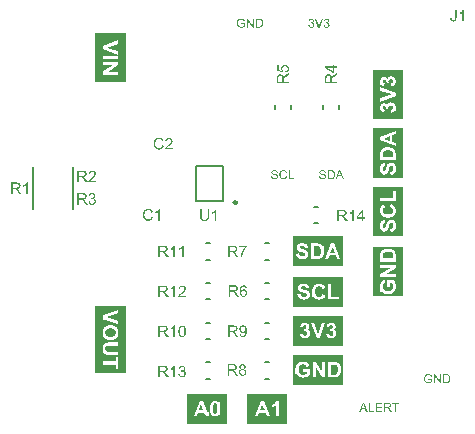
<source format=gto>
G04*
G04 #@! TF.GenerationSoftware,Altium Limited,Altium Designer,20.1.7 (139)*
G04*
G04 Layer_Color=65535*
%FSAX25Y25*%
%MOIN*%
G70*
G04*
G04 #@! TF.SameCoordinates,E0FEAD2B-5758-45BC-B138-3864F7F5ABB7*
G04*
G04*
G04 #@! TF.FilePolarity,Positive*
G04*
G01*
G75*
%ADD10C,0.01000*%
%ADD11C,0.00500*%
%ADD12C,0.00787*%
G36*
X0156000Y0067000D02*
X0145975D01*
Y0083479D01*
X0156000D01*
Y0067000D01*
D02*
G37*
G36*
Y0086500D02*
X0145975D01*
Y0102979D01*
X0156000D01*
Y0086500D01*
D02*
G37*
G36*
X0135979Y0030500D02*
X0119500D01*
Y0040525D01*
X0135979D01*
Y0030500D01*
D02*
G37*
G36*
X0156000Y0047000D02*
X0145975D01*
Y0063479D01*
X0156000D01*
Y0047000D01*
D02*
G37*
G36*
X0135979Y0043500D02*
X0119500D01*
Y0053525D01*
X0135979D01*
Y0043500D01*
D02*
G37*
G36*
X0063525Y0021343D02*
X0053500D01*
Y0043756D01*
X0063525D01*
Y0021343D01*
D02*
G37*
G36*
X0117258Y0004500D02*
X0104000D01*
Y0014525D01*
X0117258D01*
Y0004500D01*
D02*
G37*
G36*
X0135979Y0057000D02*
X0119500D01*
Y0067025D01*
X0135979D01*
Y0057000D01*
D02*
G37*
G36*
X0156000Y0106000D02*
X0145975D01*
Y0122479D01*
X0156000D01*
Y0106000D01*
D02*
G37*
G36*
X0063525Y0118310D02*
X0053500D01*
Y0134789D01*
X0063525D01*
Y0118310D01*
D02*
G37*
G36*
X0135979Y0017500D02*
X0119500D01*
Y0027525D01*
X0135979D01*
Y0017500D01*
D02*
G37*
G36*
X0097258Y0004500D02*
X0084000D01*
Y0014525D01*
X0097258D01*
Y0004500D01*
D02*
G37*
G36*
X0142776Y0073299D02*
X0143294D01*
Y0072867D01*
X0142776D01*
Y0071950D01*
X0142305D01*
Y0072867D01*
X0140643D01*
Y0073299D01*
X0142391Y0075784D01*
X0142776D01*
Y0073299D01*
D02*
G37*
G36*
X0139590Y0071950D02*
X0139119D01*
Y0074948D01*
X0139117Y0074945D01*
X0139111Y0074939D01*
X0139103Y0074931D01*
X0139089Y0074920D01*
X0139072Y0074906D01*
X0139050Y0074887D01*
X0139025Y0074867D01*
X0139000Y0074845D01*
X0138967Y0074823D01*
X0138934Y0074795D01*
X0138898Y0074770D01*
X0138859Y0074740D01*
X0138815Y0074712D01*
X0138770Y0074682D01*
X0138671Y0074621D01*
X0138668Y0074618D01*
X0138660Y0074612D01*
X0138643Y0074604D01*
X0138623Y0074596D01*
X0138601Y0074582D01*
X0138574Y0074565D01*
X0138540Y0074549D01*
X0138507Y0074529D01*
X0138430Y0074490D01*
X0138347Y0074452D01*
X0138261Y0074413D01*
X0138178Y0074380D01*
Y0074834D01*
X0138183Y0074837D01*
X0138194Y0074842D01*
X0138216Y0074853D01*
X0138244Y0074867D01*
X0138277Y0074884D01*
X0138319Y0074906D01*
X0138363Y0074931D01*
X0138410Y0074958D01*
X0138463Y0074992D01*
X0138518Y0075025D01*
X0138635Y0075103D01*
X0138754Y0075188D01*
X0138867Y0075283D01*
X0138870Y0075285D01*
X0138881Y0075294D01*
X0138895Y0075308D01*
X0138914Y0075327D01*
X0138939Y0075352D01*
X0138967Y0075380D01*
X0138997Y0075413D01*
X0139031Y0075446D01*
X0139064Y0075485D01*
X0139100Y0075526D01*
X0139169Y0075612D01*
X0139233Y0075704D01*
X0139261Y0075751D01*
X0139286Y0075798D01*
X0139590D01*
Y0071950D01*
D02*
G37*
G36*
X0135931Y0075781D02*
X0135975D01*
X0136025Y0075779D01*
X0136078Y0075776D01*
X0136139Y0075770D01*
X0136200Y0075765D01*
X0136264Y0075759D01*
X0136394Y0075740D01*
X0136455Y0075729D01*
X0136516Y0075715D01*
X0136574Y0075698D01*
X0136626Y0075679D01*
X0136629D01*
X0136637Y0075673D01*
X0136651Y0075668D01*
X0136671Y0075659D01*
X0136693Y0075648D01*
X0136718Y0075632D01*
X0136748Y0075615D01*
X0136779Y0075596D01*
X0136812Y0075571D01*
X0136848Y0075546D01*
X0136884Y0075515D01*
X0136920Y0075482D01*
X0136953Y0075443D01*
X0136989Y0075405D01*
X0137022Y0075360D01*
X0137053Y0075313D01*
X0137056Y0075310D01*
X0137061Y0075302D01*
X0137067Y0075288D01*
X0137078Y0075269D01*
X0137089Y0075244D01*
X0137103Y0075213D01*
X0137119Y0075180D01*
X0137133Y0075144D01*
X0137147Y0075103D01*
X0137164Y0075058D01*
X0137178Y0075011D01*
X0137189Y0074961D01*
X0137200Y0074909D01*
X0137208Y0074853D01*
X0137211Y0074795D01*
X0137214Y0074737D01*
Y0074731D01*
Y0074720D01*
X0137211Y0074698D01*
Y0074668D01*
X0137205Y0074634D01*
X0137200Y0074593D01*
X0137191Y0074549D01*
X0137180Y0074499D01*
X0137167Y0074446D01*
X0137150Y0074391D01*
X0137128Y0074332D01*
X0137103Y0074274D01*
X0137072Y0074216D01*
X0137036Y0074161D01*
X0136995Y0074103D01*
X0136948Y0074050D01*
X0136945Y0074047D01*
X0136937Y0074039D01*
X0136920Y0074025D01*
X0136898Y0074006D01*
X0136870Y0073984D01*
X0136834Y0073959D01*
X0136795Y0073931D01*
X0136748Y0073900D01*
X0136693Y0073870D01*
X0136635Y0073839D01*
X0136565Y0073812D01*
X0136493Y0073781D01*
X0136413Y0073756D01*
X0136327Y0073731D01*
X0136233Y0073712D01*
X0136133Y0073695D01*
X0136136D01*
X0136142Y0073690D01*
X0136153Y0073687D01*
X0136167Y0073679D01*
X0136183Y0073671D01*
X0136203Y0073659D01*
X0136247Y0073634D01*
X0136297Y0073607D01*
X0136347Y0073573D01*
X0136394Y0073540D01*
X0136438Y0073504D01*
X0136441Y0073501D01*
X0136449Y0073496D01*
X0136460Y0073482D01*
X0136477Y0073468D01*
X0136496Y0073446D01*
X0136518Y0073424D01*
X0136546Y0073396D01*
X0136574Y0073363D01*
X0136604Y0073327D01*
X0136637Y0073288D01*
X0136673Y0073247D01*
X0136709Y0073202D01*
X0136746Y0073153D01*
X0136784Y0073103D01*
X0136859Y0072992D01*
X0137521Y0071950D01*
X0136887D01*
X0136380Y0072748D01*
X0136377Y0072751D01*
X0136369Y0072762D01*
X0136358Y0072781D01*
X0136344Y0072803D01*
X0136324Y0072834D01*
X0136302Y0072867D01*
X0136277Y0072903D01*
X0136252Y0072942D01*
X0136194Y0073028D01*
X0136133Y0073116D01*
X0136072Y0073200D01*
X0136042Y0073238D01*
X0136014Y0073274D01*
X0136011Y0073277D01*
X0136009Y0073283D01*
X0136000Y0073291D01*
X0135989Y0073305D01*
X0135962Y0073338D01*
X0135928Y0073377D01*
X0135887Y0073418D01*
X0135845Y0073463D01*
X0135801Y0073501D01*
X0135757Y0073532D01*
X0135751Y0073535D01*
X0135737Y0073543D01*
X0135715Y0073557D01*
X0135685Y0073571D01*
X0135651Y0073587D01*
X0135612Y0073607D01*
X0135571Y0073621D01*
X0135527Y0073634D01*
X0135524D01*
X0135510Y0073637D01*
X0135488Y0073640D01*
X0135460Y0073646D01*
X0135421Y0073648D01*
X0135372Y0073651D01*
X0135313Y0073654D01*
X0134657D01*
Y0071950D01*
X0134150D01*
Y0075784D01*
X0135898D01*
X0135931Y0075781D01*
D02*
G37*
G36*
X0164542Y0021025D02*
X0164572D01*
X0164604Y0021021D01*
X0164640Y0021019D01*
X0164681Y0021014D01*
X0164726Y0021008D01*
X0164772Y0021001D01*
X0164871Y0020982D01*
X0164920Y0020971D01*
X0164972Y0020956D01*
X0165021Y0020941D01*
X0165070Y0020922D01*
X0165073Y0020920D01*
X0165081Y0020918D01*
X0165096Y0020911D01*
X0165113Y0020902D01*
X0165135Y0020892D01*
X0165161Y0020879D01*
X0165189Y0020864D01*
X0165221Y0020847D01*
X0165253Y0020825D01*
X0165285Y0020804D01*
X0165354Y0020754D01*
X0165421Y0020696D01*
X0165453Y0020664D01*
X0165481Y0020629D01*
X0165483Y0020627D01*
X0165488Y0020621D01*
X0165496Y0020610D01*
X0165505Y0020595D01*
X0165518Y0020578D01*
X0165533Y0020554D01*
X0165548Y0020528D01*
X0165565Y0020498D01*
X0165582Y0020466D01*
X0165602Y0020427D01*
X0165621Y0020389D01*
X0165638Y0020346D01*
X0165657Y0020298D01*
X0165675Y0020249D01*
X0165692Y0020197D01*
X0165707Y0020141D01*
X0165352Y0020045D01*
Y0020047D01*
X0165350Y0020055D01*
X0165346Y0020066D01*
X0165339Y0020083D01*
X0165333Y0020101D01*
X0165326Y0020124D01*
X0165316Y0020148D01*
X0165307Y0020176D01*
X0165281Y0020232D01*
X0165253Y0020292D01*
X0165221Y0020350D01*
X0165204Y0020376D01*
X0165184Y0020402D01*
X0165182Y0020404D01*
X0165180Y0020408D01*
X0165174Y0020414D01*
X0165167Y0020423D01*
X0165156Y0020434D01*
X0165144Y0020447D01*
X0165129Y0020462D01*
X0165111Y0020477D01*
X0165092Y0020494D01*
X0165073Y0020511D01*
X0165023Y0020546D01*
X0164965Y0020580D01*
X0164901Y0020610D01*
X0164899D01*
X0164892Y0020614D01*
X0164881Y0020617D01*
X0164868Y0020623D01*
X0164851Y0020629D01*
X0164830Y0020636D01*
X0164806Y0020642D01*
X0164780Y0020651D01*
X0164752Y0020657D01*
X0164720Y0020664D01*
X0164686Y0020670D01*
X0164651Y0020677D01*
X0164574Y0020685D01*
X0164492Y0020690D01*
X0164466D01*
X0164447Y0020687D01*
X0164423D01*
X0164395Y0020685D01*
X0164365Y0020683D01*
X0164333Y0020679D01*
X0164296Y0020675D01*
X0164258Y0020670D01*
X0164180Y0020655D01*
X0164101Y0020634D01*
X0164023Y0020606D01*
X0164021D01*
X0164015Y0020602D01*
X0164004Y0020597D01*
X0163991Y0020591D01*
X0163974Y0020582D01*
X0163955Y0020574D01*
X0163933Y0020561D01*
X0163912Y0020548D01*
X0163860Y0020518D01*
X0163808Y0020479D01*
X0163755Y0020436D01*
X0163707Y0020389D01*
X0163705Y0020387D01*
X0163703Y0020382D01*
X0163697Y0020376D01*
X0163688Y0020365D01*
X0163677Y0020352D01*
X0163666Y0020339D01*
X0163654Y0020322D01*
X0163639Y0020303D01*
X0163608Y0020260D01*
X0163576Y0020210D01*
X0163546Y0020154D01*
X0163518Y0020096D01*
X0163516Y0020094D01*
X0163514Y0020083D01*
X0163507Y0020068D01*
X0163501Y0020049D01*
X0163492Y0020023D01*
X0163484Y0019993D01*
X0163473Y0019956D01*
X0163462Y0019918D01*
X0163452Y0019875D01*
X0163441Y0019830D01*
X0163432Y0019780D01*
X0163424Y0019726D01*
X0163417Y0019673D01*
X0163411Y0019615D01*
X0163409Y0019557D01*
X0163406Y0019496D01*
Y0019494D01*
Y0019492D01*
Y0019479D01*
Y0019458D01*
X0163409Y0019430D01*
X0163411Y0019395D01*
X0163413Y0019357D01*
X0163417Y0019311D01*
X0163424Y0019264D01*
X0163430Y0019213D01*
X0163439Y0019159D01*
X0163452Y0019103D01*
X0163464Y0019047D01*
X0163479Y0018991D01*
X0163497Y0018935D01*
X0163518Y0018881D01*
X0163542Y0018830D01*
X0163544Y0018828D01*
X0163548Y0018819D01*
X0163557Y0018804D01*
X0163568Y0018787D01*
X0163583Y0018763D01*
X0163600Y0018740D01*
X0163619Y0018712D01*
X0163643Y0018681D01*
X0163671Y0018649D01*
X0163701Y0018617D01*
X0163733Y0018583D01*
X0163770Y0018550D01*
X0163808Y0018518D01*
X0163849Y0018488D01*
X0163894Y0018460D01*
X0163942Y0018434D01*
X0163944Y0018432D01*
X0163955Y0018428D01*
X0163968Y0018421D01*
X0163987Y0018415D01*
X0164011Y0018404D01*
X0164041Y0018394D01*
X0164073Y0018383D01*
X0164109Y0018370D01*
X0164150Y0018357D01*
X0164193Y0018346D01*
X0164238Y0018335D01*
X0164286Y0018325D01*
X0164337Y0018318D01*
X0164389Y0018312D01*
X0164443Y0018307D01*
X0164496Y0018305D01*
X0164522D01*
X0164539Y0018307D01*
X0164563D01*
X0164591Y0018310D01*
X0164621Y0018314D01*
X0164655Y0018318D01*
X0164692Y0018323D01*
X0164731Y0018329D01*
X0164815Y0018346D01*
X0164905Y0018370D01*
X0164950Y0018385D01*
X0164995Y0018402D01*
X0164997Y0018404D01*
X0165006Y0018406D01*
X0165019Y0018413D01*
X0165036Y0018419D01*
X0165055Y0018428D01*
X0165079Y0018439D01*
X0165105Y0018451D01*
X0165133Y0018467D01*
X0165193Y0018497D01*
X0165255Y0018533D01*
X0165316Y0018572D01*
X0165341Y0018591D01*
X0165367Y0018613D01*
Y0019167D01*
X0164492D01*
Y0019518D01*
X0165752D01*
Y0018413D01*
X0165748Y0018411D01*
X0165739Y0018402D01*
X0165724Y0018391D01*
X0165702Y0018374D01*
X0165675Y0018357D01*
X0165645Y0018333D01*
X0165608Y0018310D01*
X0165569Y0018284D01*
X0165524Y0018256D01*
X0165479Y0018228D01*
X0165429Y0018198D01*
X0165376Y0018170D01*
X0165266Y0018114D01*
X0165210Y0018090D01*
X0165152Y0018067D01*
X0165148Y0018065D01*
X0165139Y0018062D01*
X0165122Y0018056D01*
X0165098Y0018049D01*
X0165070Y0018041D01*
X0165038Y0018030D01*
X0164999Y0018019D01*
X0164959Y0018009D01*
X0164911Y0017998D01*
X0164862Y0017987D01*
X0164810Y0017978D01*
X0164757Y0017968D01*
X0164640Y0017955D01*
X0164580Y0017953D01*
X0164520Y0017951D01*
X0164490D01*
X0164477Y0017953D01*
X0164447D01*
X0164408Y0017957D01*
X0164363Y0017961D01*
X0164312Y0017966D01*
X0164256Y0017974D01*
X0164195Y0017985D01*
X0164133Y0017996D01*
X0164066Y0018011D01*
X0163998Y0018030D01*
X0163929Y0018052D01*
X0163860Y0018075D01*
X0163791Y0018105D01*
X0163722Y0018138D01*
X0163718Y0018140D01*
X0163707Y0018146D01*
X0163688Y0018157D01*
X0163664Y0018172D01*
X0163634Y0018191D01*
X0163600Y0018215D01*
X0163561Y0018243D01*
X0163520Y0018275D01*
X0163477Y0018312D01*
X0163432Y0018353D01*
X0163387Y0018396D01*
X0163342Y0018445D01*
X0163299Y0018499D01*
X0163256Y0018555D01*
X0163217Y0018615D01*
X0163181Y0018679D01*
X0163178Y0018684D01*
X0163172Y0018697D01*
X0163163Y0018716D01*
X0163153Y0018742D01*
X0163140Y0018776D01*
X0163123Y0018815D01*
X0163108Y0018862D01*
X0163090Y0018912D01*
X0163073Y0018970D01*
X0163058Y0019030D01*
X0163043Y0019094D01*
X0163028Y0019165D01*
X0163017Y0019238D01*
X0163009Y0019314D01*
X0163002Y0019391D01*
X0163000Y0019473D01*
Y0019475D01*
Y0019477D01*
Y0019484D01*
Y0019492D01*
Y0019503D01*
X0163002Y0019516D01*
Y0019546D01*
X0163006Y0019584D01*
X0163009Y0019630D01*
X0163015Y0019681D01*
X0163024Y0019737D01*
X0163032Y0019797D01*
X0163045Y0019862D01*
X0163058Y0019929D01*
X0163075Y0019997D01*
X0163097Y0020068D01*
X0163120Y0020141D01*
X0163148Y0020212D01*
X0163181Y0020283D01*
Y0020286D01*
X0163183Y0020288D01*
X0163189Y0020301D01*
X0163200Y0020320D01*
X0163215Y0020346D01*
X0163232Y0020376D01*
X0163256Y0020412D01*
X0163284Y0020453D01*
X0163314Y0020496D01*
X0163348Y0020541D01*
X0163387Y0020586D01*
X0163430Y0020634D01*
X0163477Y0020679D01*
X0163529Y0020724D01*
X0163583Y0020767D01*
X0163641Y0020808D01*
X0163703Y0020844D01*
X0163707Y0020847D01*
X0163718Y0020853D01*
X0163737Y0020862D01*
X0163763Y0020872D01*
X0163795Y0020888D01*
X0163834Y0020902D01*
X0163879Y0020920D01*
X0163929Y0020937D01*
X0163985Y0020952D01*
X0164045Y0020969D01*
X0164109Y0020984D01*
X0164178Y0020999D01*
X0164251Y0021010D01*
X0164327Y0021019D01*
X0164406Y0021025D01*
X0164488Y0021027D01*
X0164520D01*
X0164542Y0021025D01*
D02*
G37*
G36*
X0168672Y0018000D02*
X0168265D01*
X0166707Y0020335D01*
Y0018000D01*
X0166328D01*
Y0020976D01*
X0166732D01*
X0168293Y0018639D01*
Y0020976D01*
X0168672D01*
Y0018000D01*
D02*
G37*
G36*
X0170443Y0020973D02*
X0170478D01*
X0170514Y0020971D01*
X0170555D01*
X0170641Y0020965D01*
X0170729Y0020958D01*
X0170772Y0020952D01*
X0170813Y0020948D01*
X0170852Y0020941D01*
X0170888Y0020933D01*
X0170890D01*
X0170899Y0020930D01*
X0170912Y0020926D01*
X0170931Y0020922D01*
X0170953Y0020913D01*
X0170979Y0020905D01*
X0171007Y0020896D01*
X0171039Y0020883D01*
X0171106Y0020855D01*
X0171179Y0020817D01*
X0171252Y0020774D01*
X0171288Y0020748D01*
X0171323Y0020720D01*
X0171325Y0020718D01*
X0171333Y0020711D01*
X0171346Y0020698D01*
X0171361Y0020683D01*
X0171381Y0020664D01*
X0171404Y0020640D01*
X0171428Y0020612D01*
X0171456Y0020582D01*
X0171484Y0020546D01*
X0171512Y0020507D01*
X0171542Y0020466D01*
X0171572Y0020421D01*
X0171600Y0020371D01*
X0171626Y0020322D01*
X0171652Y0020266D01*
X0171675Y0020210D01*
X0171677Y0020206D01*
X0171679Y0020195D01*
X0171686Y0020180D01*
X0171695Y0020156D01*
X0171703Y0020126D01*
X0171712Y0020092D01*
X0171723Y0020051D01*
X0171735Y0020006D01*
X0171746Y0019956D01*
X0171757Y0019901D01*
X0171766Y0019842D01*
X0171774Y0019780D01*
X0171783Y0019716D01*
X0171789Y0019647D01*
X0171791Y0019576D01*
X0171793Y0019503D01*
Y0019499D01*
Y0019488D01*
Y0019471D01*
X0171791Y0019445D01*
Y0019417D01*
X0171789Y0019383D01*
X0171787Y0019344D01*
X0171783Y0019301D01*
X0171778Y0019256D01*
X0171774Y0019206D01*
X0171759Y0019105D01*
X0171740Y0019002D01*
X0171714Y0018901D01*
Y0018899D01*
X0171710Y0018890D01*
X0171705Y0018875D01*
X0171699Y0018858D01*
X0171693Y0018836D01*
X0171682Y0018811D01*
X0171671Y0018780D01*
X0171658Y0018750D01*
X0171630Y0018681D01*
X0171594Y0018608D01*
X0171555Y0018538D01*
X0171510Y0018469D01*
X0171508Y0018467D01*
X0171503Y0018462D01*
X0171497Y0018451D01*
X0171488Y0018441D01*
X0171477Y0018426D01*
X0171462Y0018408D01*
X0171430Y0018370D01*
X0171389Y0018327D01*
X0171344Y0018282D01*
X0171293Y0018239D01*
X0171239Y0018198D01*
X0171237D01*
X0171232Y0018193D01*
X0171224Y0018189D01*
X0171213Y0018183D01*
X0171198Y0018174D01*
X0171181Y0018166D01*
X0171161Y0018155D01*
X0171140Y0018144D01*
X0171114Y0018131D01*
X0171088Y0018118D01*
X0171058Y0018108D01*
X0171028Y0018095D01*
X0170959Y0018071D01*
X0170884Y0018049D01*
X0170882D01*
X0170876Y0018047D01*
X0170863Y0018045D01*
X0170847Y0018041D01*
X0170828Y0018039D01*
X0170805Y0018034D01*
X0170776Y0018030D01*
X0170747Y0018026D01*
X0170712Y0018019D01*
X0170676Y0018015D01*
X0170637Y0018011D01*
X0170594Y0018009D01*
X0170551Y0018004D01*
X0170503Y0018002D01*
X0170407Y0018000D01*
X0169334D01*
Y0020976D01*
X0170415D01*
X0170443Y0020973D01*
D02*
G37*
G36*
X0130554Y0139484D02*
X0130576D01*
X0130602Y0139480D01*
X0130630Y0139478D01*
X0130660Y0139473D01*
X0130694Y0139467D01*
X0130728Y0139461D01*
X0130804Y0139441D01*
X0130845Y0139430D01*
X0130883Y0139415D01*
X0130922Y0139400D01*
X0130961Y0139381D01*
X0130963Y0139379D01*
X0130969Y0139377D01*
X0130980Y0139370D01*
X0130995Y0139362D01*
X0131012Y0139351D01*
X0131032Y0139338D01*
X0131053Y0139323D01*
X0131077Y0139306D01*
X0131128Y0139265D01*
X0131180Y0139216D01*
X0131229Y0139160D01*
X0131253Y0139127D01*
X0131275Y0139095D01*
X0131277Y0139093D01*
X0131279Y0139086D01*
X0131285Y0139078D01*
X0131292Y0139063D01*
X0131300Y0139048D01*
X0131309Y0139026D01*
X0131320Y0139005D01*
X0131331Y0138979D01*
X0131339Y0138951D01*
X0131350Y0138923D01*
X0131367Y0138858D01*
X0131380Y0138788D01*
X0131382Y0138751D01*
X0131384Y0138712D01*
Y0138710D01*
Y0138704D01*
Y0138693D01*
X0131382Y0138680D01*
Y0138663D01*
X0131378Y0138644D01*
X0131376Y0138620D01*
X0131371Y0138596D01*
X0131359Y0138540D01*
X0131339Y0138482D01*
X0131328Y0138452D01*
X0131313Y0138420D01*
X0131298Y0138390D01*
X0131279Y0138360D01*
X0131277Y0138358D01*
X0131275Y0138353D01*
X0131268Y0138345D01*
X0131260Y0138334D01*
X0131249Y0138321D01*
X0131236Y0138306D01*
X0131221Y0138289D01*
X0131202Y0138269D01*
X0131182Y0138250D01*
X0131158Y0138231D01*
X0131135Y0138209D01*
X0131107Y0138188D01*
X0131077Y0138168D01*
X0131045Y0138147D01*
X0131010Y0138128D01*
X0130974Y0138110D01*
X0130976D01*
X0130984Y0138108D01*
X0131000Y0138104D01*
X0131017Y0138098D01*
X0131040Y0138091D01*
X0131066Y0138080D01*
X0131094Y0138069D01*
X0131124Y0138054D01*
X0131156Y0138039D01*
X0131191Y0138020D01*
X0131225Y0138001D01*
X0131260Y0137977D01*
X0131292Y0137951D01*
X0131324Y0137923D01*
X0131356Y0137891D01*
X0131384Y0137857D01*
X0131386Y0137855D01*
X0131391Y0137848D01*
X0131397Y0137837D01*
X0131408Y0137822D01*
X0131419Y0137803D01*
X0131432Y0137781D01*
X0131445Y0137756D01*
X0131457Y0137725D01*
X0131470Y0137691D01*
X0131485Y0137654D01*
X0131496Y0137616D01*
X0131507Y0137573D01*
X0131518Y0137528D01*
X0131524Y0137480D01*
X0131528Y0137431D01*
X0131530Y0137377D01*
Y0137373D01*
Y0137360D01*
X0131528Y0137338D01*
X0131526Y0137313D01*
X0131522Y0137278D01*
X0131516Y0137240D01*
X0131507Y0137197D01*
X0131494Y0137149D01*
X0131479Y0137098D01*
X0131462Y0137046D01*
X0131438Y0136990D01*
X0131410Y0136934D01*
X0131378Y0136878D01*
X0131339Y0136822D01*
X0131294Y0136769D01*
X0131245Y0136717D01*
X0131240Y0136715D01*
X0131232Y0136706D01*
X0131217Y0136691D01*
X0131193Y0136674D01*
X0131165Y0136655D01*
X0131133Y0136631D01*
X0131092Y0136608D01*
X0131049Y0136582D01*
X0131000Y0136556D01*
X0130944Y0136532D01*
X0130886Y0136509D01*
X0130821Y0136489D01*
X0130754Y0136472D01*
X0130681Y0136457D01*
X0130606Y0136448D01*
X0130526Y0136446D01*
X0130509D01*
X0130488Y0136448D01*
X0130462Y0136451D01*
X0130428Y0136453D01*
X0130389Y0136459D01*
X0130346Y0136466D01*
X0130299Y0136476D01*
X0130249Y0136487D01*
X0130195Y0136502D01*
X0130142Y0136521D01*
X0130086Y0136545D01*
X0130032Y0136571D01*
X0129978Y0136601D01*
X0129924Y0136638D01*
X0129875Y0136678D01*
X0129873Y0136681D01*
X0129864Y0136689D01*
X0129851Y0136702D01*
X0129834Y0136722D01*
X0129815Y0136745D01*
X0129791Y0136773D01*
X0129768Y0136805D01*
X0129742Y0136842D01*
X0129716Y0136883D01*
X0129690Y0136930D01*
X0129666Y0136979D01*
X0129643Y0137033D01*
X0129623Y0137091D01*
X0129604Y0137151D01*
X0129591Y0137216D01*
X0129583Y0137285D01*
X0129948Y0137334D01*
Y0137330D01*
X0129950Y0137321D01*
X0129955Y0137304D01*
X0129961Y0137283D01*
X0129967Y0137257D01*
X0129976Y0137229D01*
X0129987Y0137197D01*
X0129998Y0137162D01*
X0130028Y0137087D01*
X0130064Y0137014D01*
X0130086Y0136977D01*
X0130109Y0136943D01*
X0130133Y0136913D01*
X0130161Y0136885D01*
X0130163Y0136883D01*
X0130167Y0136878D01*
X0130176Y0136872D01*
X0130189Y0136863D01*
X0130202Y0136853D01*
X0130221Y0136842D01*
X0130240Y0136829D01*
X0130264Y0136818D01*
X0130290Y0136805D01*
X0130318Y0136792D01*
X0130348Y0136782D01*
X0130380Y0136771D01*
X0130415Y0136762D01*
X0130451Y0136756D01*
X0130488Y0136751D01*
X0130529Y0136749D01*
X0130539D01*
X0130554Y0136751D01*
X0130572D01*
X0130595Y0136756D01*
X0130621Y0136758D01*
X0130649Y0136765D01*
X0130681Y0136771D01*
X0130713Y0136782D01*
X0130750Y0136792D01*
X0130787Y0136807D01*
X0130823Y0136825D01*
X0130860Y0136846D01*
X0130896Y0136870D01*
X0130931Y0136896D01*
X0130965Y0136928D01*
X0130967Y0136930D01*
X0130974Y0136936D01*
X0130982Y0136945D01*
X0130993Y0136960D01*
X0131006Y0136977D01*
X0131021Y0136999D01*
X0131038Y0137022D01*
X0131055Y0137050D01*
X0131070Y0137081D01*
X0131088Y0137115D01*
X0131103Y0137149D01*
X0131116Y0137190D01*
X0131126Y0137231D01*
X0131135Y0137274D01*
X0131141Y0137321D01*
X0131143Y0137369D01*
Y0137371D01*
Y0137379D01*
Y0137392D01*
X0131141Y0137412D01*
X0131139Y0137431D01*
X0131135Y0137457D01*
X0131131Y0137485D01*
X0131122Y0137515D01*
X0131113Y0137547D01*
X0131103Y0137581D01*
X0131090Y0137616D01*
X0131075Y0137650D01*
X0131055Y0137685D01*
X0131032Y0137719D01*
X0131008Y0137751D01*
X0130978Y0137784D01*
X0130976Y0137786D01*
X0130972Y0137790D01*
X0130961Y0137799D01*
X0130948Y0137809D01*
X0130933Y0137822D01*
X0130913Y0137835D01*
X0130890Y0137850D01*
X0130864Y0137865D01*
X0130836Y0137880D01*
X0130804Y0137895D01*
X0130769Y0137908D01*
X0130733Y0137921D01*
X0130694Y0137932D01*
X0130651Y0137941D01*
X0130608Y0137945D01*
X0130561Y0137947D01*
X0130542D01*
X0130520Y0137945D01*
X0130490Y0137943D01*
X0130451Y0137938D01*
X0130408Y0137930D01*
X0130359Y0137921D01*
X0130303Y0137908D01*
X0130344Y0138229D01*
X0130350D01*
X0130357Y0138226D01*
X0130365D01*
X0130385Y0138224D01*
X0130425D01*
X0130440Y0138226D01*
X0130462Y0138229D01*
X0130486Y0138231D01*
X0130511Y0138235D01*
X0130542Y0138239D01*
X0130574Y0138246D01*
X0130606Y0138254D01*
X0130677Y0138276D01*
X0130713Y0138289D01*
X0130750Y0138306D01*
X0130787Y0138323D01*
X0130821Y0138345D01*
X0130823Y0138347D01*
X0130830Y0138351D01*
X0130838Y0138358D01*
X0130851Y0138368D01*
X0130864Y0138381D01*
X0130881Y0138396D01*
X0130896Y0138416D01*
X0130916Y0138437D01*
X0130933Y0138463D01*
X0130950Y0138491D01*
X0130965Y0138521D01*
X0130978Y0138555D01*
X0130991Y0138592D01*
X0131000Y0138633D01*
X0131006Y0138676D01*
X0131008Y0138721D01*
Y0138723D01*
Y0138730D01*
Y0138740D01*
X0131006Y0138755D01*
X0131004Y0138770D01*
X0131002Y0138792D01*
X0130997Y0138813D01*
X0130991Y0138837D01*
X0130974Y0138889D01*
X0130963Y0138917D01*
X0130950Y0138945D01*
X0130935Y0138972D01*
X0130916Y0139000D01*
X0130894Y0139026D01*
X0130870Y0139052D01*
X0130868Y0139054D01*
X0130864Y0139058D01*
X0130858Y0139065D01*
X0130847Y0139074D01*
X0130832Y0139082D01*
X0130817Y0139095D01*
X0130797Y0139106D01*
X0130776Y0139119D01*
X0130752Y0139132D01*
X0130726Y0139142D01*
X0130696Y0139155D01*
X0130666Y0139164D01*
X0130632Y0139172D01*
X0130597Y0139179D01*
X0130559Y0139183D01*
X0130520Y0139185D01*
X0130499D01*
X0130486Y0139183D01*
X0130466Y0139181D01*
X0130445Y0139179D01*
X0130421Y0139175D01*
X0130395Y0139168D01*
X0130339Y0139153D01*
X0130311Y0139142D01*
X0130281Y0139127D01*
X0130251Y0139112D01*
X0130221Y0139095D01*
X0130193Y0139074D01*
X0130165Y0139050D01*
X0130163Y0139048D01*
X0130159Y0139043D01*
X0130152Y0139035D01*
X0130142Y0139024D01*
X0130131Y0139011D01*
X0130118Y0138994D01*
X0130105Y0138972D01*
X0130090Y0138951D01*
X0130075Y0138923D01*
X0130060Y0138893D01*
X0130043Y0138861D01*
X0130030Y0138824D01*
X0130015Y0138785D01*
X0130004Y0138745D01*
X0129993Y0138699D01*
X0129985Y0138650D01*
X0129619Y0138715D01*
Y0138717D01*
Y0138719D01*
X0129623Y0138732D01*
X0129628Y0138749D01*
X0129634Y0138775D01*
X0129643Y0138807D01*
X0129654Y0138841D01*
X0129666Y0138880D01*
X0129682Y0138923D01*
X0129701Y0138968D01*
X0129722Y0139015D01*
X0129748Y0139063D01*
X0129776Y0139110D01*
X0129806Y0139157D01*
X0129841Y0139202D01*
X0129879Y0139246D01*
X0129922Y0139284D01*
X0129924Y0139286D01*
X0129933Y0139293D01*
X0129946Y0139304D01*
X0129965Y0139316D01*
X0129989Y0139331D01*
X0130017Y0139349D01*
X0130049Y0139366D01*
X0130086Y0139385D01*
X0130127Y0139405D01*
X0130172Y0139422D01*
X0130219Y0139439D01*
X0130271Y0139454D01*
X0130326Y0139467D01*
X0130387Y0139478D01*
X0130449Y0139484D01*
X0130514Y0139486D01*
X0130537D01*
X0130554Y0139484D01*
D02*
G37*
G36*
X0125472D02*
X0125493D01*
X0125519Y0139480D01*
X0125547Y0139478D01*
X0125577Y0139473D01*
X0125612Y0139467D01*
X0125646Y0139461D01*
X0125721Y0139441D01*
X0125762Y0139430D01*
X0125801Y0139415D01*
X0125839Y0139400D01*
X0125878Y0139381D01*
X0125880Y0139379D01*
X0125887Y0139377D01*
X0125898Y0139370D01*
X0125913Y0139362D01*
X0125930Y0139351D01*
X0125949Y0139338D01*
X0125971Y0139323D01*
X0125994Y0139306D01*
X0126046Y0139265D01*
X0126098Y0139216D01*
X0126147Y0139160D01*
X0126171Y0139127D01*
X0126192Y0139095D01*
X0126194Y0139093D01*
X0126196Y0139086D01*
X0126203Y0139078D01*
X0126209Y0139063D01*
X0126218Y0139048D01*
X0126226Y0139026D01*
X0126237Y0139005D01*
X0126248Y0138979D01*
X0126257Y0138951D01*
X0126267Y0138923D01*
X0126285Y0138858D01*
X0126297Y0138788D01*
X0126300Y0138751D01*
X0126302Y0138712D01*
Y0138710D01*
Y0138704D01*
Y0138693D01*
X0126300Y0138680D01*
Y0138663D01*
X0126295Y0138644D01*
X0126293Y0138620D01*
X0126289Y0138596D01*
X0126276Y0138540D01*
X0126257Y0138482D01*
X0126246Y0138452D01*
X0126231Y0138420D01*
X0126216Y0138390D01*
X0126196Y0138360D01*
X0126194Y0138358D01*
X0126192Y0138353D01*
X0126186Y0138345D01*
X0126177Y0138334D01*
X0126166Y0138321D01*
X0126153Y0138306D01*
X0126138Y0138289D01*
X0126119Y0138269D01*
X0126100Y0138250D01*
X0126076Y0138231D01*
X0126052Y0138209D01*
X0126024Y0138188D01*
X0125994Y0138168D01*
X0125962Y0138147D01*
X0125928Y0138128D01*
X0125891Y0138110D01*
X0125893D01*
X0125902Y0138108D01*
X0125917Y0138104D01*
X0125934Y0138098D01*
X0125958Y0138091D01*
X0125984Y0138080D01*
X0126011Y0138069D01*
X0126042Y0138054D01*
X0126074Y0138039D01*
X0126108Y0138020D01*
X0126143Y0138001D01*
X0126177Y0137977D01*
X0126209Y0137951D01*
X0126242Y0137923D01*
X0126274Y0137891D01*
X0126302Y0137857D01*
X0126304Y0137855D01*
X0126308Y0137848D01*
X0126315Y0137837D01*
X0126325Y0137822D01*
X0126336Y0137803D01*
X0126349Y0137781D01*
X0126362Y0137756D01*
X0126375Y0137725D01*
X0126388Y0137691D01*
X0126403Y0137654D01*
X0126414Y0137616D01*
X0126424Y0137573D01*
X0126435Y0137528D01*
X0126442Y0137480D01*
X0126446Y0137431D01*
X0126448Y0137377D01*
Y0137373D01*
Y0137360D01*
X0126446Y0137338D01*
X0126444Y0137313D01*
X0126439Y0137278D01*
X0126433Y0137240D01*
X0126424Y0137197D01*
X0126411Y0137149D01*
X0126396Y0137098D01*
X0126379Y0137046D01*
X0126355Y0136990D01*
X0126328Y0136934D01*
X0126295Y0136878D01*
X0126257Y0136822D01*
X0126211Y0136769D01*
X0126162Y0136717D01*
X0126158Y0136715D01*
X0126149Y0136706D01*
X0126134Y0136691D01*
X0126110Y0136674D01*
X0126082Y0136655D01*
X0126050Y0136631D01*
X0126009Y0136608D01*
X0125966Y0136582D01*
X0125917Y0136556D01*
X0125861Y0136532D01*
X0125803Y0136509D01*
X0125738Y0136489D01*
X0125672Y0136472D01*
X0125599Y0136457D01*
X0125523Y0136448D01*
X0125444Y0136446D01*
X0125427D01*
X0125405Y0136448D01*
X0125379Y0136451D01*
X0125345Y0136453D01*
X0125306Y0136459D01*
X0125263Y0136466D01*
X0125216Y0136476D01*
X0125166Y0136487D01*
X0125113Y0136502D01*
X0125059Y0136521D01*
X0125003Y0136545D01*
X0124949Y0136571D01*
X0124896Y0136601D01*
X0124842Y0136638D01*
X0124792Y0136678D01*
X0124790Y0136681D01*
X0124782Y0136689D01*
X0124769Y0136702D01*
X0124751Y0136722D01*
X0124732Y0136745D01*
X0124708Y0136773D01*
X0124685Y0136805D01*
X0124659Y0136842D01*
X0124633Y0136883D01*
X0124608Y0136930D01*
X0124584Y0136979D01*
X0124560Y0137033D01*
X0124541Y0137091D01*
X0124522Y0137151D01*
X0124509Y0137216D01*
X0124500Y0137285D01*
X0124865Y0137334D01*
Y0137330D01*
X0124868Y0137321D01*
X0124872Y0137304D01*
X0124878Y0137283D01*
X0124885Y0137257D01*
X0124893Y0137229D01*
X0124904Y0137197D01*
X0124915Y0137162D01*
X0124945Y0137087D01*
X0124982Y0137014D01*
X0125003Y0136977D01*
X0125027Y0136943D01*
X0125050Y0136913D01*
X0125078Y0136885D01*
X0125081Y0136883D01*
X0125085Y0136878D01*
X0125093Y0136872D01*
X0125106Y0136863D01*
X0125119Y0136853D01*
X0125139Y0136842D01*
X0125158Y0136829D01*
X0125181Y0136818D01*
X0125207Y0136805D01*
X0125235Y0136792D01*
X0125265Y0136782D01*
X0125298Y0136771D01*
X0125332Y0136762D01*
X0125369Y0136756D01*
X0125405Y0136751D01*
X0125446Y0136749D01*
X0125457D01*
X0125472Y0136751D01*
X0125489D01*
X0125513Y0136756D01*
X0125538Y0136758D01*
X0125566Y0136765D01*
X0125599Y0136771D01*
X0125631Y0136782D01*
X0125668Y0136792D01*
X0125704Y0136807D01*
X0125741Y0136825D01*
X0125777Y0136846D01*
X0125814Y0136870D01*
X0125848Y0136896D01*
X0125882Y0136928D01*
X0125885Y0136930D01*
X0125891Y0136936D01*
X0125900Y0136945D01*
X0125910Y0136960D01*
X0125923Y0136977D01*
X0125938Y0136999D01*
X0125955Y0137022D01*
X0125973Y0137050D01*
X0125988Y0137081D01*
X0126005Y0137115D01*
X0126020Y0137149D01*
X0126033Y0137190D01*
X0126044Y0137231D01*
X0126052Y0137274D01*
X0126059Y0137321D01*
X0126061Y0137369D01*
Y0137371D01*
Y0137379D01*
Y0137392D01*
X0126059Y0137412D01*
X0126057Y0137431D01*
X0126052Y0137457D01*
X0126048Y0137485D01*
X0126039Y0137515D01*
X0126031Y0137547D01*
X0126020Y0137581D01*
X0126007Y0137616D01*
X0125992Y0137650D01*
X0125973Y0137685D01*
X0125949Y0137719D01*
X0125926Y0137751D01*
X0125895Y0137784D01*
X0125893Y0137786D01*
X0125889Y0137790D01*
X0125878Y0137799D01*
X0125865Y0137809D01*
X0125850Y0137822D01*
X0125831Y0137835D01*
X0125807Y0137850D01*
X0125781Y0137865D01*
X0125753Y0137880D01*
X0125721Y0137895D01*
X0125687Y0137908D01*
X0125650Y0137921D01*
X0125612Y0137932D01*
X0125569Y0137941D01*
X0125525Y0137945D01*
X0125478Y0137947D01*
X0125459D01*
X0125437Y0137945D01*
X0125407Y0137943D01*
X0125369Y0137938D01*
X0125326Y0137930D01*
X0125276Y0137921D01*
X0125220Y0137908D01*
X0125261Y0138229D01*
X0125268D01*
X0125274Y0138226D01*
X0125283D01*
X0125302Y0138224D01*
X0125343D01*
X0125358Y0138226D01*
X0125379Y0138229D01*
X0125403Y0138231D01*
X0125429Y0138235D01*
X0125459Y0138239D01*
X0125491Y0138246D01*
X0125523Y0138254D01*
X0125594Y0138276D01*
X0125631Y0138289D01*
X0125668Y0138306D01*
X0125704Y0138323D01*
X0125738Y0138345D01*
X0125741Y0138347D01*
X0125747Y0138351D01*
X0125756Y0138358D01*
X0125768Y0138368D01*
X0125781Y0138381D01*
X0125799Y0138396D01*
X0125814Y0138416D01*
X0125833Y0138437D01*
X0125850Y0138463D01*
X0125867Y0138491D01*
X0125882Y0138521D01*
X0125895Y0138555D01*
X0125908Y0138592D01*
X0125917Y0138633D01*
X0125923Y0138676D01*
X0125926Y0138721D01*
Y0138723D01*
Y0138730D01*
Y0138740D01*
X0125923Y0138755D01*
X0125921Y0138770D01*
X0125919Y0138792D01*
X0125915Y0138813D01*
X0125908Y0138837D01*
X0125891Y0138889D01*
X0125880Y0138917D01*
X0125867Y0138945D01*
X0125852Y0138972D01*
X0125833Y0139000D01*
X0125812Y0139026D01*
X0125788Y0139052D01*
X0125786Y0139054D01*
X0125781Y0139058D01*
X0125775Y0139065D01*
X0125764Y0139074D01*
X0125749Y0139082D01*
X0125734Y0139095D01*
X0125715Y0139106D01*
X0125693Y0139119D01*
X0125670Y0139132D01*
X0125644Y0139142D01*
X0125614Y0139155D01*
X0125584Y0139164D01*
X0125549Y0139172D01*
X0125515Y0139179D01*
X0125476Y0139183D01*
X0125437Y0139185D01*
X0125416D01*
X0125403Y0139183D01*
X0125384Y0139181D01*
X0125362Y0139179D01*
X0125338Y0139175D01*
X0125313Y0139168D01*
X0125257Y0139153D01*
X0125229Y0139142D01*
X0125199Y0139127D01*
X0125169Y0139112D01*
X0125139Y0139095D01*
X0125111Y0139074D01*
X0125083Y0139050D01*
X0125081Y0139048D01*
X0125076Y0139043D01*
X0125070Y0139035D01*
X0125059Y0139024D01*
X0125048Y0139011D01*
X0125035Y0138994D01*
X0125022Y0138972D01*
X0125007Y0138951D01*
X0124992Y0138923D01*
X0124977Y0138893D01*
X0124960Y0138861D01*
X0124947Y0138824D01*
X0124932Y0138785D01*
X0124921Y0138745D01*
X0124911Y0138699D01*
X0124902Y0138650D01*
X0124537Y0138715D01*
Y0138717D01*
Y0138719D01*
X0124541Y0138732D01*
X0124545Y0138749D01*
X0124552Y0138775D01*
X0124560Y0138807D01*
X0124571Y0138841D01*
X0124584Y0138880D01*
X0124599Y0138923D01*
X0124618Y0138968D01*
X0124640Y0139015D01*
X0124666Y0139063D01*
X0124694Y0139110D01*
X0124724Y0139157D01*
X0124758Y0139202D01*
X0124797Y0139246D01*
X0124840Y0139284D01*
X0124842Y0139286D01*
X0124850Y0139293D01*
X0124863Y0139304D01*
X0124883Y0139316D01*
X0124906Y0139331D01*
X0124934Y0139349D01*
X0124967Y0139366D01*
X0125003Y0139385D01*
X0125044Y0139405D01*
X0125089Y0139422D01*
X0125136Y0139439D01*
X0125188Y0139454D01*
X0125244Y0139467D01*
X0125304Y0139478D01*
X0125366Y0139484D01*
X0125431Y0139486D01*
X0125455D01*
X0125472Y0139484D01*
D02*
G37*
G36*
X0128211Y0136500D02*
X0127805D01*
X0126652Y0139476D01*
X0127080D01*
X0127852Y0137313D01*
X0127854Y0137311D01*
X0127856Y0137302D01*
X0127860Y0137287D01*
X0127867Y0137268D01*
X0127875Y0137246D01*
X0127884Y0137218D01*
X0127895Y0137188D01*
X0127908Y0137154D01*
X0127919Y0137117D01*
X0127931Y0137078D01*
X0127957Y0136997D01*
X0127985Y0136911D01*
X0128009Y0136825D01*
Y0136827D01*
X0128011Y0136835D01*
X0128015Y0136848D01*
X0128022Y0136865D01*
X0128028Y0136889D01*
X0128035Y0136915D01*
X0128045Y0136945D01*
X0128054Y0136977D01*
X0128067Y0137012D01*
X0128078Y0137050D01*
X0128093Y0137091D01*
X0128105Y0137132D01*
X0128136Y0137222D01*
X0128170Y0137313D01*
X0128974Y0139476D01*
X0129376D01*
X0128211Y0136500D01*
D02*
G37*
G36*
X0129213Y0089025D02*
X0129241D01*
X0129275Y0089021D01*
X0129312Y0089019D01*
X0129355Y0089014D01*
X0129397Y0089008D01*
X0129445Y0089001D01*
X0129542Y0088982D01*
X0129593Y0088969D01*
X0129643Y0088956D01*
X0129692Y0088939D01*
X0129739Y0088920D01*
X0129742Y0088918D01*
X0129750Y0088915D01*
X0129763Y0088909D01*
X0129780Y0088900D01*
X0129802Y0088890D01*
X0129825Y0088875D01*
X0129853Y0088859D01*
X0129881Y0088840D01*
X0129913Y0088821D01*
X0129944Y0088797D01*
X0129976Y0088771D01*
X0130008Y0088743D01*
X0130040Y0088713D01*
X0130070Y0088679D01*
X0130101Y0088644D01*
X0130126Y0088606D01*
X0130129Y0088604D01*
X0130133Y0088597D01*
X0130139Y0088584D01*
X0130148Y0088569D01*
X0130159Y0088550D01*
X0130172Y0088526D01*
X0130182Y0088500D01*
X0130197Y0088470D01*
X0130210Y0088438D01*
X0130223Y0088402D01*
X0130236Y0088363D01*
X0130247Y0088322D01*
X0130257Y0088279D01*
X0130266Y0088234D01*
X0130270Y0088187D01*
X0130275Y0088139D01*
X0129896Y0088111D01*
Y0088116D01*
X0129894Y0088124D01*
X0129892Y0088139D01*
X0129888Y0088159D01*
X0129883Y0088180D01*
X0129877Y0088208D01*
X0129868Y0088238D01*
X0129858Y0088270D01*
X0129847Y0088305D01*
X0129832Y0088339D01*
X0129815Y0088374D01*
X0129795Y0088410D01*
X0129774Y0088445D01*
X0129748Y0088477D01*
X0129720Y0088509D01*
X0129690Y0088537D01*
X0129688Y0088539D01*
X0129681Y0088543D01*
X0129673Y0088550D01*
X0129658Y0088561D01*
X0129638Y0088571D01*
X0129617Y0088582D01*
X0129591Y0088595D01*
X0129561Y0088610D01*
X0129526Y0088623D01*
X0129488Y0088636D01*
X0129445Y0088647D01*
X0129400Y0088660D01*
X0129348Y0088668D01*
X0129294Y0088675D01*
X0129236Y0088679D01*
X0129174Y0088681D01*
X0129139D01*
X0129116Y0088679D01*
X0129086Y0088677D01*
X0129053Y0088675D01*
X0129015Y0088670D01*
X0128976Y0088664D01*
X0128890Y0088649D01*
X0128847Y0088638D01*
X0128804Y0088625D01*
X0128763Y0088610D01*
X0128722Y0088593D01*
X0128686Y0088574D01*
X0128654Y0088550D01*
X0128651Y0088548D01*
X0128647Y0088543D01*
X0128639Y0088537D01*
X0128628Y0088526D01*
X0128617Y0088513D01*
X0128602Y0088498D01*
X0128589Y0088481D01*
X0128574Y0088462D01*
X0128559Y0088440D01*
X0128544Y0088414D01*
X0128518Y0088361D01*
X0128507Y0088333D01*
X0128499Y0088301D01*
X0128495Y0088268D01*
X0128492Y0088234D01*
Y0088232D01*
Y0088227D01*
Y0088219D01*
X0128495Y0088208D01*
X0128497Y0088193D01*
X0128499Y0088178D01*
X0128507Y0088141D01*
X0128520Y0088098D01*
X0128540Y0088055D01*
X0128552Y0088032D01*
X0128570Y0088010D01*
X0128587Y0087989D01*
X0128606Y0087969D01*
X0128608Y0087967D01*
X0128613Y0087965D01*
X0128619Y0087959D01*
X0128632Y0087952D01*
X0128647Y0087941D01*
X0128669Y0087931D01*
X0128692Y0087918D01*
X0128722Y0087903D01*
X0128759Y0087888D01*
X0128800Y0087871D01*
X0128849Y0087853D01*
X0128903Y0087834D01*
X0128965Y0087815D01*
X0129034Y0087795D01*
X0129112Y0087776D01*
X0129198Y0087754D01*
X0129200D01*
X0129204Y0087752D01*
X0129210D01*
X0129219Y0087750D01*
X0129230Y0087748D01*
X0129243Y0087744D01*
X0129275Y0087737D01*
X0129314Y0087726D01*
X0129359Y0087716D01*
X0129408Y0087705D01*
X0129460Y0087690D01*
X0129569Y0087662D01*
X0129623Y0087647D01*
X0129677Y0087630D01*
X0129729Y0087615D01*
X0129776Y0087598D01*
X0129819Y0087582D01*
X0129855Y0087567D01*
X0129858Y0087565D01*
X0129866Y0087561D01*
X0129881Y0087554D01*
X0129899Y0087546D01*
X0129920Y0087533D01*
X0129944Y0087520D01*
X0129972Y0087503D01*
X0130002Y0087484D01*
X0130032Y0087464D01*
X0130064Y0087441D01*
X0130129Y0087389D01*
X0130189Y0087329D01*
X0130215Y0087296D01*
X0130240Y0087262D01*
X0130243Y0087260D01*
X0130247Y0087253D01*
X0130251Y0087243D01*
X0130260Y0087230D01*
X0130268Y0087213D01*
X0130279Y0087191D01*
X0130292Y0087167D01*
X0130303Y0087142D01*
X0130313Y0087112D01*
X0130326Y0087079D01*
X0130337Y0087045D01*
X0130346Y0087006D01*
X0130354Y0086967D01*
X0130361Y0086927D01*
X0130363Y0086886D01*
X0130365Y0086841D01*
Y0086839D01*
Y0086830D01*
Y0086817D01*
X0130363Y0086800D01*
X0130361Y0086778D01*
X0130359Y0086755D01*
X0130354Y0086727D01*
X0130348Y0086694D01*
X0130341Y0086662D01*
X0130331Y0086626D01*
X0130320Y0086589D01*
X0130307Y0086550D01*
X0130292Y0086512D01*
X0130273Y0086471D01*
X0130251Y0086432D01*
X0130227Y0086391D01*
X0130225Y0086389D01*
X0130221Y0086383D01*
X0130212Y0086372D01*
X0130202Y0086357D01*
X0130189Y0086340D01*
X0130172Y0086318D01*
X0130152Y0086297D01*
X0130129Y0086273D01*
X0130103Y0086247D01*
X0130073Y0086221D01*
X0130040Y0086194D01*
X0130006Y0086165D01*
X0129969Y0086140D01*
X0129929Y0086114D01*
X0129885Y0086090D01*
X0129838Y0086067D01*
X0129836Y0086064D01*
X0129827Y0086062D01*
X0129812Y0086056D01*
X0129793Y0086049D01*
X0129770Y0086041D01*
X0129742Y0086030D01*
X0129709Y0086019D01*
X0129673Y0086009D01*
X0129632Y0085998D01*
X0129587Y0085987D01*
X0129539Y0085979D01*
X0129490Y0085968D01*
X0129438Y0085961D01*
X0129382Y0085955D01*
X0129324Y0085953D01*
X0129266Y0085950D01*
X0129228D01*
X0129200Y0085953D01*
X0129165Y0085955D01*
X0129124Y0085957D01*
X0129079Y0085961D01*
X0129030Y0085966D01*
X0128978Y0085972D01*
X0128925Y0085979D01*
X0128811Y0086000D01*
X0128753Y0086013D01*
X0128697Y0086028D01*
X0128641Y0086047D01*
X0128589Y0086067D01*
X0128587Y0086069D01*
X0128576Y0086073D01*
X0128563Y0086080D01*
X0128544Y0086088D01*
X0128520Y0086101D01*
X0128495Y0086116D01*
X0128464Y0086136D01*
X0128434Y0086155D01*
X0128400Y0086178D01*
X0128366Y0086204D01*
X0128329Y0086234D01*
X0128295Y0086267D01*
X0128258Y0086301D01*
X0128224Y0086338D01*
X0128191Y0086378D01*
X0128161Y0086421D01*
X0128159Y0086424D01*
X0128155Y0086432D01*
X0128146Y0086445D01*
X0128138Y0086462D01*
X0128125Y0086486D01*
X0128112Y0086512D01*
X0128097Y0086542D01*
X0128084Y0086576D01*
X0128069Y0086615D01*
X0128054Y0086656D01*
X0128041Y0086701D01*
X0128028Y0086746D01*
X0128017Y0086796D01*
X0128009Y0086847D01*
X0128002Y0086901D01*
X0128000Y0086957D01*
X0128372Y0086989D01*
Y0086987D01*
X0128374Y0086978D01*
Y0086967D01*
X0128378Y0086952D01*
X0128381Y0086933D01*
X0128385Y0086910D01*
X0128391Y0086886D01*
X0128398Y0086858D01*
X0128413Y0086800D01*
X0128434Y0086738D01*
X0128460Y0086677D01*
X0128492Y0086619D01*
X0128495Y0086617D01*
X0128497Y0086613D01*
X0128503Y0086606D01*
X0128512Y0086596D01*
X0128520Y0086583D01*
X0128533Y0086570D01*
X0128548Y0086555D01*
X0128566Y0086537D01*
X0128585Y0086520D01*
X0128608Y0086501D01*
X0128632Y0086482D01*
X0128660Y0086462D01*
X0128688Y0086443D01*
X0128720Y0086424D01*
X0128755Y0086406D01*
X0128791Y0086389D01*
X0128793D01*
X0128800Y0086385D01*
X0128813Y0086381D01*
X0128828Y0086376D01*
X0128847Y0086370D01*
X0128869Y0086361D01*
X0128897Y0086353D01*
X0128925Y0086346D01*
X0128957Y0086338D01*
X0128993Y0086329D01*
X0129030Y0086322D01*
X0129071Y0086314D01*
X0129157Y0086305D01*
X0129249Y0086301D01*
X0129271D01*
X0129288Y0086303D01*
X0129307D01*
X0129329Y0086305D01*
X0129355Y0086307D01*
X0129382Y0086310D01*
X0129445Y0086318D01*
X0129511Y0086329D01*
X0129578Y0086346D01*
X0129645Y0086368D01*
X0129647D01*
X0129653Y0086370D01*
X0129662Y0086374D01*
X0129673Y0086381D01*
X0129688Y0086387D01*
X0129703Y0086396D01*
X0129742Y0086415D01*
X0129782Y0086441D01*
X0129825Y0086473D01*
X0129866Y0086510D01*
X0129901Y0086550D01*
Y0086553D01*
X0129905Y0086557D01*
X0129909Y0086563D01*
X0129913Y0086572D01*
X0129920Y0086583D01*
X0129929Y0086596D01*
X0129944Y0086628D01*
X0129959Y0086664D01*
X0129974Y0086707D01*
X0129982Y0086757D01*
X0129987Y0086806D01*
Y0086808D01*
Y0086813D01*
Y0086819D01*
X0129984Y0086830D01*
Y0086843D01*
X0129982Y0086856D01*
X0129976Y0086890D01*
X0129967Y0086927D01*
X0129952Y0086967D01*
X0129931Y0087008D01*
X0129903Y0087049D01*
Y0087051D01*
X0129899Y0087054D01*
X0129888Y0087066D01*
X0129866Y0087086D01*
X0129853Y0087099D01*
X0129838Y0087112D01*
X0129821Y0087125D01*
X0129802Y0087139D01*
X0129780Y0087155D01*
X0129754Y0087170D01*
X0129729Y0087185D01*
X0129699Y0087200D01*
X0129668Y0087213D01*
X0129634Y0087228D01*
X0129632D01*
X0129628Y0087230D01*
X0129621Y0087232D01*
X0129608Y0087236D01*
X0129593Y0087240D01*
X0129576Y0087247D01*
X0129552Y0087253D01*
X0129524Y0087262D01*
X0129490Y0087273D01*
X0129453Y0087284D01*
X0129410Y0087294D01*
X0129361Y0087307D01*
X0129307Y0087322D01*
X0129245Y0087337D01*
X0129178Y0087354D01*
X0129105Y0087372D01*
X0129103D01*
X0129101Y0087374D01*
X0129094D01*
X0129088Y0087376D01*
X0129066Y0087382D01*
X0129038Y0087389D01*
X0129006Y0087397D01*
X0128967Y0087408D01*
X0128925Y0087419D01*
X0128882Y0087432D01*
X0128787Y0087460D01*
X0128692Y0087492D01*
X0128647Y0087509D01*
X0128604Y0087527D01*
X0128568Y0087542D01*
X0128533Y0087559D01*
X0128531Y0087561D01*
X0128525Y0087563D01*
X0128514Y0087569D01*
X0128499Y0087578D01*
X0128482Y0087589D01*
X0128460Y0087604D01*
X0128439Y0087619D01*
X0128413Y0087636D01*
X0128361Y0087675D01*
X0128310Y0087722D01*
X0128258Y0087776D01*
X0128236Y0087806D01*
X0128215Y0087836D01*
X0128213Y0087838D01*
X0128211Y0087845D01*
X0128206Y0087853D01*
X0128200Y0087866D01*
X0128191Y0087881D01*
X0128183Y0087898D01*
X0128174Y0087920D01*
X0128163Y0087944D01*
X0128155Y0087972D01*
X0128144Y0087999D01*
X0128129Y0088062D01*
X0128116Y0088131D01*
X0128114Y0088167D01*
X0128112Y0088206D01*
Y0088208D01*
Y0088217D01*
Y0088227D01*
X0128114Y0088245D01*
X0128116Y0088264D01*
X0128118Y0088288D01*
X0128123Y0088313D01*
X0128127Y0088344D01*
X0128135Y0088376D01*
X0128142Y0088408D01*
X0128153Y0088442D01*
X0128166Y0088479D01*
X0128181Y0088516D01*
X0128198Y0088552D01*
X0128217Y0088591D01*
X0128239Y0088627D01*
X0128241Y0088629D01*
X0128245Y0088636D01*
X0128252Y0088647D01*
X0128262Y0088660D01*
X0128275Y0088677D01*
X0128292Y0088694D01*
X0128312Y0088715D01*
X0128333Y0088737D01*
X0128357Y0088761D01*
X0128385Y0088786D01*
X0128415Y0088810D01*
X0128449Y0088836D01*
X0128486Y0088859D01*
X0128525Y0088883D01*
X0128566Y0088905D01*
X0128611Y0088924D01*
X0128613Y0088926D01*
X0128621Y0088928D01*
X0128634Y0088933D01*
X0128654Y0088941D01*
X0128677Y0088948D01*
X0128703Y0088956D01*
X0128735Y0088967D01*
X0128772Y0088976D01*
X0128811Y0088986D01*
X0128851Y0088995D01*
X0128897Y0089003D01*
X0128944Y0089012D01*
X0128996Y0089019D01*
X0129047Y0089023D01*
X0129101Y0089025D01*
X0129157Y0089027D01*
X0129189D01*
X0129213Y0089025D01*
D02*
G37*
G36*
X0136361Y0086000D02*
X0135914D01*
X0135570Y0086901D01*
X0134321D01*
X0133996Y0086000D01*
X0133581D01*
X0134723Y0088976D01*
X0135144D01*
X0136361Y0086000D01*
D02*
G37*
G36*
X0132012Y0088973D02*
X0132046D01*
X0132083Y0088971D01*
X0132124D01*
X0132210Y0088965D01*
X0132298Y0088958D01*
X0132341Y0088952D01*
X0132382Y0088948D01*
X0132420Y0088941D01*
X0132457Y0088933D01*
X0132459D01*
X0132468Y0088930D01*
X0132481Y0088926D01*
X0132500Y0088922D01*
X0132521Y0088913D01*
X0132547Y0088905D01*
X0132575Y0088896D01*
X0132607Y0088883D01*
X0132674Y0088855D01*
X0132747Y0088816D01*
X0132820Y0088774D01*
X0132857Y0088748D01*
X0132891Y0088720D01*
X0132893Y0088718D01*
X0132902Y0088711D01*
X0132915Y0088698D01*
X0132930Y0088683D01*
X0132949Y0088664D01*
X0132973Y0088640D01*
X0132997Y0088612D01*
X0133025Y0088582D01*
X0133053Y0088546D01*
X0133080Y0088507D01*
X0133110Y0088466D01*
X0133141Y0088421D01*
X0133169Y0088371D01*
X0133194Y0088322D01*
X0133220Y0088266D01*
X0133244Y0088210D01*
X0133246Y0088206D01*
X0133248Y0088195D01*
X0133255Y0088180D01*
X0133263Y0088156D01*
X0133272Y0088126D01*
X0133280Y0088092D01*
X0133291Y0088051D01*
X0133304Y0088006D01*
X0133315Y0087957D01*
X0133326Y0087901D01*
X0133334Y0087843D01*
X0133343Y0087780D01*
X0133351Y0087716D01*
X0133358Y0087647D01*
X0133360Y0087576D01*
X0133362Y0087503D01*
Y0087499D01*
Y0087488D01*
Y0087471D01*
X0133360Y0087445D01*
Y0087417D01*
X0133358Y0087382D01*
X0133356Y0087344D01*
X0133351Y0087301D01*
X0133347Y0087256D01*
X0133343Y0087206D01*
X0133328Y0087105D01*
X0133308Y0087002D01*
X0133282Y0086901D01*
Y0086899D01*
X0133278Y0086890D01*
X0133274Y0086875D01*
X0133267Y0086858D01*
X0133261Y0086836D01*
X0133250Y0086811D01*
X0133240Y0086780D01*
X0133227Y0086750D01*
X0133199Y0086682D01*
X0133162Y0086608D01*
X0133124Y0086537D01*
X0133078Y0086469D01*
X0133076Y0086466D01*
X0133072Y0086462D01*
X0133065Y0086452D01*
X0133057Y0086441D01*
X0133046Y0086426D01*
X0133031Y0086409D01*
X0132999Y0086370D01*
X0132958Y0086327D01*
X0132913Y0086282D01*
X0132861Y0086239D01*
X0132807Y0086198D01*
X0132805D01*
X0132801Y0086194D01*
X0132792Y0086189D01*
X0132782Y0086183D01*
X0132767Y0086174D01*
X0132749Y0086165D01*
X0132730Y0086155D01*
X0132709Y0086144D01*
X0132683Y0086131D01*
X0132657Y0086118D01*
X0132627Y0086107D01*
X0132597Y0086095D01*
X0132528Y0086071D01*
X0132453Y0086049D01*
X0132450D01*
X0132444Y0086047D01*
X0132431Y0086045D01*
X0132416Y0086041D01*
X0132397Y0086039D01*
X0132373Y0086034D01*
X0132345Y0086030D01*
X0132315Y0086026D01*
X0132281Y0086019D01*
X0132244Y0086015D01*
X0132205Y0086011D01*
X0132162Y0086009D01*
X0132119Y0086004D01*
X0132072Y0086002D01*
X0131975Y0086000D01*
X0130903D01*
Y0088976D01*
X0131984D01*
X0132012Y0088973D01*
D02*
G37*
G36*
X0113213Y0089025D02*
X0113241D01*
X0113275Y0089021D01*
X0113312Y0089019D01*
X0113355Y0089014D01*
X0113398Y0089008D01*
X0113445Y0089001D01*
X0113542Y0088982D01*
X0113593Y0088969D01*
X0113643Y0088956D01*
X0113692Y0088939D01*
X0113739Y0088920D01*
X0113742Y0088918D01*
X0113750Y0088915D01*
X0113763Y0088909D01*
X0113780Y0088900D01*
X0113802Y0088890D01*
X0113825Y0088875D01*
X0113853Y0088859D01*
X0113881Y0088840D01*
X0113914Y0088821D01*
X0113944Y0088797D01*
X0113976Y0088771D01*
X0114008Y0088743D01*
X0114040Y0088713D01*
X0114070Y0088679D01*
X0114101Y0088644D01*
X0114126Y0088606D01*
X0114128Y0088604D01*
X0114133Y0088597D01*
X0114139Y0088584D01*
X0114148Y0088569D01*
X0114159Y0088550D01*
X0114172Y0088526D01*
X0114182Y0088500D01*
X0114197Y0088470D01*
X0114210Y0088438D01*
X0114223Y0088402D01*
X0114236Y0088363D01*
X0114247Y0088322D01*
X0114258Y0088279D01*
X0114266Y0088234D01*
X0114270Y0088187D01*
X0114275Y0088139D01*
X0113896Y0088111D01*
Y0088116D01*
X0113894Y0088124D01*
X0113892Y0088139D01*
X0113888Y0088159D01*
X0113883Y0088180D01*
X0113877Y0088208D01*
X0113868Y0088238D01*
X0113858Y0088270D01*
X0113847Y0088305D01*
X0113832Y0088339D01*
X0113815Y0088374D01*
X0113795Y0088410D01*
X0113774Y0088445D01*
X0113748Y0088477D01*
X0113720Y0088509D01*
X0113690Y0088537D01*
X0113688Y0088539D01*
X0113681Y0088543D01*
X0113673Y0088550D01*
X0113658Y0088561D01*
X0113638Y0088571D01*
X0113617Y0088582D01*
X0113591Y0088595D01*
X0113561Y0088610D01*
X0113526Y0088623D01*
X0113488Y0088636D01*
X0113445Y0088647D01*
X0113400Y0088660D01*
X0113348Y0088668D01*
X0113294Y0088675D01*
X0113236Y0088679D01*
X0113174Y0088681D01*
X0113139D01*
X0113116Y0088679D01*
X0113086Y0088677D01*
X0113054Y0088675D01*
X0113015Y0088670D01*
X0112976Y0088664D01*
X0112890Y0088649D01*
X0112847Y0088638D01*
X0112804Y0088625D01*
X0112763Y0088610D01*
X0112722Y0088593D01*
X0112686Y0088574D01*
X0112654Y0088550D01*
X0112651Y0088548D01*
X0112647Y0088543D01*
X0112639Y0088537D01*
X0112628Y0088526D01*
X0112617Y0088513D01*
X0112602Y0088498D01*
X0112589Y0088481D01*
X0112574Y0088462D01*
X0112559Y0088440D01*
X0112544Y0088414D01*
X0112518Y0088361D01*
X0112507Y0088333D01*
X0112499Y0088301D01*
X0112495Y0088268D01*
X0112492Y0088234D01*
Y0088232D01*
Y0088227D01*
Y0088219D01*
X0112495Y0088208D01*
X0112497Y0088193D01*
X0112499Y0088178D01*
X0112507Y0088141D01*
X0112520Y0088098D01*
X0112540Y0088055D01*
X0112552Y0088032D01*
X0112570Y0088010D01*
X0112587Y0087989D01*
X0112606Y0087969D01*
X0112608Y0087967D01*
X0112613Y0087965D01*
X0112619Y0087959D01*
X0112632Y0087952D01*
X0112647Y0087941D01*
X0112669Y0087931D01*
X0112692Y0087918D01*
X0112722Y0087903D01*
X0112759Y0087888D01*
X0112800Y0087871D01*
X0112849Y0087853D01*
X0112903Y0087834D01*
X0112965Y0087815D01*
X0113034Y0087795D01*
X0113112Y0087776D01*
X0113198Y0087754D01*
X0113200D01*
X0113204Y0087752D01*
X0113210D01*
X0113219Y0087750D01*
X0113230Y0087748D01*
X0113243Y0087744D01*
X0113275Y0087737D01*
X0113314Y0087726D01*
X0113359Y0087716D01*
X0113408Y0087705D01*
X0113460Y0087690D01*
X0113569Y0087662D01*
X0113623Y0087647D01*
X0113677Y0087630D01*
X0113729Y0087615D01*
X0113776Y0087598D01*
X0113819Y0087582D01*
X0113855Y0087567D01*
X0113858Y0087565D01*
X0113866Y0087561D01*
X0113881Y0087554D01*
X0113899Y0087546D01*
X0113920Y0087533D01*
X0113944Y0087520D01*
X0113972Y0087503D01*
X0114002Y0087484D01*
X0114032Y0087464D01*
X0114064Y0087441D01*
X0114128Y0087389D01*
X0114189Y0087329D01*
X0114215Y0087296D01*
X0114240Y0087262D01*
X0114242Y0087260D01*
X0114247Y0087253D01*
X0114251Y0087243D01*
X0114260Y0087230D01*
X0114268Y0087213D01*
X0114279Y0087191D01*
X0114292Y0087167D01*
X0114303Y0087142D01*
X0114313Y0087112D01*
X0114326Y0087079D01*
X0114337Y0087045D01*
X0114346Y0087006D01*
X0114354Y0086967D01*
X0114361Y0086927D01*
X0114363Y0086886D01*
X0114365Y0086841D01*
Y0086839D01*
Y0086830D01*
Y0086817D01*
X0114363Y0086800D01*
X0114361Y0086778D01*
X0114358Y0086755D01*
X0114354Y0086727D01*
X0114348Y0086694D01*
X0114341Y0086662D01*
X0114331Y0086626D01*
X0114320Y0086589D01*
X0114307Y0086550D01*
X0114292Y0086512D01*
X0114273Y0086471D01*
X0114251Y0086432D01*
X0114227Y0086391D01*
X0114225Y0086389D01*
X0114221Y0086383D01*
X0114212Y0086372D01*
X0114202Y0086357D01*
X0114189Y0086340D01*
X0114172Y0086318D01*
X0114152Y0086297D01*
X0114128Y0086273D01*
X0114103Y0086247D01*
X0114073Y0086221D01*
X0114040Y0086194D01*
X0114006Y0086165D01*
X0113969Y0086140D01*
X0113928Y0086114D01*
X0113885Y0086090D01*
X0113838Y0086067D01*
X0113836Y0086064D01*
X0113828Y0086062D01*
X0113812Y0086056D01*
X0113793Y0086049D01*
X0113769Y0086041D01*
X0113742Y0086030D01*
X0113709Y0086019D01*
X0113673Y0086009D01*
X0113632Y0085998D01*
X0113587Y0085987D01*
X0113539Y0085979D01*
X0113490Y0085968D01*
X0113438Y0085961D01*
X0113382Y0085955D01*
X0113324Y0085953D01*
X0113266Y0085950D01*
X0113228D01*
X0113200Y0085953D01*
X0113165Y0085955D01*
X0113125Y0085957D01*
X0113079Y0085961D01*
X0113030Y0085966D01*
X0112978Y0085972D01*
X0112925Y0085979D01*
X0112811Y0086000D01*
X0112752Y0086013D01*
X0112697Y0086028D01*
X0112641Y0086047D01*
X0112589Y0086067D01*
X0112587Y0086069D01*
X0112576Y0086073D01*
X0112563Y0086080D01*
X0112544Y0086088D01*
X0112520Y0086101D01*
X0112495Y0086116D01*
X0112464Y0086136D01*
X0112434Y0086155D01*
X0112400Y0086178D01*
X0112365Y0086204D01*
X0112329Y0086234D01*
X0112295Y0086267D01*
X0112258Y0086301D01*
X0112224Y0086338D01*
X0112191Y0086378D01*
X0112161Y0086421D01*
X0112159Y0086424D01*
X0112155Y0086432D01*
X0112146Y0086445D01*
X0112138Y0086462D01*
X0112125Y0086486D01*
X0112112Y0086512D01*
X0112097Y0086542D01*
X0112084Y0086576D01*
X0112069Y0086615D01*
X0112054Y0086656D01*
X0112041Y0086701D01*
X0112028Y0086746D01*
X0112017Y0086796D01*
X0112009Y0086847D01*
X0112002Y0086901D01*
X0112000Y0086957D01*
X0112372Y0086989D01*
Y0086987D01*
X0112374Y0086978D01*
Y0086967D01*
X0112378Y0086952D01*
X0112381Y0086933D01*
X0112385Y0086910D01*
X0112391Y0086886D01*
X0112398Y0086858D01*
X0112413Y0086800D01*
X0112434Y0086738D01*
X0112460Y0086677D01*
X0112492Y0086619D01*
X0112495Y0086617D01*
X0112497Y0086613D01*
X0112503Y0086606D01*
X0112512Y0086596D01*
X0112520Y0086583D01*
X0112533Y0086570D01*
X0112548Y0086555D01*
X0112566Y0086537D01*
X0112585Y0086520D01*
X0112608Y0086501D01*
X0112632Y0086482D01*
X0112660Y0086462D01*
X0112688Y0086443D01*
X0112720Y0086424D01*
X0112755Y0086406D01*
X0112791Y0086389D01*
X0112793D01*
X0112800Y0086385D01*
X0112813Y0086381D01*
X0112828Y0086376D01*
X0112847Y0086370D01*
X0112869Y0086361D01*
X0112897Y0086353D01*
X0112925Y0086346D01*
X0112957Y0086338D01*
X0112993Y0086329D01*
X0113030Y0086322D01*
X0113071Y0086314D01*
X0113157Y0086305D01*
X0113249Y0086301D01*
X0113271D01*
X0113288Y0086303D01*
X0113307D01*
X0113329Y0086305D01*
X0113355Y0086307D01*
X0113382Y0086310D01*
X0113445Y0086318D01*
X0113511Y0086329D01*
X0113578Y0086346D01*
X0113645Y0086368D01*
X0113647D01*
X0113653Y0086370D01*
X0113662Y0086374D01*
X0113673Y0086381D01*
X0113688Y0086387D01*
X0113703Y0086396D01*
X0113742Y0086415D01*
X0113782Y0086441D01*
X0113825Y0086473D01*
X0113866Y0086510D01*
X0113901Y0086550D01*
Y0086553D01*
X0113905Y0086557D01*
X0113909Y0086563D01*
X0113914Y0086572D01*
X0113920Y0086583D01*
X0113928Y0086596D01*
X0113944Y0086628D01*
X0113959Y0086664D01*
X0113974Y0086707D01*
X0113982Y0086757D01*
X0113987Y0086806D01*
Y0086808D01*
Y0086813D01*
Y0086819D01*
X0113984Y0086830D01*
Y0086843D01*
X0113982Y0086856D01*
X0113976Y0086890D01*
X0113967Y0086927D01*
X0113952Y0086967D01*
X0113931Y0087008D01*
X0113903Y0087049D01*
Y0087051D01*
X0113899Y0087054D01*
X0113888Y0087066D01*
X0113866Y0087086D01*
X0113853Y0087099D01*
X0113838Y0087112D01*
X0113821Y0087125D01*
X0113802Y0087139D01*
X0113780Y0087155D01*
X0113754Y0087170D01*
X0113729Y0087185D01*
X0113698Y0087200D01*
X0113668Y0087213D01*
X0113634Y0087228D01*
X0113632D01*
X0113628Y0087230D01*
X0113621Y0087232D01*
X0113608Y0087236D01*
X0113593Y0087240D01*
X0113576Y0087247D01*
X0113552Y0087253D01*
X0113524Y0087262D01*
X0113490Y0087273D01*
X0113453Y0087284D01*
X0113410Y0087294D01*
X0113361Y0087307D01*
X0113307Y0087322D01*
X0113245Y0087337D01*
X0113178Y0087354D01*
X0113105Y0087372D01*
X0113103D01*
X0113101Y0087374D01*
X0113094D01*
X0113088Y0087376D01*
X0113066Y0087382D01*
X0113038Y0087389D01*
X0113006Y0087397D01*
X0112968Y0087408D01*
X0112925Y0087419D01*
X0112882Y0087432D01*
X0112787Y0087460D01*
X0112692Y0087492D01*
X0112647Y0087509D01*
X0112604Y0087527D01*
X0112568Y0087542D01*
X0112533Y0087559D01*
X0112531Y0087561D01*
X0112525Y0087563D01*
X0112514Y0087569D01*
X0112499Y0087578D01*
X0112482Y0087589D01*
X0112460Y0087604D01*
X0112439Y0087619D01*
X0112413Y0087636D01*
X0112361Y0087675D01*
X0112310Y0087722D01*
X0112258Y0087776D01*
X0112236Y0087806D01*
X0112215Y0087836D01*
X0112213Y0087838D01*
X0112211Y0087845D01*
X0112206Y0087853D01*
X0112200Y0087866D01*
X0112191Y0087881D01*
X0112183Y0087898D01*
X0112174Y0087920D01*
X0112163Y0087944D01*
X0112155Y0087972D01*
X0112144Y0087999D01*
X0112129Y0088062D01*
X0112116Y0088131D01*
X0112114Y0088167D01*
X0112112Y0088206D01*
Y0088208D01*
Y0088217D01*
Y0088227D01*
X0112114Y0088245D01*
X0112116Y0088264D01*
X0112118Y0088288D01*
X0112123Y0088313D01*
X0112127Y0088344D01*
X0112135Y0088376D01*
X0112142Y0088408D01*
X0112153Y0088442D01*
X0112166Y0088479D01*
X0112181Y0088516D01*
X0112198Y0088552D01*
X0112217Y0088591D01*
X0112239Y0088627D01*
X0112241Y0088629D01*
X0112245Y0088636D01*
X0112251Y0088647D01*
X0112262Y0088660D01*
X0112275Y0088677D01*
X0112292Y0088694D01*
X0112312Y0088715D01*
X0112333Y0088737D01*
X0112357Y0088761D01*
X0112385Y0088786D01*
X0112415Y0088810D01*
X0112449Y0088836D01*
X0112486Y0088859D01*
X0112525Y0088883D01*
X0112566Y0088905D01*
X0112611Y0088924D01*
X0112613Y0088926D01*
X0112621Y0088928D01*
X0112634Y0088933D01*
X0112654Y0088941D01*
X0112677Y0088948D01*
X0112703Y0088956D01*
X0112735Y0088967D01*
X0112772Y0088976D01*
X0112811Y0088986D01*
X0112851Y0088995D01*
X0112897Y0089003D01*
X0112944Y0089012D01*
X0112996Y0089019D01*
X0113047Y0089023D01*
X0113101Y0089025D01*
X0113157Y0089027D01*
X0113189D01*
X0113213Y0089025D01*
D02*
G37*
G36*
X0116235D02*
X0116268Y0089023D01*
X0116306Y0089021D01*
X0116349Y0089014D01*
X0116399Y0089008D01*
X0116455Y0088999D01*
X0116513Y0088986D01*
X0116573Y0088971D01*
X0116635Y0088954D01*
X0116698Y0088930D01*
X0116760Y0088905D01*
X0116825Y0088875D01*
X0116885Y0088840D01*
X0116943Y0088799D01*
X0116947Y0088797D01*
X0116956Y0088788D01*
X0116973Y0088776D01*
X0116992Y0088756D01*
X0117018Y0088735D01*
X0117046Y0088705D01*
X0117076Y0088673D01*
X0117111Y0088634D01*
X0117145Y0088591D01*
X0117182Y0088543D01*
X0117216Y0088490D01*
X0117250Y0088434D01*
X0117285Y0088371D01*
X0117315Y0088305D01*
X0117345Y0088234D01*
X0117369Y0088159D01*
X0116981Y0088068D01*
X0116979Y0088073D01*
X0116977Y0088083D01*
X0116971Y0088098D01*
X0116962Y0088122D01*
X0116951Y0088148D01*
X0116939Y0088178D01*
X0116921Y0088212D01*
X0116904Y0088249D01*
X0116885Y0088288D01*
X0116861Y0088326D01*
X0116838Y0088365D01*
X0116809Y0088406D01*
X0116779Y0088442D01*
X0116749Y0088479D01*
X0116715Y0088511D01*
X0116678Y0088541D01*
X0116676Y0088543D01*
X0116670Y0088548D01*
X0116659Y0088554D01*
X0116644Y0088565D01*
X0116625Y0088576D01*
X0116601Y0088589D01*
X0116573Y0088601D01*
X0116543Y0088617D01*
X0116508Y0088629D01*
X0116472Y0088642D01*
X0116431Y0088655D01*
X0116388Y0088666D01*
X0116341Y0088677D01*
X0116291Y0088683D01*
X0116240Y0088687D01*
X0116184Y0088690D01*
X0116152D01*
X0116128Y0088687D01*
X0116098Y0088685D01*
X0116063Y0088681D01*
X0116025Y0088677D01*
X0115984Y0088668D01*
X0115939Y0088660D01*
X0115894Y0088649D01*
X0115846Y0088636D01*
X0115797Y0088621D01*
X0115750Y0088601D01*
X0115702Y0088578D01*
X0115655Y0088554D01*
X0115610Y0088524D01*
X0115608Y0088522D01*
X0115599Y0088518D01*
X0115588Y0088507D01*
X0115573Y0088494D01*
X0115554Y0088477D01*
X0115532Y0088457D01*
X0115509Y0088434D01*
X0115483Y0088408D01*
X0115457Y0088378D01*
X0115429Y0088346D01*
X0115403Y0088309D01*
X0115378Y0088268D01*
X0115352Y0088227D01*
X0115328Y0088182D01*
X0115307Y0088135D01*
X0115287Y0088083D01*
Y0088081D01*
X0115283Y0088070D01*
X0115279Y0088055D01*
X0115272Y0088036D01*
X0115266Y0088010D01*
X0115257Y0087980D01*
X0115251Y0087946D01*
X0115242Y0087907D01*
X0115234Y0087866D01*
X0115225Y0087821D01*
X0115216Y0087774D01*
X0115210Y0087724D01*
X0115199Y0087621D01*
X0115197Y0087567D01*
X0115195Y0087511D01*
Y0087507D01*
Y0087494D01*
Y0087475D01*
X0115197Y0087447D01*
X0115199Y0087415D01*
X0115201Y0087376D01*
X0115203Y0087333D01*
X0115208Y0087288D01*
X0115214Y0087236D01*
X0115221Y0087182D01*
X0115242Y0087073D01*
X0115253Y0087015D01*
X0115268Y0086959D01*
X0115285Y0086903D01*
X0115305Y0086849D01*
X0115307Y0086847D01*
X0115309Y0086836D01*
X0115315Y0086823D01*
X0115326Y0086804D01*
X0115337Y0086780D01*
X0115352Y0086752D01*
X0115369Y0086722D01*
X0115388Y0086690D01*
X0115412Y0086658D01*
X0115438Y0086624D01*
X0115466Y0086587D01*
X0115496Y0086553D01*
X0115530Y0086518D01*
X0115567Y0086486D01*
X0115605Y0086456D01*
X0115649Y0086428D01*
X0115651Y0086426D01*
X0115659Y0086421D01*
X0115672Y0086415D01*
X0115689Y0086406D01*
X0115711Y0086396D01*
X0115737Y0086383D01*
X0115767Y0086372D01*
X0115799Y0086359D01*
X0115836Y0086344D01*
X0115874Y0086333D01*
X0115917Y0086320D01*
X0115960Y0086310D01*
X0116008Y0086301D01*
X0116055Y0086295D01*
X0116104Y0086290D01*
X0116154Y0086288D01*
X0116169D01*
X0116186Y0086290D01*
X0116210D01*
X0116238Y0086295D01*
X0116270Y0086299D01*
X0116309Y0086303D01*
X0116347Y0086312D01*
X0116390Y0086322D01*
X0116435Y0086335D01*
X0116483Y0086351D01*
X0116530Y0086368D01*
X0116577Y0086389D01*
X0116625Y0086415D01*
X0116670Y0086445D01*
X0116715Y0086477D01*
X0116717Y0086479D01*
X0116726Y0086486D01*
X0116736Y0086497D01*
X0116752Y0086514D01*
X0116771Y0086533D01*
X0116792Y0086557D01*
X0116816Y0086587D01*
X0116840Y0086619D01*
X0116866Y0086658D01*
X0116891Y0086699D01*
X0116919Y0086746D01*
X0116943Y0086798D01*
X0116969Y0086851D01*
X0116990Y0086912D01*
X0117009Y0086974D01*
X0117027Y0087043D01*
X0117420Y0086944D01*
Y0086942D01*
X0117418Y0086937D01*
X0117416Y0086931D01*
X0117414Y0086922D01*
X0117412Y0086912D01*
X0117407Y0086897D01*
X0117396Y0086864D01*
X0117381Y0086823D01*
X0117364Y0086778D01*
X0117343Y0086727D01*
X0117317Y0086671D01*
X0117289Y0086611D01*
X0117257Y0086550D01*
X0117220Y0086490D01*
X0117179Y0086428D01*
X0117134Y0086368D01*
X0117085Y0086310D01*
X0117031Y0086256D01*
X0116973Y0086204D01*
X0116969Y0086202D01*
X0116958Y0086194D01*
X0116941Y0086181D01*
X0116915Y0086165D01*
X0116885Y0086146D01*
X0116846Y0086125D01*
X0116803Y0086101D01*
X0116754Y0086077D01*
X0116700Y0086054D01*
X0116640Y0086030D01*
X0116575Y0086009D01*
X0116506Y0085989D01*
X0116431Y0085974D01*
X0116354Y0085961D01*
X0116272Y0085953D01*
X0116186Y0085950D01*
X0116154D01*
X0116139Y0085953D01*
X0116106D01*
X0116066Y0085957D01*
X0116018Y0085961D01*
X0115965Y0085968D01*
X0115909Y0085974D01*
X0115846Y0085985D01*
X0115784Y0085998D01*
X0115717Y0086015D01*
X0115653Y0086032D01*
X0115588Y0086056D01*
X0115524Y0086082D01*
X0115462Y0086112D01*
X0115403Y0086146D01*
X0115399Y0086148D01*
X0115391Y0086155D01*
X0115375Y0086168D01*
X0115354Y0086183D01*
X0115328Y0086202D01*
X0115300Y0086228D01*
X0115268Y0086256D01*
X0115234Y0086290D01*
X0115197Y0086329D01*
X0115161Y0086370D01*
X0115122Y0086417D01*
X0115083Y0086466D01*
X0115047Y0086523D01*
X0115010Y0086580D01*
X0114976Y0086645D01*
X0114945Y0086712D01*
Y0086714D01*
X0114943Y0086716D01*
X0114939Y0086729D01*
X0114930Y0086748D01*
X0114922Y0086776D01*
X0114909Y0086811D01*
X0114896Y0086851D01*
X0114881Y0086899D01*
X0114868Y0086950D01*
X0114853Y0087008D01*
X0114838Y0087071D01*
X0114825Y0087135D01*
X0114812Y0087206D01*
X0114804Y0087277D01*
X0114795Y0087352D01*
X0114791Y0087430D01*
X0114789Y0087509D01*
Y0087511D01*
Y0087516D01*
Y0087522D01*
Y0087531D01*
Y0087542D01*
X0114791Y0087554D01*
Y0087587D01*
X0114795Y0087628D01*
X0114797Y0087675D01*
X0114804Y0087729D01*
X0114810Y0087787D01*
X0114821Y0087847D01*
X0114831Y0087911D01*
X0114847Y0087980D01*
X0114864Y0088049D01*
X0114883Y0088118D01*
X0114907Y0088187D01*
X0114935Y0088253D01*
X0114965Y0088320D01*
X0114967Y0088324D01*
X0114973Y0088335D01*
X0114984Y0088352D01*
X0114997Y0088378D01*
X0115016Y0088406D01*
X0115038Y0088438D01*
X0115066Y0088477D01*
X0115096Y0088516D01*
X0115128Y0088556D01*
X0115167Y0088601D01*
X0115208Y0088644D01*
X0115253Y0088687D01*
X0115302Y0088731D01*
X0115354Y0088771D01*
X0115410Y0088810D01*
X0115470Y0088847D01*
X0115474Y0088849D01*
X0115485Y0088855D01*
X0115502Y0088864D01*
X0115528Y0088875D01*
X0115558Y0088890D01*
X0115595Y0088905D01*
X0115638Y0088920D01*
X0115683Y0088937D01*
X0115735Y0088954D01*
X0115790Y0088969D01*
X0115851Y0088986D01*
X0115913Y0088999D01*
X0115980Y0089010D01*
X0116049Y0089019D01*
X0116119Y0089025D01*
X0116192Y0089027D01*
X0116223D01*
X0116235Y0089025D01*
D02*
G37*
G36*
X0118282Y0086351D02*
X0119746D01*
Y0086000D01*
X0117889D01*
Y0088976D01*
X0118282D01*
Y0086351D01*
D02*
G37*
G36*
X0154815Y0011125D02*
X0153830D01*
Y0008500D01*
X0153437D01*
Y0011125D01*
X0152456D01*
Y0011476D01*
X0154815D01*
Y0011125D01*
D02*
G37*
G36*
X0151067Y0011473D02*
X0151102D01*
X0151141Y0011471D01*
X0151181Y0011469D01*
X0151229Y0011465D01*
X0151276Y0011461D01*
X0151326Y0011456D01*
X0151426Y0011441D01*
X0151474Y0011433D01*
X0151521Y0011422D01*
X0151566Y0011409D01*
X0151607Y0011394D01*
X0151609D01*
X0151616Y0011390D01*
X0151627Y0011385D01*
X0151642Y0011379D01*
X0151659Y0011370D01*
X0151678Y0011357D01*
X0151702Y0011344D01*
X0151725Y0011329D01*
X0151751Y0011310D01*
X0151779Y0011291D01*
X0151807Y0011267D01*
X0151835Y0011241D01*
X0151861Y0011211D01*
X0151889Y0011181D01*
X0151915Y0011147D01*
X0151938Y0011110D01*
X0151940Y0011108D01*
X0151945Y0011101D01*
X0151949Y0011091D01*
X0151958Y0011076D01*
X0151966Y0011056D01*
X0151977Y0011033D01*
X0151990Y0011007D01*
X0152001Y0010979D01*
X0152011Y0010947D01*
X0152024Y0010912D01*
X0152035Y0010876D01*
X0152044Y0010837D01*
X0152052Y0010796D01*
X0152059Y0010753D01*
X0152061Y0010708D01*
X0152063Y0010663D01*
Y0010659D01*
Y0010650D01*
X0152061Y0010633D01*
Y0010609D01*
X0152057Y0010583D01*
X0152052Y0010551D01*
X0152046Y0010517D01*
X0152037Y0010478D01*
X0152026Y0010437D01*
X0152014Y0010394D01*
X0151996Y0010349D01*
X0151977Y0010304D01*
X0151953Y0010259D01*
X0151925Y0010216D01*
X0151893Y0010171D01*
X0151857Y0010130D01*
X0151854Y0010127D01*
X0151848Y0010121D01*
X0151835Y0010110D01*
X0151818Y0010095D01*
X0151796Y0010078D01*
X0151768Y0010059D01*
X0151738Y0010037D01*
X0151702Y0010014D01*
X0151659Y0009990D01*
X0151614Y0009966D01*
X0151560Y0009945D01*
X0151504Y0009921D01*
X0151442Y0009902D01*
X0151375Y0009883D01*
X0151302Y0009867D01*
X0151225Y0009854D01*
X0151227D01*
X0151231Y0009850D01*
X0151240Y0009848D01*
X0151250Y0009842D01*
X0151263Y0009835D01*
X0151278Y0009827D01*
X0151313Y0009807D01*
X0151351Y0009786D01*
X0151390Y0009760D01*
X0151426Y0009734D01*
X0151461Y0009706D01*
X0151463Y0009704D01*
X0151470Y0009700D01*
X0151478Y0009689D01*
X0151491Y0009678D01*
X0151506Y0009661D01*
X0151523Y0009644D01*
X0151545Y0009622D01*
X0151566Y0009596D01*
X0151590Y0009569D01*
X0151616Y0009539D01*
X0151644Y0009506D01*
X0151672Y0009472D01*
X0151700Y0009433D01*
X0151730Y0009394D01*
X0151788Y0009308D01*
X0152302Y0008500D01*
X0151809D01*
X0151416Y0009119D01*
X0151414Y0009121D01*
X0151407Y0009130D01*
X0151399Y0009145D01*
X0151388Y0009162D01*
X0151373Y0009186D01*
X0151356Y0009212D01*
X0151336Y0009240D01*
X0151317Y0009270D01*
X0151272Y0009336D01*
X0151225Y0009405D01*
X0151177Y0009470D01*
X0151154Y0009500D01*
X0151132Y0009528D01*
X0151130Y0009530D01*
X0151128Y0009534D01*
X0151121Y0009541D01*
X0151113Y0009551D01*
X0151091Y0009577D01*
X0151065Y0009607D01*
X0151033Y0009640D01*
X0151001Y0009674D01*
X0150967Y0009704D01*
X0150932Y0009728D01*
X0150928Y0009730D01*
X0150917Y0009736D01*
X0150900Y0009747D01*
X0150876Y0009758D01*
X0150850Y0009771D01*
X0150820Y0009786D01*
X0150788Y0009797D01*
X0150754Y0009807D01*
X0150751D01*
X0150741Y0009809D01*
X0150724Y0009811D01*
X0150702Y0009816D01*
X0150672Y0009818D01*
X0150633Y0009820D01*
X0150588Y0009822D01*
X0150078D01*
Y0008500D01*
X0149685D01*
Y0011476D01*
X0151042D01*
X0151067Y0011473D01*
D02*
G37*
G36*
X0149066Y0011125D02*
X0147309D01*
Y0010214D01*
X0148954D01*
Y0009863D01*
X0147309D01*
Y0008850D01*
X0149135D01*
Y0008500D01*
X0146916D01*
Y0011476D01*
X0149066D01*
Y0011125D01*
D02*
G37*
G36*
X0144974Y0008850D02*
X0146439D01*
Y0008500D01*
X0144581D01*
Y0011476D01*
X0144974D01*
Y0008850D01*
D02*
G37*
G36*
X0144282Y0008500D02*
X0143835D01*
X0143491Y0009401D01*
X0142242D01*
X0141917Y0008500D01*
X0141502D01*
X0142644Y0011476D01*
X0143065D01*
X0144282Y0008500D01*
D02*
G37*
G36*
X0173849Y0139830D02*
Y0139824D01*
Y0139807D01*
Y0139783D01*
X0173846Y0139749D01*
Y0139710D01*
X0173844Y0139664D01*
X0173838Y0139611D01*
X0173835Y0139555D01*
X0173827Y0139497D01*
X0173821Y0139436D01*
X0173799Y0139312D01*
X0173785Y0139251D01*
X0173769Y0139193D01*
X0173752Y0139137D01*
X0173730Y0139084D01*
Y0139082D01*
X0173724Y0139074D01*
X0173719Y0139060D01*
X0173708Y0139040D01*
X0173697Y0139018D01*
X0173680Y0138993D01*
X0173661Y0138965D01*
X0173641Y0138935D01*
X0173616Y0138905D01*
X0173589Y0138871D01*
X0173558Y0138838D01*
X0173525Y0138805D01*
X0173489Y0138771D01*
X0173450Y0138741D01*
X0173409Y0138711D01*
X0173362Y0138683D01*
X0173359Y0138680D01*
X0173350Y0138677D01*
X0173337Y0138669D01*
X0173317Y0138661D01*
X0173292Y0138650D01*
X0173265Y0138639D01*
X0173231Y0138628D01*
X0173193Y0138614D01*
X0173151Y0138600D01*
X0173107Y0138589D01*
X0173057Y0138578D01*
X0173007Y0138567D01*
X0172952Y0138558D01*
X0172893Y0138550D01*
X0172835Y0138547D01*
X0172772Y0138544D01*
X0172749D01*
X0172724Y0138547D01*
X0172688Y0138550D01*
X0172647Y0138553D01*
X0172597Y0138561D01*
X0172542Y0138569D01*
X0172483Y0138580D01*
X0172423Y0138597D01*
X0172359Y0138614D01*
X0172295Y0138639D01*
X0172231Y0138666D01*
X0172168Y0138699D01*
X0172107Y0138738D01*
X0172048Y0138783D01*
X0171996Y0138832D01*
X0171993Y0138835D01*
X0171985Y0138846D01*
X0171971Y0138863D01*
X0171954Y0138888D01*
X0171935Y0138918D01*
X0171913Y0138954D01*
X0171888Y0138999D01*
X0171866Y0139049D01*
X0171841Y0139107D01*
X0171816Y0139170D01*
X0171797Y0139242D01*
X0171777Y0139320D01*
X0171760Y0139403D01*
X0171749Y0139495D01*
X0171741Y0139591D01*
Y0139694D01*
X0172198Y0139758D01*
Y0139752D01*
Y0139738D01*
X0172201Y0139716D01*
X0172204Y0139686D01*
X0172206Y0139650D01*
X0172212Y0139611D01*
X0172218Y0139567D01*
X0172226Y0139517D01*
X0172245Y0139417D01*
X0172273Y0139317D01*
X0172292Y0139273D01*
X0172312Y0139229D01*
X0172337Y0139190D01*
X0172362Y0139156D01*
X0172364Y0139154D01*
X0172367Y0139151D01*
X0172378Y0139143D01*
X0172389Y0139132D01*
X0172403Y0139120D01*
X0172423Y0139107D01*
X0172442Y0139090D01*
X0172467Y0139076D01*
X0172494Y0139062D01*
X0172525Y0139046D01*
X0172558Y0139032D01*
X0172594Y0139021D01*
X0172636Y0139010D01*
X0172677Y0139004D01*
X0172722Y0138999D01*
X0172769Y0138996D01*
X0172788D01*
X0172802Y0138999D01*
X0172819D01*
X0172838Y0139001D01*
X0172882Y0139007D01*
X0172932Y0139018D01*
X0172988Y0139032D01*
X0173046Y0139054D01*
X0173098Y0139082D01*
X0173101D01*
X0173104Y0139087D01*
X0173120Y0139098D01*
X0173145Y0139118D01*
X0173173Y0139146D01*
X0173206Y0139179D01*
X0173237Y0139220D01*
X0173267Y0139267D01*
X0173290Y0139320D01*
Y0139323D01*
X0173292Y0139328D01*
X0173295Y0139337D01*
X0173298Y0139348D01*
X0173301Y0139364D01*
X0173306Y0139384D01*
X0173312Y0139409D01*
X0173317Y0139436D01*
X0173320Y0139467D01*
X0173326Y0139503D01*
X0173331Y0139542D01*
X0173334Y0139586D01*
X0173337Y0139633D01*
X0173339Y0139683D01*
X0173342Y0139738D01*
Y0139799D01*
Y0142442D01*
X0173849D01*
Y0139830D01*
D02*
G37*
G36*
X0176259Y0138608D02*
X0175788D01*
Y0141605D01*
X0175785Y0141603D01*
X0175780Y0141597D01*
X0175771Y0141589D01*
X0175758Y0141577D01*
X0175741Y0141564D01*
X0175719Y0141544D01*
X0175694Y0141525D01*
X0175669Y0141503D01*
X0175636Y0141481D01*
X0175602Y0141453D01*
X0175566Y0141428D01*
X0175528Y0141398D01*
X0175483Y0141370D01*
X0175439Y0141339D01*
X0175339Y0141278D01*
X0175337Y0141276D01*
X0175328Y0141270D01*
X0175312Y0141262D01*
X0175292Y0141253D01*
X0175270Y0141240D01*
X0175242Y0141223D01*
X0175209Y0141206D01*
X0175176Y0141187D01*
X0175098Y0141148D01*
X0175015Y0141109D01*
X0174929Y0141071D01*
X0174846Y0141037D01*
Y0141492D01*
X0174852Y0141494D01*
X0174863Y0141500D01*
X0174885Y0141511D01*
X0174913Y0141525D01*
X0174946Y0141542D01*
X0174987Y0141564D01*
X0175032Y0141589D01*
X0175079Y0141616D01*
X0175131Y0141649D01*
X0175187Y0141683D01*
X0175303Y0141760D01*
X0175422Y0141846D01*
X0175536Y0141940D01*
X0175539Y0141943D01*
X0175550Y0141952D01*
X0175564Y0141965D01*
X0175583Y0141985D01*
X0175608Y0142010D01*
X0175636Y0142037D01*
X0175666Y0142071D01*
X0175699Y0142104D01*
X0175733Y0142143D01*
X0175769Y0142184D01*
X0175838Y0142270D01*
X0175902Y0142361D01*
X0175929Y0142409D01*
X0175954Y0142456D01*
X0176259D01*
Y0138608D01*
D02*
G37*
G36*
X0102145Y0139536D02*
X0102175D01*
X0102207Y0139532D01*
X0102244Y0139530D01*
X0102285Y0139525D01*
X0102330Y0139519D01*
X0102375Y0139513D01*
X0102474Y0139493D01*
X0102523Y0139482D01*
X0102575Y0139467D01*
X0102624Y0139452D01*
X0102674Y0139433D01*
X0102676Y0139431D01*
X0102684Y0139429D01*
X0102699Y0139422D01*
X0102717Y0139414D01*
X0102738Y0139403D01*
X0102764Y0139390D01*
X0102792Y0139375D01*
X0102824Y0139358D01*
X0102856Y0139336D01*
X0102889Y0139315D01*
X0102957Y0139265D01*
X0103024Y0139207D01*
X0103056Y0139175D01*
X0103084Y0139141D01*
X0103086Y0139138D01*
X0103091Y0139132D01*
X0103099Y0139121D01*
X0103108Y0139106D01*
X0103121Y0139089D01*
X0103136Y0139065D01*
X0103151Y0139040D01*
X0103168Y0139009D01*
X0103185Y0138977D01*
X0103205Y0138938D01*
X0103224Y0138900D01*
X0103241Y0138857D01*
X0103261Y0138810D01*
X0103278Y0138760D01*
X0103295Y0138708D01*
X0103310Y0138653D01*
X0102955Y0138556D01*
Y0138558D01*
X0102953Y0138567D01*
X0102949Y0138577D01*
X0102943Y0138594D01*
X0102936Y0138612D01*
X0102929Y0138635D01*
X0102919Y0138659D01*
X0102910Y0138687D01*
X0102884Y0138743D01*
X0102856Y0138803D01*
X0102824Y0138861D01*
X0102807Y0138887D01*
X0102788Y0138913D01*
X0102786Y0138915D01*
X0102783Y0138919D01*
X0102777Y0138926D01*
X0102770Y0138934D01*
X0102760Y0138945D01*
X0102747Y0138958D01*
X0102732Y0138973D01*
X0102715Y0138988D01*
X0102695Y0139005D01*
X0102676Y0139022D01*
X0102626Y0139057D01*
X0102568Y0139091D01*
X0102504Y0139121D01*
X0102502D01*
X0102495Y0139126D01*
X0102485Y0139128D01*
X0102472Y0139134D01*
X0102454Y0139141D01*
X0102433Y0139147D01*
X0102409Y0139154D01*
X0102383Y0139162D01*
X0102356Y0139169D01*
X0102323Y0139175D01*
X0102289Y0139181D01*
X0102254Y0139188D01*
X0102177Y0139197D01*
X0102095Y0139201D01*
X0102070D01*
X0102050Y0139199D01*
X0102026D01*
X0101999Y0139197D01*
X0101969Y0139194D01*
X0101936Y0139190D01*
X0101900Y0139186D01*
X0101861Y0139181D01*
X0101784Y0139166D01*
X0101704Y0139145D01*
X0101627Y0139117D01*
X0101625D01*
X0101618Y0139113D01*
X0101607Y0139108D01*
X0101594Y0139102D01*
X0101577Y0139093D01*
X0101558Y0139085D01*
X0101536Y0139072D01*
X0101515Y0139059D01*
X0101463Y0139029D01*
X0101412Y0138990D01*
X0101358Y0138947D01*
X0101311Y0138900D01*
X0101309Y0138898D01*
X0101306Y0138893D01*
X0101300Y0138887D01*
X0101291Y0138876D01*
X0101280Y0138863D01*
X0101270Y0138850D01*
X0101257Y0138833D01*
X0101242Y0138814D01*
X0101212Y0138771D01*
X0101179Y0138721D01*
X0101149Y0138665D01*
X0101121Y0138607D01*
X0101119Y0138605D01*
X0101117Y0138594D01*
X0101111Y0138579D01*
X0101104Y0138560D01*
X0101096Y0138534D01*
X0101087Y0138504D01*
X0101076Y0138468D01*
X0101066Y0138429D01*
X0101055Y0138386D01*
X0101044Y0138341D01*
X0101035Y0138291D01*
X0101027Y0138238D01*
X0101020Y0138184D01*
X0101014Y0138126D01*
X0101012Y0138068D01*
X0101010Y0138007D01*
Y0138005D01*
Y0138003D01*
Y0137990D01*
Y0137969D01*
X0101012Y0137941D01*
X0101014Y0137907D01*
X0101016Y0137868D01*
X0101020Y0137823D01*
X0101027Y0137775D01*
X0101033Y0137724D01*
X0101042Y0137670D01*
X0101055Y0137614D01*
X0101068Y0137558D01*
X0101083Y0137502D01*
X0101100Y0137446D01*
X0101121Y0137393D01*
X0101145Y0137341D01*
X0101147Y0137339D01*
X0101152Y0137330D01*
X0101160Y0137315D01*
X0101171Y0137298D01*
X0101186Y0137274D01*
X0101203Y0137251D01*
X0101223Y0137223D01*
X0101246Y0137193D01*
X0101274Y0137160D01*
X0101304Y0137128D01*
X0101336Y0137094D01*
X0101373Y0137062D01*
X0101412Y0137029D01*
X0101453Y0136999D01*
X0101498Y0136971D01*
X0101545Y0136945D01*
X0101547Y0136943D01*
X0101558Y0136939D01*
X0101571Y0136933D01*
X0101590Y0136926D01*
X0101614Y0136915D01*
X0101644Y0136905D01*
X0101676Y0136894D01*
X0101713Y0136881D01*
X0101753Y0136868D01*
X0101796Y0136857D01*
X0101842Y0136846D01*
X0101889Y0136836D01*
X0101941Y0136829D01*
X0101992Y0136823D01*
X0102046Y0136819D01*
X0102100Y0136816D01*
X0102126D01*
X0102143Y0136819D01*
X0102166D01*
X0102194Y0136821D01*
X0102224Y0136825D01*
X0102259Y0136829D01*
X0102295Y0136834D01*
X0102334Y0136840D01*
X0102418Y0136857D01*
X0102508Y0136881D01*
X0102553Y0136896D01*
X0102599Y0136913D01*
X0102601Y0136915D01*
X0102609Y0136917D01*
X0102622Y0136924D01*
X0102639Y0136930D01*
X0102659Y0136939D01*
X0102682Y0136950D01*
X0102708Y0136963D01*
X0102736Y0136978D01*
X0102796Y0137008D01*
X0102859Y0137044D01*
X0102919Y0137083D01*
X0102945Y0137102D01*
X0102970Y0137124D01*
Y0137679D01*
X0102095D01*
Y0138029D01*
X0103355D01*
Y0136924D01*
X0103351Y0136922D01*
X0103342Y0136913D01*
X0103327Y0136902D01*
X0103306Y0136885D01*
X0103278Y0136868D01*
X0103248Y0136844D01*
X0103211Y0136821D01*
X0103173Y0136795D01*
X0103127Y0136767D01*
X0103082Y0136739D01*
X0103033Y0136709D01*
X0102979Y0136681D01*
X0102869Y0136625D01*
X0102813Y0136601D01*
X0102755Y0136578D01*
X0102751Y0136576D01*
X0102743Y0136574D01*
X0102725Y0136567D01*
X0102702Y0136561D01*
X0102674Y0136552D01*
X0102641Y0136541D01*
X0102603Y0136530D01*
X0102562Y0136520D01*
X0102515Y0136509D01*
X0102465Y0136498D01*
X0102414Y0136490D01*
X0102360Y0136479D01*
X0102244Y0136466D01*
X0102183Y0136464D01*
X0102123Y0136462D01*
X0102093D01*
X0102080Y0136464D01*
X0102050D01*
X0102012Y0136468D01*
X0101966Y0136472D01*
X0101915Y0136477D01*
X0101859Y0136485D01*
X0101799Y0136496D01*
X0101736Y0136507D01*
X0101670Y0136522D01*
X0101601Y0136541D01*
X0101532Y0136563D01*
X0101463Y0136586D01*
X0101394Y0136617D01*
X0101326Y0136649D01*
X0101321Y0136651D01*
X0101311Y0136657D01*
X0101291Y0136668D01*
X0101268Y0136683D01*
X0101237Y0136703D01*
X0101203Y0136726D01*
X0101164Y0136754D01*
X0101124Y0136786D01*
X0101081Y0136823D01*
X0101035Y0136864D01*
X0100990Y0136907D01*
X0100945Y0136956D01*
X0100902Y0137010D01*
X0100859Y0137066D01*
X0100820Y0137126D01*
X0100784Y0137190D01*
X0100782Y0137195D01*
X0100775Y0137208D01*
X0100767Y0137227D01*
X0100756Y0137253D01*
X0100743Y0137287D01*
X0100726Y0137326D01*
X0100711Y0137373D01*
X0100694Y0137423D01*
X0100676Y0137481D01*
X0100661Y0137541D01*
X0100646Y0137606D01*
X0100631Y0137676D01*
X0100620Y0137750D01*
X0100612Y0137825D01*
X0100605Y0137902D01*
X0100603Y0137984D01*
Y0137986D01*
Y0137988D01*
Y0137995D01*
Y0138003D01*
Y0138014D01*
X0100605Y0138027D01*
Y0138057D01*
X0100610Y0138096D01*
X0100612Y0138141D01*
X0100618Y0138192D01*
X0100627Y0138248D01*
X0100636Y0138309D01*
X0100648Y0138373D01*
X0100661Y0138440D01*
X0100679Y0138508D01*
X0100700Y0138579D01*
X0100724Y0138653D01*
X0100752Y0138724D01*
X0100784Y0138794D01*
Y0138797D01*
X0100786Y0138799D01*
X0100792Y0138812D01*
X0100803Y0138831D01*
X0100818Y0138857D01*
X0100836Y0138887D01*
X0100859Y0138923D01*
X0100887Y0138964D01*
X0100917Y0139007D01*
X0100952Y0139052D01*
X0100990Y0139098D01*
X0101033Y0139145D01*
X0101081Y0139190D01*
X0101132Y0139235D01*
X0101186Y0139278D01*
X0101244Y0139319D01*
X0101306Y0139356D01*
X0101311Y0139358D01*
X0101321Y0139364D01*
X0101341Y0139373D01*
X0101366Y0139383D01*
X0101399Y0139399D01*
X0101437Y0139414D01*
X0101483Y0139431D01*
X0101532Y0139448D01*
X0101588Y0139463D01*
X0101648Y0139480D01*
X0101713Y0139495D01*
X0101781Y0139510D01*
X0101855Y0139521D01*
X0101930Y0139530D01*
X0102009Y0139536D01*
X0102091Y0139538D01*
X0102123D01*
X0102145Y0139536D01*
D02*
G37*
G36*
X0106275Y0136511D02*
X0105869D01*
X0104310Y0138846D01*
Y0136511D01*
X0103931D01*
Y0139487D01*
X0104336D01*
X0105897Y0137150D01*
Y0139487D01*
X0106275D01*
Y0136511D01*
D02*
G37*
G36*
X0108047Y0139485D02*
X0108081D01*
X0108117Y0139482D01*
X0108158D01*
X0108244Y0139476D01*
X0108333Y0139470D01*
X0108376Y0139463D01*
X0108416Y0139459D01*
X0108455Y0139452D01*
X0108492Y0139444D01*
X0108494D01*
X0108502Y0139442D01*
X0108515Y0139437D01*
X0108535Y0139433D01*
X0108556Y0139424D01*
X0108582Y0139416D01*
X0108610Y0139407D01*
X0108642Y0139394D01*
X0108709Y0139366D01*
X0108782Y0139328D01*
X0108855Y0139285D01*
X0108891Y0139259D01*
X0108926Y0139231D01*
X0108928Y0139229D01*
X0108937Y0139222D01*
X0108949Y0139209D01*
X0108965Y0139194D01*
X0108984Y0139175D01*
X0109008Y0139151D01*
X0109031Y0139123D01*
X0109059Y0139093D01*
X0109087Y0139057D01*
X0109115Y0139018D01*
X0109145Y0138977D01*
X0109175Y0138932D01*
X0109203Y0138883D01*
X0109229Y0138833D01*
X0109255Y0138777D01*
X0109279Y0138721D01*
X0109281Y0138717D01*
X0109283Y0138706D01*
X0109289Y0138691D01*
X0109298Y0138668D01*
X0109306Y0138637D01*
X0109315Y0138603D01*
X0109326Y0138562D01*
X0109339Y0138517D01*
X0109350Y0138468D01*
X0109360Y0138412D01*
X0109369Y0138354D01*
X0109377Y0138291D01*
X0109386Y0138227D01*
X0109392Y0138158D01*
X0109395Y0138087D01*
X0109397Y0138014D01*
Y0138010D01*
Y0137999D01*
Y0137982D01*
X0109395Y0137956D01*
Y0137928D01*
X0109392Y0137894D01*
X0109390Y0137855D01*
X0109386Y0137812D01*
X0109382Y0137767D01*
X0109377Y0137717D01*
X0109362Y0137616D01*
X0109343Y0137513D01*
X0109317Y0137412D01*
Y0137410D01*
X0109313Y0137401D01*
X0109309Y0137386D01*
X0109302Y0137369D01*
X0109296Y0137347D01*
X0109285Y0137322D01*
X0109274Y0137292D01*
X0109261Y0137261D01*
X0109233Y0137193D01*
X0109197Y0137120D01*
X0109158Y0137049D01*
X0109113Y0136980D01*
X0109111Y0136978D01*
X0109107Y0136973D01*
X0109100Y0136963D01*
X0109091Y0136952D01*
X0109081Y0136937D01*
X0109066Y0136920D01*
X0109033Y0136881D01*
X0108993Y0136838D01*
X0108947Y0136793D01*
X0108896Y0136750D01*
X0108842Y0136709D01*
X0108840D01*
X0108836Y0136705D01*
X0108827Y0136700D01*
X0108816Y0136694D01*
X0108801Y0136685D01*
X0108784Y0136677D01*
X0108765Y0136666D01*
X0108743Y0136655D01*
X0108717Y0136642D01*
X0108692Y0136629D01*
X0108661Y0136619D01*
X0108631Y0136606D01*
X0108563Y0136582D01*
X0108487Y0136561D01*
X0108485D01*
X0108479Y0136558D01*
X0108466Y0136556D01*
X0108451Y0136552D01*
X0108431Y0136550D01*
X0108408Y0136546D01*
X0108380Y0136541D01*
X0108350Y0136537D01*
X0108315Y0136530D01*
X0108279Y0136526D01*
X0108240Y0136522D01*
X0108197Y0136520D01*
X0108154Y0136515D01*
X0108107Y0136513D01*
X0108010Y0136511D01*
X0106937D01*
Y0139487D01*
X0108019D01*
X0108047Y0139485D01*
D02*
G37*
G36*
X0116636Y0124102D02*
X0116672Y0124100D01*
X0116719Y0124097D01*
X0116771Y0124089D01*
X0116830Y0124080D01*
X0116893Y0124066D01*
X0116963Y0124050D01*
X0117035Y0124030D01*
X0117109Y0124005D01*
X0117184Y0123978D01*
X0117262Y0123942D01*
X0117336Y0123900D01*
X0117411Y0123853D01*
X0117483Y0123801D01*
X0117489Y0123795D01*
X0117503Y0123784D01*
X0117525Y0123762D01*
X0117555Y0123734D01*
X0117591Y0123695D01*
X0117630Y0123651D01*
X0117672Y0123598D01*
X0117716Y0123537D01*
X0117760Y0123468D01*
X0117802Y0123393D01*
X0117841Y0123310D01*
X0117877Y0123219D01*
X0117904Y0123122D01*
X0117929Y0123019D01*
X0117943Y0122908D01*
X0117949Y0122792D01*
Y0122770D01*
X0117946Y0122742D01*
X0117943Y0122706D01*
X0117940Y0122662D01*
X0117932Y0122609D01*
X0117924Y0122551D01*
X0117913Y0122490D01*
X0117896Y0122424D01*
X0117877Y0122354D01*
X0117854Y0122283D01*
X0117827Y0122211D01*
X0117794Y0122141D01*
X0117755Y0122069D01*
X0117708Y0122003D01*
X0117658Y0121939D01*
X0117655Y0121936D01*
X0117644Y0121925D01*
X0117627Y0121909D01*
X0117605Y0121886D01*
X0117575Y0121862D01*
X0117539Y0121831D01*
X0117497Y0121800D01*
X0117450Y0121767D01*
X0117397Y0121734D01*
X0117339Y0121704D01*
X0117276Y0121670D01*
X0117206Y0121640D01*
X0117131Y0121615D01*
X0117051Y0121593D01*
X0116968Y0121573D01*
X0116879Y0121562D01*
X0116838Y0122055D01*
X0116841D01*
X0116855Y0122058D01*
X0116871Y0122061D01*
X0116896Y0122066D01*
X0116927Y0122075D01*
X0116963Y0122083D01*
X0117001Y0122094D01*
X0117043Y0122108D01*
X0117129Y0122141D01*
X0117176Y0122161D01*
X0117220Y0122183D01*
X0117264Y0122211D01*
X0117306Y0122238D01*
X0117345Y0122271D01*
X0117381Y0122307D01*
X0117384Y0122310D01*
X0117389Y0122316D01*
X0117397Y0122327D01*
X0117409Y0122344D01*
X0117422Y0122363D01*
X0117439Y0122388D01*
X0117453Y0122413D01*
X0117470Y0122443D01*
X0117489Y0122476D01*
X0117503Y0122515D01*
X0117519Y0122554D01*
X0117533Y0122598D01*
X0117544Y0122643D01*
X0117553Y0122690D01*
X0117558Y0122740D01*
X0117561Y0122792D01*
Y0122809D01*
X0117558Y0122825D01*
Y0122850D01*
X0117553Y0122878D01*
X0117547Y0122914D01*
X0117539Y0122953D01*
X0117528Y0122994D01*
X0117517Y0123039D01*
X0117500Y0123086D01*
X0117478Y0123133D01*
X0117453Y0123183D01*
X0117425Y0123230D01*
X0117389Y0123280D01*
X0117350Y0123327D01*
X0117306Y0123371D01*
X0117303Y0123374D01*
X0117295Y0123382D01*
X0117278Y0123393D01*
X0117259Y0123407D01*
X0117234Y0123426D01*
X0117204Y0123446D01*
X0117168Y0123468D01*
X0117126Y0123490D01*
X0117079Y0123510D01*
X0117029Y0123532D01*
X0116974Y0123551D01*
X0116913Y0123571D01*
X0116846Y0123584D01*
X0116777Y0123595D01*
X0116705Y0123604D01*
X0116627Y0123607D01*
X0116622D01*
X0116611D01*
X0116589Y0123604D01*
X0116561D01*
X0116528Y0123601D01*
X0116486Y0123595D01*
X0116445Y0123587D01*
X0116395Y0123579D01*
X0116345Y0123565D01*
X0116295Y0123551D01*
X0116242Y0123532D01*
X0116187Y0123510D01*
X0116134Y0123485D01*
X0116085Y0123454D01*
X0116035Y0123418D01*
X0115990Y0123379D01*
X0115988Y0123377D01*
X0115979Y0123368D01*
X0115968Y0123357D01*
X0115954Y0123338D01*
X0115935Y0123316D01*
X0115916Y0123288D01*
X0115896Y0123258D01*
X0115874Y0123222D01*
X0115852Y0123180D01*
X0115832Y0123136D01*
X0115810Y0123089D01*
X0115794Y0123036D01*
X0115780Y0122978D01*
X0115769Y0122917D01*
X0115760Y0122853D01*
X0115758Y0122787D01*
Y0122765D01*
X0115760Y0122748D01*
Y0122729D01*
X0115763Y0122704D01*
X0115766Y0122679D01*
X0115771Y0122648D01*
X0115782Y0122584D01*
X0115802Y0122515D01*
X0115827Y0122443D01*
X0115863Y0122374D01*
Y0122371D01*
X0115868Y0122366D01*
X0115874Y0122357D01*
X0115882Y0122344D01*
X0115904Y0122310D01*
X0115935Y0122269D01*
X0115974Y0122224D01*
X0116018Y0122177D01*
X0116071Y0122130D01*
X0116129Y0122089D01*
X0116071Y0121645D01*
X0114101Y0122017D01*
Y0123925D01*
X0114550D01*
Y0122390D01*
X0115583Y0122186D01*
X0115580Y0122188D01*
X0115572Y0122202D01*
X0115561Y0122219D01*
X0115544Y0122247D01*
X0115528Y0122277D01*
X0115506Y0122313D01*
X0115486Y0122357D01*
X0115461Y0122404D01*
X0115439Y0122457D01*
X0115417Y0122512D01*
X0115398Y0122573D01*
X0115381Y0122634D01*
X0115364Y0122701D01*
X0115353Y0122767D01*
X0115345Y0122839D01*
X0115342Y0122908D01*
Y0122931D01*
X0115345Y0122958D01*
X0115348Y0122992D01*
X0115353Y0123036D01*
X0115361Y0123086D01*
X0115373Y0123144D01*
X0115386Y0123205D01*
X0115403Y0123269D01*
X0115428Y0123338D01*
X0115456Y0123407D01*
X0115489Y0123479D01*
X0115531Y0123551D01*
X0115575Y0123623D01*
X0115630Y0123692D01*
X0115691Y0123759D01*
X0115694Y0123762D01*
X0115708Y0123773D01*
X0115727Y0123792D01*
X0115755Y0123814D01*
X0115788Y0123839D01*
X0115830Y0123870D01*
X0115879Y0123900D01*
X0115935Y0123933D01*
X0115996Y0123964D01*
X0116062Y0123994D01*
X0116137Y0124025D01*
X0116215Y0124053D01*
X0116300Y0124072D01*
X0116392Y0124091D01*
X0116486Y0124102D01*
X0116586Y0124105D01*
X0116589D01*
X0116591D01*
X0116600D01*
X0116608D01*
X0116636Y0124102D01*
D02*
G37*
G36*
X0117885Y0120632D02*
X0117087Y0120125D01*
X0117084Y0120122D01*
X0117073Y0120114D01*
X0117054Y0120103D01*
X0117032Y0120089D01*
X0117001Y0120069D01*
X0116968Y0120047D01*
X0116932Y0120022D01*
X0116893Y0119997D01*
X0116807Y0119939D01*
X0116719Y0119878D01*
X0116636Y0119817D01*
X0116597Y0119787D01*
X0116561Y0119759D01*
X0116558Y0119756D01*
X0116553Y0119754D01*
X0116544Y0119745D01*
X0116530Y0119734D01*
X0116497Y0119706D01*
X0116458Y0119673D01*
X0116417Y0119632D01*
X0116373Y0119590D01*
X0116334Y0119546D01*
X0116303Y0119501D01*
X0116300Y0119496D01*
X0116292Y0119482D01*
X0116278Y0119460D01*
X0116264Y0119429D01*
X0116248Y0119396D01*
X0116228Y0119357D01*
X0116215Y0119316D01*
X0116201Y0119272D01*
Y0119269D01*
X0116198Y0119255D01*
X0116195Y0119233D01*
X0116190Y0119205D01*
X0116187Y0119166D01*
X0116184Y0119116D01*
X0116181Y0119058D01*
Y0118402D01*
X0117885D01*
Y0117895D01*
X0114051D01*
Y0119643D01*
X0114054Y0119676D01*
Y0119720D01*
X0114057Y0119770D01*
X0114060Y0119823D01*
X0114065Y0119884D01*
X0114071Y0119945D01*
X0114076Y0120008D01*
X0114096Y0120139D01*
X0114107Y0120200D01*
X0114121Y0120260D01*
X0114137Y0120319D01*
X0114157Y0120371D01*
Y0120374D01*
X0114162Y0120382D01*
X0114168Y0120396D01*
X0114176Y0120415D01*
X0114187Y0120438D01*
X0114204Y0120463D01*
X0114220Y0120493D01*
X0114240Y0120524D01*
X0114265Y0120557D01*
X0114289Y0120593D01*
X0114320Y0120629D01*
X0114353Y0120665D01*
X0114392Y0120698D01*
X0114431Y0120734D01*
X0114475Y0120767D01*
X0114522Y0120798D01*
X0114525Y0120801D01*
X0114533Y0120806D01*
X0114547Y0120812D01*
X0114567Y0120823D01*
X0114592Y0120834D01*
X0114622Y0120848D01*
X0114655Y0120864D01*
X0114691Y0120878D01*
X0114733Y0120892D01*
X0114777Y0120909D01*
X0114824Y0120922D01*
X0114874Y0120933D01*
X0114927Y0120945D01*
X0114982Y0120953D01*
X0115040Y0120956D01*
X0115098Y0120958D01*
X0115104D01*
X0115115D01*
X0115137Y0120956D01*
X0115168D01*
X0115201Y0120950D01*
X0115242Y0120945D01*
X0115287Y0120936D01*
X0115337Y0120925D01*
X0115389Y0120911D01*
X0115445Y0120895D01*
X0115503Y0120873D01*
X0115561Y0120848D01*
X0115619Y0120817D01*
X0115674Y0120781D01*
X0115733Y0120740D01*
X0115785Y0120693D01*
X0115788Y0120690D01*
X0115796Y0120681D01*
X0115810Y0120665D01*
X0115830Y0120643D01*
X0115852Y0120615D01*
X0115877Y0120579D01*
X0115904Y0120540D01*
X0115935Y0120493D01*
X0115965Y0120438D01*
X0115996Y0120379D01*
X0116024Y0120310D01*
X0116054Y0120238D01*
X0116079Y0120158D01*
X0116104Y0120072D01*
X0116123Y0119978D01*
X0116140Y0119878D01*
Y0119881D01*
X0116145Y0119887D01*
X0116148Y0119897D01*
X0116156Y0119911D01*
X0116165Y0119928D01*
X0116176Y0119947D01*
X0116201Y0119992D01*
X0116228Y0120042D01*
X0116262Y0120091D01*
X0116295Y0120139D01*
X0116331Y0120183D01*
X0116334Y0120186D01*
X0116339Y0120194D01*
X0116353Y0120205D01*
X0116367Y0120222D01*
X0116389Y0120241D01*
X0116411Y0120263D01*
X0116439Y0120291D01*
X0116472Y0120319D01*
X0116508Y0120349D01*
X0116547Y0120382D01*
X0116589Y0120418D01*
X0116633Y0120454D01*
X0116683Y0120490D01*
X0116733Y0120529D01*
X0116843Y0120604D01*
X0117885Y0121266D01*
Y0120632D01*
D02*
G37*
G36*
X0133000Y0123565D02*
X0133917D01*
Y0123094D01*
X0133000D01*
Y0121432D01*
X0132568D01*
X0130083Y0123180D01*
Y0123565D01*
X0132568D01*
Y0124083D01*
X0133000D01*
Y0123565D01*
D02*
G37*
G36*
X0133917Y0120654D02*
X0133119Y0120147D01*
X0133116Y0120144D01*
X0133105Y0120136D01*
X0133086Y0120125D01*
X0133064Y0120111D01*
X0133033Y0120091D01*
X0133000Y0120069D01*
X0132964Y0120044D01*
X0132925Y0120019D01*
X0132839Y0119961D01*
X0132751Y0119900D01*
X0132668Y0119839D01*
X0132629Y0119809D01*
X0132593Y0119781D01*
X0132590Y0119778D01*
X0132585Y0119776D01*
X0132576Y0119767D01*
X0132562Y0119756D01*
X0132529Y0119729D01*
X0132490Y0119695D01*
X0132449Y0119654D01*
X0132404Y0119612D01*
X0132366Y0119568D01*
X0132335Y0119524D01*
X0132332Y0119518D01*
X0132324Y0119504D01*
X0132310Y0119482D01*
X0132296Y0119452D01*
X0132280Y0119418D01*
X0132260Y0119380D01*
X0132246Y0119338D01*
X0132233Y0119294D01*
Y0119291D01*
X0132230Y0119277D01*
X0132227Y0119255D01*
X0132222Y0119227D01*
X0132219Y0119188D01*
X0132216Y0119139D01*
X0132213Y0119080D01*
Y0118424D01*
X0133917D01*
Y0117917D01*
X0130083D01*
Y0119665D01*
X0130086Y0119698D01*
Y0119742D01*
X0130089Y0119792D01*
X0130092Y0119845D01*
X0130097Y0119906D01*
X0130103Y0119967D01*
X0130108Y0120030D01*
X0130128Y0120161D01*
X0130139Y0120222D01*
X0130152Y0120283D01*
X0130169Y0120341D01*
X0130188Y0120393D01*
Y0120396D01*
X0130194Y0120405D01*
X0130200Y0120418D01*
X0130208Y0120438D01*
X0130219Y0120460D01*
X0130236Y0120485D01*
X0130252Y0120515D01*
X0130271Y0120546D01*
X0130296Y0120579D01*
X0130321Y0120615D01*
X0130352Y0120651D01*
X0130385Y0120687D01*
X0130424Y0120720D01*
X0130463Y0120756D01*
X0130507Y0120790D01*
X0130554Y0120820D01*
X0130557Y0120823D01*
X0130565Y0120828D01*
X0130579Y0120834D01*
X0130598Y0120845D01*
X0130623Y0120856D01*
X0130654Y0120870D01*
X0130687Y0120886D01*
X0130723Y0120900D01*
X0130765Y0120914D01*
X0130809Y0120931D01*
X0130856Y0120945D01*
X0130906Y0120956D01*
X0130958Y0120967D01*
X0131014Y0120975D01*
X0131072Y0120978D01*
X0131130Y0120981D01*
X0131136D01*
X0131147D01*
X0131169Y0120978D01*
X0131200D01*
X0131233Y0120972D01*
X0131274Y0120967D01*
X0131319Y0120958D01*
X0131368Y0120947D01*
X0131421Y0120933D01*
X0131476Y0120917D01*
X0131535Y0120895D01*
X0131593Y0120870D01*
X0131651Y0120839D01*
X0131706Y0120803D01*
X0131764Y0120762D01*
X0131817Y0120715D01*
X0131820Y0120712D01*
X0131828Y0120704D01*
X0131842Y0120687D01*
X0131861Y0120665D01*
X0131884Y0120637D01*
X0131909Y0120601D01*
X0131936Y0120562D01*
X0131967Y0120515D01*
X0131997Y0120460D01*
X0132028Y0120402D01*
X0132055Y0120332D01*
X0132086Y0120260D01*
X0132111Y0120180D01*
X0132136Y0120094D01*
X0132155Y0120000D01*
X0132172Y0119900D01*
Y0119903D01*
X0132177Y0119909D01*
X0132180Y0119920D01*
X0132188Y0119934D01*
X0132197Y0119950D01*
X0132208Y0119970D01*
X0132233Y0120014D01*
X0132260Y0120064D01*
X0132294Y0120114D01*
X0132327Y0120161D01*
X0132363Y0120205D01*
X0132366Y0120208D01*
X0132371Y0120216D01*
X0132385Y0120227D01*
X0132399Y0120244D01*
X0132421Y0120263D01*
X0132443Y0120285D01*
X0132471Y0120313D01*
X0132504Y0120341D01*
X0132540Y0120371D01*
X0132579Y0120405D01*
X0132621Y0120440D01*
X0132665Y0120476D01*
X0132715Y0120512D01*
X0132764Y0120551D01*
X0132875Y0120626D01*
X0133917Y0121288D01*
Y0120654D01*
D02*
G37*
G36*
X0091414Y0073718D02*
Y0073715D01*
Y0073712D01*
Y0073704D01*
Y0073693D01*
Y0073679D01*
Y0073662D01*
X0091411Y0073624D01*
Y0073574D01*
X0091408Y0073518D01*
X0091403Y0073454D01*
X0091397Y0073388D01*
X0091389Y0073316D01*
X0091381Y0073241D01*
X0091358Y0073089D01*
X0091342Y0073011D01*
X0091325Y0072939D01*
X0091303Y0072867D01*
X0091281Y0072801D01*
X0091278Y0072798D01*
X0091275Y0072787D01*
X0091267Y0072768D01*
X0091256Y0072745D01*
X0091239Y0072715D01*
X0091223Y0072682D01*
X0091201Y0072646D01*
X0091173Y0072604D01*
X0091142Y0072560D01*
X0091109Y0072515D01*
X0091070Y0072471D01*
X0091026Y0072424D01*
X0090979Y0072377D01*
X0090929Y0072333D01*
X0090871Y0072288D01*
X0090810Y0072247D01*
X0090807Y0072244D01*
X0090793Y0072238D01*
X0090774Y0072227D01*
X0090749Y0072214D01*
X0090713Y0072197D01*
X0090674Y0072180D01*
X0090624Y0072161D01*
X0090572Y0072141D01*
X0090508Y0072122D01*
X0090442Y0072103D01*
X0090369Y0072086D01*
X0090289Y0072070D01*
X0090203Y0072056D01*
X0090112Y0072045D01*
X0090018Y0072039D01*
X0089915Y0072036D01*
X0089863D01*
X0089827Y0072039D01*
X0089780Y0072042D01*
X0089727Y0072047D01*
X0089666Y0072053D01*
X0089602Y0072058D01*
X0089533Y0072070D01*
X0089461Y0072081D01*
X0089389Y0072097D01*
X0089314Y0072114D01*
X0089242Y0072136D01*
X0089167Y0072161D01*
X0089098Y0072189D01*
X0089032Y0072222D01*
X0089029Y0072225D01*
X0089018Y0072230D01*
X0088998Y0072241D01*
X0088976Y0072255D01*
X0088949Y0072275D01*
X0088915Y0072299D01*
X0088882Y0072327D01*
X0088843Y0072358D01*
X0088804Y0072394D01*
X0088763Y0072435D01*
X0088721Y0072477D01*
X0088683Y0072527D01*
X0088644Y0072576D01*
X0088608Y0072635D01*
X0088574Y0072693D01*
X0088544Y0072756D01*
X0088541Y0072762D01*
X0088538Y0072773D01*
X0088530Y0072793D01*
X0088522Y0072820D01*
X0088511Y0072856D01*
X0088500Y0072900D01*
X0088486Y0072950D01*
X0088472Y0073009D01*
X0088458Y0073075D01*
X0088444Y0073147D01*
X0088433Y0073225D01*
X0088422Y0073311D01*
X0088414Y0073402D01*
X0088406Y0073502D01*
X0088403Y0073607D01*
X0088400Y0073718D01*
Y0075934D01*
X0088907D01*
Y0073721D01*
Y0073715D01*
Y0073698D01*
Y0073673D01*
X0088910Y0073640D01*
Y0073599D01*
X0088912Y0073551D01*
X0088915Y0073499D01*
X0088918Y0073441D01*
X0088924Y0073383D01*
X0088929Y0073322D01*
X0088946Y0073200D01*
X0088957Y0073141D01*
X0088968Y0073083D01*
X0088982Y0073031D01*
X0088998Y0072984D01*
Y0072981D01*
X0089004Y0072973D01*
X0089009Y0072961D01*
X0089018Y0072945D01*
X0089026Y0072926D01*
X0089040Y0072903D01*
X0089073Y0072851D01*
X0089117Y0072793D01*
X0089142Y0072762D01*
X0089173Y0072732D01*
X0089203Y0072701D01*
X0089239Y0072673D01*
X0089275Y0072646D01*
X0089317Y0072621D01*
X0089320D01*
X0089328Y0072615D01*
X0089339Y0072610D01*
X0089358Y0072601D01*
X0089381Y0072590D01*
X0089406Y0072579D01*
X0089436Y0072568D01*
X0089472Y0072557D01*
X0089511Y0072546D01*
X0089552Y0072535D01*
X0089597Y0072524D01*
X0089647Y0072513D01*
X0089699Y0072504D01*
X0089754Y0072499D01*
X0089810Y0072496D01*
X0089871Y0072493D01*
X0089896D01*
X0089924Y0072496D01*
X0089962D01*
X0090009Y0072502D01*
X0090059Y0072507D01*
X0090117Y0072515D01*
X0090181Y0072524D01*
X0090245Y0072538D01*
X0090311Y0072554D01*
X0090378Y0072576D01*
X0090444Y0072599D01*
X0090508Y0072629D01*
X0090566Y0072662D01*
X0090622Y0072701D01*
X0090669Y0072745D01*
X0090671Y0072748D01*
X0090680Y0072756D01*
X0090691Y0072773D01*
X0090705Y0072795D01*
X0090724Y0072826D01*
X0090743Y0072865D01*
X0090766Y0072909D01*
X0090788Y0072964D01*
X0090810Y0073025D01*
X0090832Y0073094D01*
X0090851Y0073175D01*
X0090871Y0073263D01*
X0090885Y0073363D01*
X0090896Y0073471D01*
X0090904Y0073590D01*
X0090907Y0073721D01*
Y0075934D01*
X0091414D01*
Y0073718D01*
D02*
G37*
G36*
X0093840Y0072100D02*
X0093369D01*
Y0075097D01*
X0093367Y0075094D01*
X0093361Y0075089D01*
X0093353Y0075081D01*
X0093339Y0075069D01*
X0093322Y0075056D01*
X0093300Y0075036D01*
X0093275Y0075017D01*
X0093250Y0074995D01*
X0093217Y0074972D01*
X0093184Y0074945D01*
X0093148Y0074920D01*
X0093109Y0074889D01*
X0093065Y0074862D01*
X0093020Y0074831D01*
X0092921Y0074770D01*
X0092918Y0074768D01*
X0092910Y0074762D01*
X0092893Y0074754D01*
X0092874Y0074745D01*
X0092851Y0074731D01*
X0092824Y0074715D01*
X0092790Y0074698D01*
X0092757Y0074679D01*
X0092680Y0074640D01*
X0092597Y0074601D01*
X0092511Y0074563D01*
X0092428Y0074529D01*
Y0074984D01*
X0092433Y0074986D01*
X0092444Y0074992D01*
X0092466Y0075003D01*
X0092494Y0075017D01*
X0092527Y0075033D01*
X0092569Y0075056D01*
X0092613Y0075081D01*
X0092660Y0075108D01*
X0092713Y0075142D01*
X0092768Y0075175D01*
X0092885Y0075252D01*
X0093004Y0075338D01*
X0093117Y0075432D01*
X0093120Y0075435D01*
X0093131Y0075443D01*
X0093145Y0075457D01*
X0093164Y0075477D01*
X0093189Y0075502D01*
X0093217Y0075529D01*
X0093247Y0075563D01*
X0093281Y0075596D01*
X0093314Y0075634D01*
X0093350Y0075676D01*
X0093419Y0075762D01*
X0093483Y0075853D01*
X0093511Y0075900D01*
X0093536Y0075947D01*
X0093840D01*
Y0072100D01*
D02*
G37*
G36*
X0082400Y0023845D02*
X0082428D01*
X0082461Y0023839D01*
X0082497Y0023836D01*
X0082536Y0023831D01*
X0082580Y0023823D01*
X0082624Y0023814D01*
X0082721Y0023789D01*
X0082774Y0023776D01*
X0082824Y0023756D01*
X0082874Y0023737D01*
X0082924Y0023712D01*
X0082926Y0023709D01*
X0082935Y0023706D01*
X0082948Y0023698D01*
X0082968Y0023687D01*
X0082990Y0023673D01*
X0083015Y0023656D01*
X0083043Y0023637D01*
X0083073Y0023615D01*
X0083140Y0023562D01*
X0083206Y0023498D01*
X0083270Y0023426D01*
X0083300Y0023385D01*
X0083328Y0023343D01*
X0083331Y0023341D01*
X0083333Y0023332D01*
X0083342Y0023321D01*
X0083350Y0023302D01*
X0083361Y0023282D01*
X0083372Y0023255D01*
X0083386Y0023227D01*
X0083400Y0023194D01*
X0083411Y0023158D01*
X0083425Y0023122D01*
X0083447Y0023039D01*
X0083464Y0022947D01*
X0083467Y0022900D01*
X0083469Y0022850D01*
Y0022848D01*
Y0022839D01*
Y0022825D01*
X0083467Y0022809D01*
Y0022787D01*
X0083461Y0022762D01*
X0083458Y0022731D01*
X0083453Y0022701D01*
X0083436Y0022629D01*
X0083411Y0022554D01*
X0083397Y0022515D01*
X0083378Y0022474D01*
X0083359Y0022435D01*
X0083333Y0022396D01*
X0083331Y0022393D01*
X0083328Y0022388D01*
X0083320Y0022377D01*
X0083309Y0022363D01*
X0083295Y0022346D01*
X0083278Y0022327D01*
X0083259Y0022305D01*
X0083234Y0022280D01*
X0083209Y0022255D01*
X0083178Y0022230D01*
X0083148Y0022202D01*
X0083112Y0022174D01*
X0083073Y0022150D01*
X0083032Y0022122D01*
X0082987Y0022097D01*
X0082940Y0022075D01*
X0082943D01*
X0082954Y0022072D01*
X0082973Y0022066D01*
X0082996Y0022058D01*
X0083026Y0022050D01*
X0083059Y0022036D01*
X0083095Y0022022D01*
X0083134Y0022003D01*
X0083176Y0021983D01*
X0083220Y0021958D01*
X0083264Y0021934D01*
X0083309Y0021903D01*
X0083350Y0021870D01*
X0083392Y0021834D01*
X0083433Y0021792D01*
X0083469Y0021748D01*
X0083472Y0021745D01*
X0083478Y0021737D01*
X0083486Y0021723D01*
X0083500Y0021704D01*
X0083514Y0021679D01*
X0083530Y0021651D01*
X0083547Y0021618D01*
X0083563Y0021579D01*
X0083580Y0021535D01*
X0083600Y0021487D01*
X0083613Y0021438D01*
X0083627Y0021382D01*
X0083641Y0021324D01*
X0083649Y0021263D01*
X0083655Y0021199D01*
X0083658Y0021130D01*
Y0021125D01*
Y0021108D01*
X0083655Y0021080D01*
X0083652Y0021047D01*
X0083647Y0021003D01*
X0083638Y0020953D01*
X0083627Y0020898D01*
X0083610Y0020836D01*
X0083591Y0020770D01*
X0083569Y0020704D01*
X0083539Y0020632D01*
X0083503Y0020560D01*
X0083461Y0020488D01*
X0083411Y0020415D01*
X0083353Y0020346D01*
X0083289Y0020280D01*
X0083284Y0020277D01*
X0083273Y0020266D01*
X0083253Y0020246D01*
X0083223Y0020224D01*
X0083187Y0020199D01*
X0083145Y0020169D01*
X0083092Y0020139D01*
X0083037Y0020105D01*
X0082973Y0020072D01*
X0082901Y0020042D01*
X0082827Y0020011D01*
X0082744Y0019986D01*
X0082658Y0019964D01*
X0082564Y0019945D01*
X0082467Y0019933D01*
X0082364Y0019931D01*
X0082342D01*
X0082314Y0019933D01*
X0082281Y0019936D01*
X0082237Y0019939D01*
X0082187Y0019947D01*
X0082131Y0019956D01*
X0082070Y0019970D01*
X0082007Y0019983D01*
X0081937Y0020003D01*
X0081868Y0020028D01*
X0081796Y0020058D01*
X0081727Y0020091D01*
X0081658Y0020130D01*
X0081588Y0020177D01*
X0081525Y0020230D01*
X0081522Y0020233D01*
X0081511Y0020244D01*
X0081494Y0020260D01*
X0081472Y0020285D01*
X0081447Y0020316D01*
X0081417Y0020352D01*
X0081386Y0020393D01*
X0081353Y0020440D01*
X0081320Y0020493D01*
X0081287Y0020554D01*
X0081256Y0020618D01*
X0081226Y0020687D01*
X0081201Y0020762D01*
X0081176Y0020839D01*
X0081159Y0020922D01*
X0081148Y0021011D01*
X0081619Y0021075D01*
Y0021069D01*
X0081622Y0021058D01*
X0081627Y0021036D01*
X0081635Y0021008D01*
X0081644Y0020975D01*
X0081655Y0020939D01*
X0081669Y0020898D01*
X0081683Y0020853D01*
X0081721Y0020756D01*
X0081769Y0020662D01*
X0081796Y0020615D01*
X0081827Y0020571D01*
X0081857Y0020532D01*
X0081893Y0020496D01*
X0081896Y0020493D01*
X0081901Y0020488D01*
X0081912Y0020479D01*
X0081929Y0020468D01*
X0081946Y0020454D01*
X0081971Y0020440D01*
X0081996Y0020424D01*
X0082026Y0020410D01*
X0082059Y0020393D01*
X0082095Y0020377D01*
X0082134Y0020363D01*
X0082176Y0020349D01*
X0082220Y0020338D01*
X0082267Y0020330D01*
X0082314Y0020324D01*
X0082367Y0020321D01*
X0082381D01*
X0082400Y0020324D01*
X0082422D01*
X0082453Y0020330D01*
X0082486Y0020332D01*
X0082522Y0020341D01*
X0082564Y0020349D01*
X0082605Y0020363D01*
X0082652Y0020377D01*
X0082699Y0020396D01*
X0082746Y0020418D01*
X0082793Y0020446D01*
X0082841Y0020476D01*
X0082885Y0020510D01*
X0082929Y0020551D01*
X0082932Y0020554D01*
X0082940Y0020562D01*
X0082951Y0020573D01*
X0082965Y0020593D01*
X0082982Y0020615D01*
X0083001Y0020643D01*
X0083023Y0020673D01*
X0083046Y0020709D01*
X0083065Y0020748D01*
X0083087Y0020792D01*
X0083106Y0020836D01*
X0083123Y0020889D01*
X0083137Y0020942D01*
X0083148Y0020997D01*
X0083156Y0021058D01*
X0083159Y0021119D01*
Y0021122D01*
Y0021133D01*
Y0021149D01*
X0083156Y0021174D01*
X0083153Y0021199D01*
X0083148Y0021233D01*
X0083142Y0021269D01*
X0083131Y0021307D01*
X0083120Y0021349D01*
X0083106Y0021393D01*
X0083090Y0021438D01*
X0083070Y0021482D01*
X0083046Y0021526D01*
X0083015Y0021571D01*
X0082985Y0021612D01*
X0082946Y0021654D01*
X0082943Y0021656D01*
X0082937Y0021662D01*
X0082924Y0021673D01*
X0082907Y0021687D01*
X0082888Y0021704D01*
X0082863Y0021720D01*
X0082832Y0021740D01*
X0082799Y0021759D01*
X0082763Y0021778D01*
X0082721Y0021798D01*
X0082677Y0021814D01*
X0082630Y0021831D01*
X0082580Y0021845D01*
X0082525Y0021856D01*
X0082469Y0021861D01*
X0082408Y0021864D01*
X0082383D01*
X0082356Y0021861D01*
X0082317Y0021859D01*
X0082267Y0021853D01*
X0082212Y0021842D01*
X0082148Y0021831D01*
X0082076Y0021814D01*
X0082129Y0022227D01*
X0082137D01*
X0082145Y0022224D01*
X0082156D01*
X0082181Y0022221D01*
X0082234D01*
X0082253Y0022224D01*
X0082281Y0022227D01*
X0082311Y0022230D01*
X0082345Y0022235D01*
X0082383Y0022241D01*
X0082425Y0022249D01*
X0082467Y0022260D01*
X0082558Y0022288D01*
X0082605Y0022305D01*
X0082652Y0022327D01*
X0082699Y0022349D01*
X0082744Y0022377D01*
X0082746Y0022379D01*
X0082755Y0022385D01*
X0082766Y0022393D01*
X0082782Y0022407D01*
X0082799Y0022424D01*
X0082821Y0022443D01*
X0082841Y0022468D01*
X0082865Y0022496D01*
X0082888Y0022529D01*
X0082910Y0022565D01*
X0082929Y0022604D01*
X0082946Y0022648D01*
X0082962Y0022695D01*
X0082973Y0022748D01*
X0082982Y0022803D01*
X0082985Y0022861D01*
Y0022864D01*
Y0022873D01*
Y0022886D01*
X0082982Y0022906D01*
X0082979Y0022925D01*
X0082976Y0022953D01*
X0082971Y0022980D01*
X0082962Y0023011D01*
X0082940Y0023077D01*
X0082926Y0023113D01*
X0082910Y0023149D01*
X0082890Y0023186D01*
X0082865Y0023222D01*
X0082838Y0023255D01*
X0082807Y0023288D01*
X0082805Y0023291D01*
X0082799Y0023296D01*
X0082791Y0023305D01*
X0082777Y0023316D01*
X0082757Y0023327D01*
X0082738Y0023343D01*
X0082713Y0023357D01*
X0082685Y0023374D01*
X0082655Y0023391D01*
X0082622Y0023404D01*
X0082583Y0023421D01*
X0082544Y0023432D01*
X0082500Y0023443D01*
X0082455Y0023451D01*
X0082406Y0023457D01*
X0082356Y0023460D01*
X0082328D01*
X0082311Y0023457D01*
X0082287Y0023454D01*
X0082259Y0023451D01*
X0082228Y0023446D01*
X0082195Y0023438D01*
X0082123Y0023418D01*
X0082087Y0023404D01*
X0082048Y0023385D01*
X0082010Y0023366D01*
X0081971Y0023343D01*
X0081935Y0023316D01*
X0081899Y0023285D01*
X0081896Y0023282D01*
X0081890Y0023277D01*
X0081882Y0023266D01*
X0081868Y0023252D01*
X0081854Y0023235D01*
X0081838Y0023213D01*
X0081821Y0023186D01*
X0081802Y0023158D01*
X0081782Y0023122D01*
X0081763Y0023083D01*
X0081741Y0023042D01*
X0081724Y0022994D01*
X0081705Y0022944D01*
X0081691Y0022892D01*
X0081677Y0022834D01*
X0081666Y0022770D01*
X0081195Y0022853D01*
Y0022856D01*
Y0022859D01*
X0081201Y0022875D01*
X0081206Y0022897D01*
X0081214Y0022931D01*
X0081226Y0022972D01*
X0081239Y0023017D01*
X0081256Y0023066D01*
X0081275Y0023122D01*
X0081300Y0023180D01*
X0081328Y0023241D01*
X0081361Y0023302D01*
X0081397Y0023363D01*
X0081436Y0023424D01*
X0081480Y0023482D01*
X0081530Y0023537D01*
X0081586Y0023587D01*
X0081588Y0023590D01*
X0081599Y0023598D01*
X0081616Y0023612D01*
X0081641Y0023629D01*
X0081672Y0023648D01*
X0081708Y0023670D01*
X0081749Y0023692D01*
X0081796Y0023717D01*
X0081849Y0023742D01*
X0081907Y0023764D01*
X0081968Y0023787D01*
X0082034Y0023806D01*
X0082106Y0023823D01*
X0082184Y0023836D01*
X0082264Y0023845D01*
X0082347Y0023847D01*
X0082378D01*
X0082400Y0023845D01*
D02*
G37*
G36*
X0079940Y0020000D02*
X0079469D01*
Y0022997D01*
X0079467Y0022994D01*
X0079461Y0022989D01*
X0079453Y0022980D01*
X0079439Y0022969D01*
X0079422Y0022956D01*
X0079400Y0022936D01*
X0079375Y0022917D01*
X0079350Y0022895D01*
X0079317Y0022873D01*
X0079284Y0022845D01*
X0079248Y0022820D01*
X0079209Y0022789D01*
X0079165Y0022762D01*
X0079120Y0022731D01*
X0079021Y0022670D01*
X0079018Y0022668D01*
X0079010Y0022662D01*
X0078993Y0022654D01*
X0078974Y0022645D01*
X0078951Y0022632D01*
X0078924Y0022615D01*
X0078890Y0022598D01*
X0078857Y0022579D01*
X0078780Y0022540D01*
X0078697Y0022501D01*
X0078611Y0022463D01*
X0078528Y0022429D01*
Y0022884D01*
X0078533Y0022886D01*
X0078544Y0022892D01*
X0078566Y0022903D01*
X0078594Y0022917D01*
X0078627Y0022933D01*
X0078669Y0022956D01*
X0078713Y0022980D01*
X0078760Y0023008D01*
X0078813Y0023042D01*
X0078868Y0023075D01*
X0078985Y0023152D01*
X0079104Y0023238D01*
X0079217Y0023332D01*
X0079220Y0023335D01*
X0079231Y0023343D01*
X0079245Y0023357D01*
X0079264Y0023377D01*
X0079289Y0023402D01*
X0079317Y0023429D01*
X0079347Y0023462D01*
X0079381Y0023496D01*
X0079414Y0023535D01*
X0079450Y0023576D01*
X0079519Y0023662D01*
X0079583Y0023753D01*
X0079611Y0023800D01*
X0079636Y0023847D01*
X0079940D01*
Y0020000D01*
D02*
G37*
G36*
X0076281Y0023831D02*
X0076325D01*
X0076375Y0023828D01*
X0076428Y0023825D01*
X0076489Y0023820D01*
X0076550Y0023814D01*
X0076613Y0023809D01*
X0076744Y0023789D01*
X0076805Y0023778D01*
X0076866Y0023764D01*
X0076924Y0023748D01*
X0076976Y0023728D01*
X0076979D01*
X0076987Y0023723D01*
X0077001Y0023717D01*
X0077021Y0023709D01*
X0077043Y0023698D01*
X0077068Y0023681D01*
X0077098Y0023665D01*
X0077129Y0023645D01*
X0077162Y0023620D01*
X0077198Y0023595D01*
X0077234Y0023565D01*
X0077270Y0023532D01*
X0077303Y0023493D01*
X0077339Y0023454D01*
X0077372Y0023410D01*
X0077403Y0023363D01*
X0077406Y0023360D01*
X0077411Y0023352D01*
X0077417Y0023338D01*
X0077428Y0023318D01*
X0077439Y0023293D01*
X0077453Y0023263D01*
X0077469Y0023230D01*
X0077483Y0023194D01*
X0077497Y0023152D01*
X0077514Y0023108D01*
X0077528Y0023061D01*
X0077539Y0023011D01*
X0077550Y0022958D01*
X0077558Y0022903D01*
X0077561Y0022845D01*
X0077564Y0022787D01*
Y0022781D01*
Y0022770D01*
X0077561Y0022748D01*
Y0022717D01*
X0077555Y0022684D01*
X0077550Y0022643D01*
X0077542Y0022598D01*
X0077530Y0022548D01*
X0077517Y0022496D01*
X0077500Y0022440D01*
X0077478Y0022382D01*
X0077453Y0022324D01*
X0077422Y0022266D01*
X0077386Y0022210D01*
X0077345Y0022152D01*
X0077298Y0022100D01*
X0077295Y0022097D01*
X0077287Y0022089D01*
X0077270Y0022075D01*
X0077248Y0022055D01*
X0077220Y0022033D01*
X0077184Y0022008D01*
X0077145Y0021981D01*
X0077098Y0021950D01*
X0077043Y0021920D01*
X0076985Y0021889D01*
X0076915Y0021861D01*
X0076843Y0021831D01*
X0076763Y0021806D01*
X0076677Y0021781D01*
X0076583Y0021762D01*
X0076483Y0021745D01*
X0076486D01*
X0076492Y0021740D01*
X0076503Y0021737D01*
X0076517Y0021729D01*
X0076533Y0021720D01*
X0076553Y0021709D01*
X0076597Y0021684D01*
X0076647Y0021656D01*
X0076697Y0021623D01*
X0076744Y0021590D01*
X0076788Y0021554D01*
X0076791Y0021551D01*
X0076799Y0021546D01*
X0076810Y0021532D01*
X0076827Y0021518D01*
X0076846Y0021496D01*
X0076868Y0021474D01*
X0076896Y0021446D01*
X0076924Y0021413D01*
X0076954Y0021377D01*
X0076987Y0021338D01*
X0077024Y0021296D01*
X0077060Y0021252D01*
X0077096Y0021202D01*
X0077134Y0021152D01*
X0077209Y0021042D01*
X0077871Y0020000D01*
X0077237D01*
X0076730Y0020798D01*
X0076727Y0020800D01*
X0076719Y0020812D01*
X0076708Y0020831D01*
X0076694Y0020853D01*
X0076674Y0020884D01*
X0076652Y0020917D01*
X0076627Y0020953D01*
X0076602Y0020992D01*
X0076544Y0021078D01*
X0076483Y0021166D01*
X0076422Y0021249D01*
X0076392Y0021288D01*
X0076364Y0021324D01*
X0076361Y0021327D01*
X0076359Y0021332D01*
X0076350Y0021341D01*
X0076339Y0021354D01*
X0076312Y0021388D01*
X0076278Y0021427D01*
X0076237Y0021468D01*
X0076195Y0021512D01*
X0076151Y0021551D01*
X0076107Y0021582D01*
X0076101Y0021584D01*
X0076087Y0021593D01*
X0076065Y0021607D01*
X0076035Y0021620D01*
X0076001Y0021637D01*
X0075963Y0021656D01*
X0075921Y0021670D01*
X0075877Y0021684D01*
X0075874D01*
X0075860Y0021687D01*
X0075838Y0021690D01*
X0075810Y0021695D01*
X0075771Y0021698D01*
X0075722Y0021701D01*
X0075663Y0021704D01*
X0075007D01*
Y0020000D01*
X0074500D01*
Y0023834D01*
X0076248D01*
X0076281Y0023831D01*
D02*
G37*
G36*
X0082469Y0050533D02*
X0082508Y0050530D01*
X0082555Y0050527D01*
X0082608Y0050519D01*
X0082669Y0050511D01*
X0082732Y0050497D01*
X0082802Y0050480D01*
X0082871Y0050461D01*
X0082946Y0050436D01*
X0083018Y0050406D01*
X0083090Y0050369D01*
X0083159Y0050331D01*
X0083226Y0050284D01*
X0083289Y0050228D01*
X0083292Y0050225D01*
X0083303Y0050214D01*
X0083320Y0050198D01*
X0083339Y0050173D01*
X0083364Y0050145D01*
X0083392Y0050109D01*
X0083422Y0050068D01*
X0083453Y0050020D01*
X0083480Y0049968D01*
X0083511Y0049910D01*
X0083539Y0049846D01*
X0083563Y0049779D01*
X0083583Y0049707D01*
X0083600Y0049633D01*
X0083610Y0049552D01*
X0083613Y0049469D01*
Y0049466D01*
Y0049458D01*
Y0049447D01*
Y0049430D01*
X0083610Y0049408D01*
X0083608Y0049386D01*
X0083605Y0049358D01*
X0083602Y0049328D01*
X0083591Y0049259D01*
X0083574Y0049181D01*
X0083550Y0049101D01*
X0083519Y0049018D01*
Y0049015D01*
X0083514Y0049007D01*
X0083508Y0048996D01*
X0083500Y0048979D01*
X0083491Y0048959D01*
X0083478Y0048935D01*
X0083464Y0048907D01*
X0083444Y0048876D01*
X0083425Y0048843D01*
X0083403Y0048807D01*
X0083347Y0048727D01*
X0083317Y0048685D01*
X0083284Y0048641D01*
X0083245Y0048597D01*
X0083206Y0048550D01*
X0083203Y0048547D01*
X0083195Y0048539D01*
X0083184Y0048525D01*
X0083165Y0048505D01*
X0083140Y0048480D01*
X0083109Y0048450D01*
X0083076Y0048414D01*
X0083034Y0048372D01*
X0082987Y0048328D01*
X0082932Y0048278D01*
X0082874Y0048223D01*
X0082807Y0048162D01*
X0082735Y0048098D01*
X0082658Y0048029D01*
X0082572Y0047954D01*
X0082480Y0047876D01*
X0082475Y0047874D01*
X0082461Y0047860D01*
X0082442Y0047843D01*
X0082414Y0047818D01*
X0082378Y0047791D01*
X0082342Y0047757D01*
X0082300Y0047721D01*
X0082256Y0047682D01*
X0082162Y0047602D01*
X0082117Y0047561D01*
X0082073Y0047522D01*
X0082032Y0047483D01*
X0081996Y0047450D01*
X0081962Y0047419D01*
X0081937Y0047392D01*
X0081932Y0047386D01*
X0081918Y0047370D01*
X0081896Y0047345D01*
X0081868Y0047314D01*
X0081838Y0047275D01*
X0081805Y0047234D01*
X0081771Y0047187D01*
X0081741Y0047140D01*
X0083619D01*
Y0046688D01*
X0081087D01*
Y0046691D01*
Y0046696D01*
Y0046705D01*
Y0046716D01*
Y0046732D01*
X0081090Y0046749D01*
X0081093Y0046793D01*
X0081098Y0046841D01*
X0081106Y0046896D01*
X0081120Y0046954D01*
X0081140Y0047012D01*
Y0047015D01*
X0081145Y0047023D01*
X0081151Y0047037D01*
X0081159Y0047056D01*
X0081167Y0047082D01*
X0081181Y0047109D01*
X0081198Y0047140D01*
X0081214Y0047173D01*
X0081234Y0047212D01*
X0081259Y0047250D01*
X0081311Y0047336D01*
X0081375Y0047428D01*
X0081450Y0047522D01*
X0081453Y0047525D01*
X0081461Y0047533D01*
X0081472Y0047547D01*
X0081489Y0047566D01*
X0081511Y0047591D01*
X0081539Y0047619D01*
X0081569Y0047652D01*
X0081608Y0047688D01*
X0081649Y0047730D01*
X0081694Y0047774D01*
X0081744Y0047821D01*
X0081799Y0047874D01*
X0081860Y0047926D01*
X0081924Y0047982D01*
X0081993Y0048040D01*
X0082065Y0048101D01*
X0082068Y0048104D01*
X0082073Y0048106D01*
X0082082Y0048115D01*
X0082093Y0048123D01*
X0082106Y0048137D01*
X0082123Y0048151D01*
X0082165Y0048187D01*
X0082217Y0048228D01*
X0082273Y0048281D01*
X0082336Y0048336D01*
X0082403Y0048397D01*
X0082475Y0048461D01*
X0082544Y0048527D01*
X0082616Y0048594D01*
X0082683Y0048663D01*
X0082749Y0048730D01*
X0082807Y0048793D01*
X0082863Y0048857D01*
X0082907Y0048915D01*
X0082910Y0048918D01*
X0082915Y0048929D01*
X0082926Y0048946D01*
X0082943Y0048965D01*
X0082960Y0048993D01*
X0082976Y0049023D01*
X0082998Y0049059D01*
X0083018Y0049098D01*
X0083037Y0049140D01*
X0083059Y0049184D01*
X0083095Y0049281D01*
X0083109Y0049331D01*
X0083120Y0049380D01*
X0083126Y0049430D01*
X0083128Y0049480D01*
Y0049483D01*
Y0049494D01*
Y0049508D01*
X0083126Y0049527D01*
X0083123Y0049552D01*
X0083118Y0049580D01*
X0083112Y0049610D01*
X0083104Y0049644D01*
X0083092Y0049680D01*
X0083079Y0049718D01*
X0083062Y0049757D01*
X0083043Y0049796D01*
X0083021Y0049838D01*
X0082993Y0049876D01*
X0082962Y0049915D01*
X0082926Y0049951D01*
X0082924Y0049954D01*
X0082918Y0049959D01*
X0082907Y0049968D01*
X0082890Y0049982D01*
X0082871Y0049995D01*
X0082846Y0050012D01*
X0082818Y0050032D01*
X0082788Y0050048D01*
X0082752Y0050068D01*
X0082713Y0050084D01*
X0082669Y0050101D01*
X0082624Y0050115D01*
X0082574Y0050128D01*
X0082522Y0050137D01*
X0082467Y0050142D01*
X0082408Y0050145D01*
X0082375D01*
X0082353Y0050142D01*
X0082323Y0050139D01*
X0082289Y0050134D01*
X0082253Y0050128D01*
X0082212Y0050120D01*
X0082170Y0050109D01*
X0082126Y0050095D01*
X0082082Y0050079D01*
X0082034Y0050059D01*
X0081990Y0050034D01*
X0081946Y0050007D01*
X0081901Y0049976D01*
X0081863Y0049940D01*
X0081860Y0049937D01*
X0081854Y0049932D01*
X0081843Y0049918D01*
X0081832Y0049904D01*
X0081816Y0049882D01*
X0081799Y0049857D01*
X0081780Y0049826D01*
X0081763Y0049793D01*
X0081744Y0049757D01*
X0081724Y0049713D01*
X0081708Y0049669D01*
X0081691Y0049619D01*
X0081680Y0049563D01*
X0081669Y0049505D01*
X0081663Y0049444D01*
X0081660Y0049378D01*
X0081176Y0049428D01*
Y0049430D01*
Y0049433D01*
X0081178Y0049441D01*
Y0049453D01*
X0081181Y0049480D01*
X0081190Y0049516D01*
X0081198Y0049561D01*
X0081209Y0049613D01*
X0081223Y0049671D01*
X0081239Y0049732D01*
X0081262Y0049799D01*
X0081287Y0049865D01*
X0081317Y0049935D01*
X0081353Y0050004D01*
X0081392Y0050070D01*
X0081439Y0050134D01*
X0081489Y0050195D01*
X0081547Y0050250D01*
X0081550Y0050253D01*
X0081561Y0050261D01*
X0081580Y0050278D01*
X0081605Y0050295D01*
X0081638Y0050317D01*
X0081677Y0050342D01*
X0081724Y0050367D01*
X0081777Y0050394D01*
X0081838Y0050419D01*
X0081901Y0050444D01*
X0081973Y0050469D01*
X0082051Y0050491D01*
X0082134Y0050511D01*
X0082223Y0050525D01*
X0082317Y0050533D01*
X0082417Y0050536D01*
X0082442D01*
X0082469Y0050533D01*
D02*
G37*
G36*
X0079940Y0046688D02*
X0079469D01*
Y0049685D01*
X0079467Y0049683D01*
X0079461Y0049677D01*
X0079453Y0049669D01*
X0079439Y0049657D01*
X0079422Y0049644D01*
X0079400Y0049624D01*
X0079375Y0049605D01*
X0079350Y0049583D01*
X0079317Y0049561D01*
X0079284Y0049533D01*
X0079248Y0049508D01*
X0079209Y0049477D01*
X0079165Y0049450D01*
X0079120Y0049419D01*
X0079021Y0049358D01*
X0079018Y0049356D01*
X0079010Y0049350D01*
X0078993Y0049342D01*
X0078974Y0049334D01*
X0078951Y0049320D01*
X0078924Y0049303D01*
X0078890Y0049286D01*
X0078857Y0049267D01*
X0078780Y0049228D01*
X0078697Y0049189D01*
X0078611Y0049151D01*
X0078528Y0049117D01*
Y0049572D01*
X0078533Y0049575D01*
X0078544Y0049580D01*
X0078566Y0049591D01*
X0078594Y0049605D01*
X0078627Y0049621D01*
X0078669Y0049644D01*
X0078713Y0049669D01*
X0078760Y0049696D01*
X0078813Y0049730D01*
X0078868Y0049763D01*
X0078985Y0049840D01*
X0079104Y0049926D01*
X0079217Y0050020D01*
X0079220Y0050023D01*
X0079231Y0050032D01*
X0079245Y0050045D01*
X0079264Y0050065D01*
X0079289Y0050090D01*
X0079317Y0050117D01*
X0079347Y0050151D01*
X0079381Y0050184D01*
X0079414Y0050223D01*
X0079450Y0050264D01*
X0079519Y0050350D01*
X0079583Y0050441D01*
X0079611Y0050489D01*
X0079636Y0050536D01*
X0079940D01*
Y0046688D01*
D02*
G37*
G36*
X0076281Y0050519D02*
X0076325D01*
X0076375Y0050516D01*
X0076428Y0050513D01*
X0076489Y0050508D01*
X0076550Y0050502D01*
X0076613Y0050497D01*
X0076744Y0050477D01*
X0076805Y0050466D01*
X0076866Y0050453D01*
X0076924Y0050436D01*
X0076976Y0050416D01*
X0076979D01*
X0076987Y0050411D01*
X0077001Y0050406D01*
X0077021Y0050397D01*
X0077043Y0050386D01*
X0077068Y0050369D01*
X0077098Y0050353D01*
X0077129Y0050333D01*
X0077162Y0050309D01*
X0077198Y0050284D01*
X0077234Y0050253D01*
X0077270Y0050220D01*
X0077303Y0050181D01*
X0077339Y0050142D01*
X0077372Y0050098D01*
X0077403Y0050051D01*
X0077406Y0050048D01*
X0077411Y0050040D01*
X0077417Y0050026D01*
X0077428Y0050007D01*
X0077439Y0049982D01*
X0077453Y0049951D01*
X0077469Y0049918D01*
X0077483Y0049882D01*
X0077497Y0049840D01*
X0077514Y0049796D01*
X0077528Y0049749D01*
X0077539Y0049699D01*
X0077550Y0049646D01*
X0077558Y0049591D01*
X0077561Y0049533D01*
X0077564Y0049475D01*
Y0049469D01*
Y0049458D01*
X0077561Y0049436D01*
Y0049406D01*
X0077555Y0049372D01*
X0077550Y0049331D01*
X0077542Y0049286D01*
X0077530Y0049237D01*
X0077517Y0049184D01*
X0077500Y0049128D01*
X0077478Y0049070D01*
X0077453Y0049012D01*
X0077422Y0048954D01*
X0077386Y0048899D01*
X0077345Y0048840D01*
X0077298Y0048788D01*
X0077295Y0048785D01*
X0077287Y0048777D01*
X0077270Y0048763D01*
X0077248Y0048744D01*
X0077220Y0048721D01*
X0077184Y0048696D01*
X0077145Y0048669D01*
X0077098Y0048638D01*
X0077043Y0048608D01*
X0076985Y0048577D01*
X0076915Y0048550D01*
X0076843Y0048519D01*
X0076763Y0048494D01*
X0076677Y0048469D01*
X0076583Y0048450D01*
X0076483Y0048433D01*
X0076486D01*
X0076492Y0048428D01*
X0076503Y0048425D01*
X0076517Y0048417D01*
X0076533Y0048408D01*
X0076553Y0048397D01*
X0076597Y0048372D01*
X0076647Y0048345D01*
X0076697Y0048311D01*
X0076744Y0048278D01*
X0076788Y0048242D01*
X0076791Y0048239D01*
X0076799Y0048234D01*
X0076810Y0048220D01*
X0076827Y0048206D01*
X0076846Y0048184D01*
X0076868Y0048162D01*
X0076896Y0048134D01*
X0076924Y0048101D01*
X0076954Y0048065D01*
X0076987Y0048026D01*
X0077024Y0047984D01*
X0077060Y0047940D01*
X0077096Y0047890D01*
X0077134Y0047840D01*
X0077209Y0047730D01*
X0077871Y0046688D01*
X0077237D01*
X0076730Y0047486D01*
X0076727Y0047489D01*
X0076719Y0047500D01*
X0076708Y0047519D01*
X0076694Y0047541D01*
X0076674Y0047572D01*
X0076652Y0047605D01*
X0076627Y0047641D01*
X0076602Y0047680D01*
X0076544Y0047766D01*
X0076483Y0047854D01*
X0076422Y0047937D01*
X0076392Y0047976D01*
X0076364Y0048012D01*
X0076361Y0048015D01*
X0076359Y0048020D01*
X0076350Y0048029D01*
X0076339Y0048043D01*
X0076312Y0048076D01*
X0076278Y0048115D01*
X0076237Y0048156D01*
X0076195Y0048201D01*
X0076151Y0048239D01*
X0076107Y0048270D01*
X0076101Y0048273D01*
X0076087Y0048281D01*
X0076065Y0048295D01*
X0076035Y0048309D01*
X0076001Y0048325D01*
X0075963Y0048345D01*
X0075921Y0048358D01*
X0075877Y0048372D01*
X0075874D01*
X0075860Y0048375D01*
X0075838Y0048378D01*
X0075810Y0048383D01*
X0075771Y0048386D01*
X0075722Y0048389D01*
X0075663Y0048392D01*
X0075007D01*
Y0046688D01*
X0074500D01*
Y0050522D01*
X0076248D01*
X0076281Y0050519D01*
D02*
G37*
G36*
X0082918Y0060000D02*
X0082447D01*
Y0062997D01*
X0082444Y0062994D01*
X0082439Y0062989D01*
X0082430Y0062981D01*
X0082417Y0062969D01*
X0082400Y0062956D01*
X0082378Y0062936D01*
X0082353Y0062917D01*
X0082328Y0062895D01*
X0082295Y0062872D01*
X0082262Y0062845D01*
X0082226Y0062820D01*
X0082187Y0062789D01*
X0082142Y0062762D01*
X0082098Y0062731D01*
X0081998Y0062670D01*
X0081996Y0062668D01*
X0081987Y0062662D01*
X0081971Y0062654D01*
X0081951Y0062645D01*
X0081929Y0062631D01*
X0081901Y0062615D01*
X0081868Y0062598D01*
X0081835Y0062579D01*
X0081757Y0062540D01*
X0081674Y0062501D01*
X0081588Y0062463D01*
X0081505Y0062429D01*
Y0062884D01*
X0081511Y0062886D01*
X0081522Y0062892D01*
X0081544Y0062903D01*
X0081572Y0062917D01*
X0081605Y0062933D01*
X0081647Y0062956D01*
X0081691Y0062981D01*
X0081738Y0063008D01*
X0081791Y0063041D01*
X0081846Y0063075D01*
X0081962Y0063152D01*
X0082082Y0063238D01*
X0082195Y0063332D01*
X0082198Y0063335D01*
X0082209Y0063343D01*
X0082223Y0063357D01*
X0082242Y0063377D01*
X0082267Y0063402D01*
X0082295Y0063429D01*
X0082325Y0063463D01*
X0082358Y0063496D01*
X0082392Y0063534D01*
X0082428Y0063576D01*
X0082497Y0063662D01*
X0082561Y0063753D01*
X0082588Y0063800D01*
X0082613Y0063848D01*
X0082918D01*
Y0060000D01*
D02*
G37*
G36*
X0079940D02*
X0079469D01*
Y0062997D01*
X0079467Y0062994D01*
X0079461Y0062989D01*
X0079453Y0062981D01*
X0079439Y0062969D01*
X0079422Y0062956D01*
X0079400Y0062936D01*
X0079375Y0062917D01*
X0079350Y0062895D01*
X0079317Y0062872D01*
X0079284Y0062845D01*
X0079248Y0062820D01*
X0079209Y0062789D01*
X0079165Y0062762D01*
X0079120Y0062731D01*
X0079021Y0062670D01*
X0079018Y0062668D01*
X0079010Y0062662D01*
X0078993Y0062654D01*
X0078974Y0062645D01*
X0078951Y0062631D01*
X0078924Y0062615D01*
X0078890Y0062598D01*
X0078857Y0062579D01*
X0078780Y0062540D01*
X0078697Y0062501D01*
X0078611Y0062463D01*
X0078528Y0062429D01*
Y0062884D01*
X0078533Y0062886D01*
X0078544Y0062892D01*
X0078566Y0062903D01*
X0078594Y0062917D01*
X0078627Y0062933D01*
X0078669Y0062956D01*
X0078713Y0062981D01*
X0078760Y0063008D01*
X0078813Y0063041D01*
X0078868Y0063075D01*
X0078985Y0063152D01*
X0079104Y0063238D01*
X0079217Y0063332D01*
X0079220Y0063335D01*
X0079231Y0063343D01*
X0079245Y0063357D01*
X0079264Y0063377D01*
X0079289Y0063402D01*
X0079317Y0063429D01*
X0079347Y0063463D01*
X0079381Y0063496D01*
X0079414Y0063534D01*
X0079450Y0063576D01*
X0079519Y0063662D01*
X0079583Y0063753D01*
X0079611Y0063800D01*
X0079636Y0063848D01*
X0079940D01*
Y0060000D01*
D02*
G37*
G36*
X0076281Y0063831D02*
X0076325D01*
X0076375Y0063828D01*
X0076428Y0063825D01*
X0076489Y0063820D01*
X0076550Y0063814D01*
X0076613Y0063809D01*
X0076744Y0063789D01*
X0076805Y0063778D01*
X0076866Y0063764D01*
X0076924Y0063748D01*
X0076976Y0063728D01*
X0076979D01*
X0076987Y0063723D01*
X0077001Y0063717D01*
X0077021Y0063709D01*
X0077043Y0063698D01*
X0077068Y0063681D01*
X0077098Y0063665D01*
X0077129Y0063645D01*
X0077162Y0063620D01*
X0077198Y0063595D01*
X0077234Y0063565D01*
X0077270Y0063532D01*
X0077303Y0063493D01*
X0077339Y0063454D01*
X0077372Y0063410D01*
X0077403Y0063363D01*
X0077406Y0063360D01*
X0077411Y0063352D01*
X0077417Y0063338D01*
X0077428Y0063318D01*
X0077439Y0063293D01*
X0077453Y0063263D01*
X0077469Y0063230D01*
X0077483Y0063194D01*
X0077497Y0063152D01*
X0077514Y0063108D01*
X0077528Y0063061D01*
X0077539Y0063011D01*
X0077550Y0062958D01*
X0077558Y0062903D01*
X0077561Y0062845D01*
X0077564Y0062787D01*
Y0062781D01*
Y0062770D01*
X0077561Y0062748D01*
Y0062717D01*
X0077555Y0062684D01*
X0077550Y0062643D01*
X0077542Y0062598D01*
X0077530Y0062548D01*
X0077517Y0062496D01*
X0077500Y0062440D01*
X0077478Y0062382D01*
X0077453Y0062324D01*
X0077422Y0062266D01*
X0077386Y0062211D01*
X0077345Y0062152D01*
X0077298Y0062100D01*
X0077295Y0062097D01*
X0077287Y0062089D01*
X0077270Y0062075D01*
X0077248Y0062055D01*
X0077220Y0062033D01*
X0077184Y0062008D01*
X0077145Y0061980D01*
X0077098Y0061950D01*
X0077043Y0061920D01*
X0076985Y0061889D01*
X0076915Y0061861D01*
X0076843Y0061831D01*
X0076763Y0061806D01*
X0076677Y0061781D01*
X0076583Y0061762D01*
X0076483Y0061745D01*
X0076486D01*
X0076492Y0061739D01*
X0076503Y0061737D01*
X0076517Y0061729D01*
X0076533Y0061720D01*
X0076553Y0061709D01*
X0076597Y0061684D01*
X0076647Y0061656D01*
X0076697Y0061623D01*
X0076744Y0061590D01*
X0076788Y0061554D01*
X0076791Y0061551D01*
X0076799Y0061546D01*
X0076810Y0061532D01*
X0076827Y0061518D01*
X0076846Y0061496D01*
X0076868Y0061474D01*
X0076896Y0061446D01*
X0076924Y0061413D01*
X0076954Y0061377D01*
X0076987Y0061338D01*
X0077024Y0061296D01*
X0077060Y0061252D01*
X0077096Y0061202D01*
X0077134Y0061152D01*
X0077209Y0061041D01*
X0077871Y0060000D01*
X0077237D01*
X0076730Y0060798D01*
X0076727Y0060800D01*
X0076719Y0060812D01*
X0076708Y0060831D01*
X0076694Y0060853D01*
X0076674Y0060884D01*
X0076652Y0060917D01*
X0076627Y0060953D01*
X0076602Y0060992D01*
X0076544Y0061077D01*
X0076483Y0061166D01*
X0076422Y0061249D01*
X0076392Y0061288D01*
X0076364Y0061324D01*
X0076361Y0061327D01*
X0076359Y0061332D01*
X0076350Y0061341D01*
X0076339Y0061355D01*
X0076312Y0061388D01*
X0076278Y0061427D01*
X0076237Y0061468D01*
X0076195Y0061512D01*
X0076151Y0061551D01*
X0076107Y0061582D01*
X0076101Y0061584D01*
X0076087Y0061593D01*
X0076065Y0061607D01*
X0076035Y0061620D01*
X0076001Y0061637D01*
X0075963Y0061656D01*
X0075921Y0061670D01*
X0075877Y0061684D01*
X0075874D01*
X0075860Y0061687D01*
X0075838Y0061690D01*
X0075810Y0061695D01*
X0075771Y0061698D01*
X0075722Y0061701D01*
X0075663Y0061703D01*
X0075007D01*
Y0060000D01*
X0074500D01*
Y0063834D01*
X0076248D01*
X0076281Y0063831D01*
D02*
G37*
G36*
X0079940Y0033376D02*
X0079469D01*
Y0036373D01*
X0079467Y0036371D01*
X0079461Y0036365D01*
X0079453Y0036357D01*
X0079439Y0036346D01*
X0079422Y0036332D01*
X0079400Y0036312D01*
X0079375Y0036293D01*
X0079350Y0036271D01*
X0079317Y0036249D01*
X0079284Y0036221D01*
X0079248Y0036196D01*
X0079209Y0036166D01*
X0079165Y0036138D01*
X0079120Y0036108D01*
X0079021Y0036046D01*
X0079018Y0036044D01*
X0079010Y0036038D01*
X0078993Y0036030D01*
X0078974Y0036022D01*
X0078951Y0036008D01*
X0078924Y0035991D01*
X0078890Y0035974D01*
X0078857Y0035955D01*
X0078780Y0035916D01*
X0078697Y0035877D01*
X0078611Y0035839D01*
X0078528Y0035805D01*
Y0036260D01*
X0078533Y0036263D01*
X0078544Y0036268D01*
X0078566Y0036279D01*
X0078594Y0036293D01*
X0078627Y0036310D01*
X0078669Y0036332D01*
X0078713Y0036357D01*
X0078760Y0036384D01*
X0078813Y0036418D01*
X0078868Y0036451D01*
X0078985Y0036529D01*
X0079104Y0036614D01*
X0079217Y0036709D01*
X0079220Y0036711D01*
X0079231Y0036720D01*
X0079245Y0036733D01*
X0079264Y0036753D01*
X0079289Y0036778D01*
X0079317Y0036805D01*
X0079347Y0036839D01*
X0079381Y0036872D01*
X0079414Y0036911D01*
X0079450Y0036952D01*
X0079519Y0037038D01*
X0079583Y0037130D01*
X0079611Y0037177D01*
X0079636Y0037224D01*
X0079940D01*
Y0033376D01*
D02*
G37*
G36*
X0076281Y0037207D02*
X0076325D01*
X0076375Y0037204D01*
X0076428Y0037202D01*
X0076489Y0037196D01*
X0076550Y0037190D01*
X0076613Y0037185D01*
X0076744Y0037166D01*
X0076805Y0037154D01*
X0076866Y0037141D01*
X0076924Y0037124D01*
X0076976Y0037105D01*
X0076979D01*
X0076987Y0037099D01*
X0077001Y0037094D01*
X0077021Y0037085D01*
X0077043Y0037074D01*
X0077068Y0037058D01*
X0077098Y0037041D01*
X0077129Y0037022D01*
X0077162Y0036997D01*
X0077198Y0036972D01*
X0077234Y0036941D01*
X0077270Y0036908D01*
X0077303Y0036869D01*
X0077339Y0036830D01*
X0077372Y0036786D01*
X0077403Y0036739D01*
X0077406Y0036736D01*
X0077411Y0036728D01*
X0077417Y0036714D01*
X0077428Y0036695D01*
X0077439Y0036670D01*
X0077453Y0036639D01*
X0077469Y0036606D01*
X0077483Y0036570D01*
X0077497Y0036529D01*
X0077514Y0036484D01*
X0077528Y0036437D01*
X0077539Y0036387D01*
X0077550Y0036335D01*
X0077558Y0036279D01*
X0077561Y0036221D01*
X0077564Y0036163D01*
Y0036157D01*
Y0036146D01*
X0077561Y0036124D01*
Y0036094D01*
X0077555Y0036060D01*
X0077550Y0036019D01*
X0077542Y0035974D01*
X0077530Y0035925D01*
X0077517Y0035872D01*
X0077500Y0035817D01*
X0077478Y0035758D01*
X0077453Y0035700D01*
X0077422Y0035642D01*
X0077386Y0035587D01*
X0077345Y0035528D01*
X0077298Y0035476D01*
X0077295Y0035473D01*
X0077287Y0035465D01*
X0077270Y0035451D01*
X0077248Y0035432D01*
X0077220Y0035409D01*
X0077184Y0035385D01*
X0077145Y0035357D01*
X0077098Y0035326D01*
X0077043Y0035296D01*
X0076985Y0035265D01*
X0076915Y0035238D01*
X0076843Y0035207D01*
X0076763Y0035182D01*
X0076677Y0035157D01*
X0076583Y0035138D01*
X0076483Y0035121D01*
X0076486D01*
X0076492Y0035116D01*
X0076503Y0035113D01*
X0076517Y0035105D01*
X0076533Y0035096D01*
X0076553Y0035085D01*
X0076597Y0035060D01*
X0076647Y0035033D01*
X0076697Y0034999D01*
X0076744Y0034966D01*
X0076788Y0034930D01*
X0076791Y0034927D01*
X0076799Y0034922D01*
X0076810Y0034908D01*
X0076827Y0034894D01*
X0076846Y0034872D01*
X0076868Y0034850D01*
X0076896Y0034822D01*
X0076924Y0034789D01*
X0076954Y0034753D01*
X0076987Y0034714D01*
X0077024Y0034673D01*
X0077060Y0034628D01*
X0077096Y0034578D01*
X0077134Y0034529D01*
X0077209Y0034418D01*
X0077871Y0033376D01*
X0077237D01*
X0076730Y0034174D01*
X0076727Y0034177D01*
X0076719Y0034188D01*
X0076708Y0034207D01*
X0076694Y0034229D01*
X0076674Y0034260D01*
X0076652Y0034293D01*
X0076627Y0034329D01*
X0076602Y0034368D01*
X0076544Y0034454D01*
X0076483Y0034542D01*
X0076422Y0034626D01*
X0076392Y0034664D01*
X0076364Y0034700D01*
X0076361Y0034703D01*
X0076359Y0034709D01*
X0076350Y0034717D01*
X0076339Y0034731D01*
X0076312Y0034764D01*
X0076278Y0034803D01*
X0076237Y0034844D01*
X0076195Y0034889D01*
X0076151Y0034927D01*
X0076107Y0034958D01*
X0076101Y0034961D01*
X0076087Y0034969D01*
X0076065Y0034983D01*
X0076035Y0034997D01*
X0076001Y0035013D01*
X0075963Y0035033D01*
X0075921Y0035046D01*
X0075877Y0035060D01*
X0075874D01*
X0075860Y0035063D01*
X0075838Y0035066D01*
X0075810Y0035072D01*
X0075771Y0035074D01*
X0075722Y0035077D01*
X0075663Y0035080D01*
X0075007D01*
Y0033376D01*
X0074500D01*
Y0037210D01*
X0076248D01*
X0076281Y0037207D01*
D02*
G37*
G36*
X0082447Y0037221D02*
X0082472D01*
X0082505Y0037218D01*
X0082538Y0037213D01*
X0082577Y0037207D01*
X0082660Y0037193D01*
X0082752Y0037171D01*
X0082846Y0037141D01*
X0082890Y0037121D01*
X0082935Y0037099D01*
X0082937D01*
X0082946Y0037094D01*
X0082957Y0037085D01*
X0082973Y0037077D01*
X0082993Y0037063D01*
X0083015Y0037047D01*
X0083043Y0037030D01*
X0083070Y0037008D01*
X0083131Y0036958D01*
X0083195Y0036894D01*
X0083259Y0036822D01*
X0083317Y0036739D01*
X0083320Y0036736D01*
X0083323Y0036728D01*
X0083331Y0036714D01*
X0083342Y0036698D01*
X0083356Y0036675D01*
X0083369Y0036648D01*
X0083386Y0036617D01*
X0083403Y0036581D01*
X0083422Y0036542D01*
X0083442Y0036498D01*
X0083461Y0036451D01*
X0083483Y0036401D01*
X0083503Y0036348D01*
X0083519Y0036293D01*
X0083539Y0036232D01*
X0083555Y0036171D01*
Y0036168D01*
X0083558Y0036154D01*
X0083563Y0036138D01*
X0083569Y0036110D01*
X0083574Y0036077D01*
X0083583Y0036035D01*
X0083591Y0035988D01*
X0083600Y0035933D01*
X0083608Y0035872D01*
X0083616Y0035803D01*
X0083624Y0035728D01*
X0083630Y0035648D01*
X0083635Y0035562D01*
X0083641Y0035468D01*
X0083644Y0035371D01*
Y0035265D01*
Y0035263D01*
Y0035257D01*
Y0035249D01*
Y0035235D01*
Y0035221D01*
Y0035202D01*
X0083641Y0035179D01*
Y0035155D01*
X0083638Y0035096D01*
X0083635Y0035030D01*
X0083633Y0034958D01*
X0083627Y0034878D01*
X0083619Y0034792D01*
X0083610Y0034703D01*
X0083586Y0034523D01*
X0083569Y0034432D01*
X0083550Y0034343D01*
X0083527Y0034257D01*
X0083503Y0034177D01*
X0083500Y0034171D01*
X0083497Y0034157D01*
X0083489Y0034138D01*
X0083478Y0034108D01*
X0083461Y0034074D01*
X0083444Y0034033D01*
X0083422Y0033988D01*
X0083400Y0033941D01*
X0083372Y0033891D01*
X0083339Y0033839D01*
X0083306Y0033786D01*
X0083270Y0033731D01*
X0083228Y0033678D01*
X0083184Y0033628D01*
X0083137Y0033581D01*
X0083087Y0033537D01*
X0083084Y0033534D01*
X0083073Y0033529D01*
X0083059Y0033518D01*
X0083037Y0033501D01*
X0083009Y0033484D01*
X0082979Y0033465D01*
X0082940Y0033446D01*
X0082899Y0033426D01*
X0082849Y0033404D01*
X0082796Y0033384D01*
X0082741Y0033365D01*
X0082680Y0033349D01*
X0082613Y0033335D01*
X0082544Y0033324D01*
X0082472Y0033315D01*
X0082394Y0033312D01*
X0082370D01*
X0082342Y0033315D01*
X0082303Y0033318D01*
X0082256Y0033324D01*
X0082201Y0033335D01*
X0082142Y0033346D01*
X0082076Y0033362D01*
X0082007Y0033382D01*
X0081937Y0033410D01*
X0081865Y0033440D01*
X0081791Y0033479D01*
X0081719Y0033523D01*
X0081649Y0033576D01*
X0081583Y0033637D01*
X0081522Y0033706D01*
Y0033709D01*
X0081519Y0033711D01*
X0081514Y0033720D01*
X0081505Y0033728D01*
X0081497Y0033742D01*
X0081486Y0033759D01*
X0081475Y0033775D01*
X0081464Y0033797D01*
X0081450Y0033822D01*
X0081433Y0033850D01*
X0081419Y0033880D01*
X0081403Y0033914D01*
X0081386Y0033952D01*
X0081370Y0033991D01*
X0081350Y0034036D01*
X0081334Y0034080D01*
X0081317Y0034130D01*
X0081298Y0034182D01*
X0081281Y0034238D01*
X0081264Y0034299D01*
X0081248Y0034360D01*
X0081234Y0034426D01*
X0081217Y0034492D01*
X0081203Y0034567D01*
X0081192Y0034642D01*
X0081181Y0034720D01*
X0081170Y0034803D01*
X0081162Y0034889D01*
X0081154Y0034977D01*
X0081151Y0035069D01*
X0081145Y0035166D01*
Y0035265D01*
Y0035268D01*
Y0035274D01*
Y0035282D01*
Y0035296D01*
Y0035313D01*
Y0035332D01*
X0081148Y0035354D01*
Y0035379D01*
X0081151Y0035434D01*
X0081154Y0035501D01*
X0081156Y0035576D01*
X0081162Y0035656D01*
X0081170Y0035742D01*
X0081178Y0035831D01*
X0081203Y0036013D01*
X0081220Y0036105D01*
X0081239Y0036193D01*
X0081259Y0036279D01*
X0081284Y0036360D01*
X0081287Y0036365D01*
X0081289Y0036379D01*
X0081298Y0036398D01*
X0081309Y0036429D01*
X0081325Y0036462D01*
X0081342Y0036504D01*
X0081364Y0036548D01*
X0081389Y0036595D01*
X0081414Y0036645D01*
X0081447Y0036698D01*
X0081480Y0036753D01*
X0081516Y0036805D01*
X0081558Y0036858D01*
X0081602Y0036908D01*
X0081649Y0036955D01*
X0081699Y0036999D01*
X0081702Y0037002D01*
X0081713Y0037010D01*
X0081727Y0037022D01*
X0081749Y0037035D01*
X0081777Y0037052D01*
X0081810Y0037071D01*
X0081846Y0037091D01*
X0081890Y0037113D01*
X0081937Y0037132D01*
X0081990Y0037152D01*
X0082048Y0037171D01*
X0082109Y0037188D01*
X0082176Y0037204D01*
X0082245Y0037215D01*
X0082317Y0037221D01*
X0082394Y0037224D01*
X0082425D01*
X0082447Y0037221D01*
D02*
G37*
G36*
X0102736Y0037245D02*
X0102769Y0037242D01*
X0102808Y0037236D01*
X0102850Y0037231D01*
X0102897Y0037223D01*
X0102949Y0037211D01*
X0103002Y0037198D01*
X0103060Y0037181D01*
X0103118Y0037162D01*
X0103177Y0037139D01*
X0103237Y0037112D01*
X0103296Y0037081D01*
X0103354Y0037045D01*
X0103357Y0037042D01*
X0103368Y0037037D01*
X0103384Y0037023D01*
X0103404Y0037009D01*
X0103431Y0036987D01*
X0103462Y0036962D01*
X0103492Y0036932D01*
X0103528Y0036898D01*
X0103567Y0036860D01*
X0103606Y0036815D01*
X0103645Y0036768D01*
X0103683Y0036716D01*
X0103722Y0036660D01*
X0103758Y0036602D01*
X0103794Y0036538D01*
X0103825Y0036469D01*
X0103828Y0036464D01*
X0103833Y0036452D01*
X0103839Y0036430D01*
X0103850Y0036400D01*
X0103864Y0036361D01*
X0103877Y0036314D01*
X0103891Y0036259D01*
X0103908Y0036195D01*
X0103922Y0036123D01*
X0103936Y0036043D01*
X0103949Y0035957D01*
X0103963Y0035860D01*
X0103974Y0035754D01*
X0103980Y0035644D01*
X0103985Y0035522D01*
X0103988Y0035394D01*
Y0035392D01*
Y0035386D01*
Y0035375D01*
Y0035361D01*
Y0035344D01*
Y0035325D01*
X0103985Y0035300D01*
Y0035272D01*
Y0035242D01*
X0103983Y0035212D01*
X0103980Y0035140D01*
X0103974Y0035059D01*
X0103969Y0034973D01*
X0103961Y0034882D01*
X0103949Y0034788D01*
X0103936Y0034688D01*
X0103922Y0034591D01*
X0103902Y0034494D01*
X0103880Y0034400D01*
X0103855Y0034311D01*
X0103828Y0034225D01*
X0103825Y0034220D01*
X0103819Y0034206D01*
X0103811Y0034184D01*
X0103797Y0034153D01*
X0103780Y0034117D01*
X0103761Y0034076D01*
X0103736Y0034029D01*
X0103708Y0033979D01*
X0103675Y0033926D01*
X0103642Y0033874D01*
X0103600Y0033818D01*
X0103559Y0033763D01*
X0103512Y0033710D01*
X0103462Y0033658D01*
X0103409Y0033608D01*
X0103351Y0033563D01*
X0103348Y0033561D01*
X0103337Y0033555D01*
X0103321Y0033541D01*
X0103296Y0033527D01*
X0103265Y0033511D01*
X0103229Y0033491D01*
X0103188Y0033472D01*
X0103141Y0033450D01*
X0103091Y0033428D01*
X0103033Y0033408D01*
X0102974Y0033389D01*
X0102908Y0033372D01*
X0102839Y0033358D01*
X0102767Y0033347D01*
X0102692Y0033339D01*
X0102614Y0033336D01*
X0102595D01*
X0102570Y0033339D01*
X0102540D01*
X0102501Y0033345D01*
X0102456Y0033350D01*
X0102407Y0033358D01*
X0102354Y0033367D01*
X0102296Y0033381D01*
X0102235Y0033397D01*
X0102174Y0033417D01*
X0102113Y0033442D01*
X0102052Y0033469D01*
X0101991Y0033503D01*
X0101933Y0033541D01*
X0101877Y0033586D01*
X0101875Y0033588D01*
X0101866Y0033597D01*
X0101850Y0033610D01*
X0101833Y0033633D01*
X0101811Y0033658D01*
X0101783Y0033688D01*
X0101756Y0033724D01*
X0101728Y0033768D01*
X0101697Y0033816D01*
X0101670Y0033868D01*
X0101639Y0033924D01*
X0101614Y0033987D01*
X0101589Y0034056D01*
X0101567Y0034128D01*
X0101551Y0034206D01*
X0101537Y0034289D01*
X0101988Y0034331D01*
Y0034328D01*
X0101991Y0034317D01*
X0101994Y0034300D01*
X0101999Y0034278D01*
X0102005Y0034253D01*
X0102013Y0034223D01*
X0102024Y0034187D01*
X0102035Y0034153D01*
X0102066Y0034076D01*
X0102105Y0033998D01*
X0102152Y0033926D01*
X0102177Y0033893D01*
X0102207Y0033865D01*
X0102210Y0033863D01*
X0102215Y0033860D01*
X0102224Y0033852D01*
X0102237Y0033843D01*
X0102251Y0033832D01*
X0102271Y0033821D01*
X0102296Y0033807D01*
X0102321Y0033796D01*
X0102348Y0033782D01*
X0102382Y0033768D01*
X0102451Y0033746D01*
X0102531Y0033730D01*
X0102576Y0033727D01*
X0102623Y0033724D01*
X0102645D01*
X0102659Y0033727D01*
X0102678D01*
X0102700Y0033730D01*
X0102753Y0033735D01*
X0102811Y0033749D01*
X0102877Y0033766D01*
X0102941Y0033788D01*
X0103005Y0033821D01*
X0103008D01*
X0103013Y0033827D01*
X0103022Y0033832D01*
X0103033Y0033840D01*
X0103063Y0033863D01*
X0103099Y0033893D01*
X0103141Y0033929D01*
X0103185Y0033976D01*
X0103229Y0034029D01*
X0103271Y0034087D01*
Y0034090D01*
X0103276Y0034095D01*
X0103282Y0034104D01*
X0103287Y0034117D01*
X0103298Y0034134D01*
X0103307Y0034153D01*
X0103321Y0034178D01*
X0103332Y0034206D01*
X0103346Y0034236D01*
X0103359Y0034270D01*
X0103373Y0034306D01*
X0103390Y0034345D01*
X0103404Y0034389D01*
X0103418Y0034433D01*
X0103431Y0034483D01*
X0103445Y0034533D01*
Y0034536D01*
X0103448Y0034547D01*
X0103451Y0034561D01*
X0103456Y0034583D01*
X0103462Y0034608D01*
X0103467Y0034638D01*
X0103476Y0034671D01*
X0103481Y0034710D01*
X0103487Y0034752D01*
X0103495Y0034799D01*
X0103506Y0034896D01*
X0103515Y0035001D01*
X0103517Y0035109D01*
Y0035112D01*
Y0035115D01*
Y0035123D01*
Y0035131D01*
Y0035145D01*
Y0035162D01*
Y0035181D01*
Y0035203D01*
X0103515Y0035201D01*
X0103512Y0035192D01*
X0103503Y0035181D01*
X0103492Y0035164D01*
X0103476Y0035145D01*
X0103459Y0035123D01*
X0103440Y0035098D01*
X0103415Y0035073D01*
X0103390Y0035043D01*
X0103359Y0035015D01*
X0103329Y0034984D01*
X0103293Y0034954D01*
X0103218Y0034893D01*
X0103129Y0034838D01*
X0103127Y0034835D01*
X0103118Y0034832D01*
X0103104Y0034824D01*
X0103088Y0034815D01*
X0103063Y0034804D01*
X0103038Y0034793D01*
X0103008Y0034782D01*
X0102972Y0034768D01*
X0102933Y0034754D01*
X0102894Y0034743D01*
X0102803Y0034721D01*
X0102706Y0034705D01*
X0102653Y0034702D01*
X0102600Y0034699D01*
X0102578D01*
X0102553Y0034702D01*
X0102520Y0034705D01*
X0102481Y0034710D01*
X0102431Y0034718D01*
X0102379Y0034727D01*
X0102321Y0034743D01*
X0102260Y0034760D01*
X0102193Y0034782D01*
X0102127Y0034810D01*
X0102060Y0034843D01*
X0101991Y0034885D01*
X0101925Y0034929D01*
X0101858Y0034982D01*
X0101794Y0035043D01*
X0101792Y0035045D01*
X0101780Y0035059D01*
X0101764Y0035079D01*
X0101744Y0035106D01*
X0101720Y0035140D01*
X0101692Y0035181D01*
X0101661Y0035231D01*
X0101631Y0035286D01*
X0101600Y0035347D01*
X0101570Y0035417D01*
X0101542Y0035491D01*
X0101517Y0035572D01*
X0101498Y0035658D01*
X0101481Y0035752D01*
X0101470Y0035849D01*
X0101468Y0035951D01*
Y0035954D01*
Y0035957D01*
Y0035965D01*
Y0035976D01*
X0101470Y0035990D01*
Y0036007D01*
X0101473Y0036048D01*
X0101479Y0036098D01*
X0101487Y0036156D01*
X0101495Y0036220D01*
X0101512Y0036289D01*
X0101528Y0036361D01*
X0101551Y0036439D01*
X0101578Y0036516D01*
X0101611Y0036594D01*
X0101653Y0036671D01*
X0101697Y0036749D01*
X0101750Y0036821D01*
X0101811Y0036890D01*
X0101814Y0036893D01*
X0101828Y0036907D01*
X0101847Y0036923D01*
X0101872Y0036946D01*
X0101905Y0036973D01*
X0101947Y0037004D01*
X0101994Y0037037D01*
X0102046Y0037070D01*
X0102107Y0037104D01*
X0102171Y0037134D01*
X0102243Y0037164D01*
X0102321Y0037192D01*
X0102401Y0037214D01*
X0102487Y0037231D01*
X0102578Y0037245D01*
X0102672Y0037247D01*
X0102708D01*
X0102736Y0037245D01*
D02*
G37*
G36*
X0099581Y0037231D02*
X0099625D01*
X0099675Y0037228D01*
X0099728Y0037225D01*
X0099789Y0037220D01*
X0099850Y0037214D01*
X0099914Y0037209D01*
X0100044Y0037189D01*
X0100105Y0037178D01*
X0100166Y0037164D01*
X0100224Y0037148D01*
X0100276Y0037128D01*
X0100279D01*
X0100287Y0037123D01*
X0100301Y0037117D01*
X0100321Y0037109D01*
X0100343Y0037098D01*
X0100368Y0037081D01*
X0100398Y0037065D01*
X0100429Y0037045D01*
X0100462Y0037020D01*
X0100498Y0036996D01*
X0100534Y0036965D01*
X0100570Y0036932D01*
X0100603Y0036893D01*
X0100639Y0036854D01*
X0100672Y0036810D01*
X0100703Y0036763D01*
X0100706Y0036760D01*
X0100711Y0036752D01*
X0100717Y0036738D01*
X0100728Y0036718D01*
X0100739Y0036694D01*
X0100753Y0036663D01*
X0100769Y0036630D01*
X0100783Y0036594D01*
X0100797Y0036552D01*
X0100814Y0036508D01*
X0100828Y0036461D01*
X0100839Y0036411D01*
X0100850Y0036358D01*
X0100858Y0036303D01*
X0100861Y0036245D01*
X0100864Y0036187D01*
Y0036181D01*
Y0036170D01*
X0100861Y0036148D01*
Y0036117D01*
X0100855Y0036084D01*
X0100850Y0036043D01*
X0100841Y0035998D01*
X0100830Y0035948D01*
X0100817Y0035896D01*
X0100800Y0035840D01*
X0100778Y0035782D01*
X0100753Y0035724D01*
X0100722Y0035666D01*
X0100686Y0035610D01*
X0100645Y0035552D01*
X0100598Y0035500D01*
X0100595Y0035497D01*
X0100587Y0035489D01*
X0100570Y0035475D01*
X0100548Y0035455D01*
X0100520Y0035433D01*
X0100484Y0035408D01*
X0100445Y0035381D01*
X0100398Y0035350D01*
X0100343Y0035320D01*
X0100285Y0035289D01*
X0100215Y0035261D01*
X0100143Y0035231D01*
X0100063Y0035206D01*
X0099977Y0035181D01*
X0099883Y0035162D01*
X0099783Y0035145D01*
X0099786D01*
X0099792Y0035140D01*
X0099803Y0035137D01*
X0099817Y0035129D01*
X0099833Y0035120D01*
X0099853Y0035109D01*
X0099897Y0035084D01*
X0099947Y0035056D01*
X0099997Y0035023D01*
X0100044Y0034990D01*
X0100088Y0034954D01*
X0100091Y0034951D01*
X0100099Y0034946D01*
X0100110Y0034932D01*
X0100127Y0034918D01*
X0100146Y0034896D01*
X0100168Y0034874D01*
X0100196Y0034846D01*
X0100224Y0034813D01*
X0100254Y0034777D01*
X0100287Y0034738D01*
X0100323Y0034696D01*
X0100359Y0034652D01*
X0100396Y0034602D01*
X0100434Y0034552D01*
X0100509Y0034442D01*
X0101171Y0033400D01*
X0100537D01*
X0100030Y0034198D01*
X0100027Y0034201D01*
X0100019Y0034212D01*
X0100008Y0034231D01*
X0099994Y0034253D01*
X0099975Y0034284D01*
X0099952Y0034317D01*
X0099927Y0034353D01*
X0099902Y0034392D01*
X0099844Y0034477D01*
X0099783Y0034566D01*
X0099722Y0034649D01*
X0099692Y0034688D01*
X0099664Y0034724D01*
X0099661Y0034727D01*
X0099659Y0034732D01*
X0099650Y0034741D01*
X0099639Y0034754D01*
X0099612Y0034788D01*
X0099578Y0034826D01*
X0099537Y0034868D01*
X0099495Y0034912D01*
X0099451Y0034951D01*
X0099407Y0034982D01*
X0099401Y0034984D01*
X0099387Y0034993D01*
X0099365Y0035007D01*
X0099335Y0035020D01*
X0099301Y0035037D01*
X0099263Y0035056D01*
X0099221Y0035070D01*
X0099177Y0035084D01*
X0099174D01*
X0099160Y0035087D01*
X0099138Y0035090D01*
X0099110Y0035095D01*
X0099071Y0035098D01*
X0099022Y0035101D01*
X0098963Y0035104D01*
X0098307D01*
Y0033400D01*
X0097800D01*
Y0037234D01*
X0099548D01*
X0099581Y0037231D01*
D02*
G37*
G36*
X0099402Y0024331D02*
X0099447D01*
X0099497Y0024328D01*
X0099549Y0024325D01*
X0099610Y0024320D01*
X0099671Y0024314D01*
X0099735Y0024308D01*
X0099865Y0024289D01*
X0099926Y0024278D01*
X0099987Y0024264D01*
X0100045Y0024248D01*
X0100098Y0024228D01*
X0100100D01*
X0100109Y0024223D01*
X0100122Y0024217D01*
X0100142Y0024209D01*
X0100164Y0024198D01*
X0100189Y0024181D01*
X0100219Y0024164D01*
X0100250Y0024145D01*
X0100283Y0024120D01*
X0100319Y0024095D01*
X0100355Y0024065D01*
X0100391Y0024032D01*
X0100424Y0023993D01*
X0100460Y0023954D01*
X0100494Y0023910D01*
X0100524Y0023863D01*
X0100527Y0023860D01*
X0100532Y0023852D01*
X0100538Y0023838D01*
X0100549Y0023818D01*
X0100560Y0023793D01*
X0100574Y0023763D01*
X0100591Y0023730D01*
X0100604Y0023694D01*
X0100618Y0023652D01*
X0100635Y0023608D01*
X0100649Y0023561D01*
X0100660Y0023511D01*
X0100671Y0023458D01*
X0100679Y0023403D01*
X0100682Y0023345D01*
X0100685Y0023286D01*
Y0023281D01*
Y0023270D01*
X0100682Y0023248D01*
Y0023217D01*
X0100677Y0023184D01*
X0100671Y0023142D01*
X0100663Y0023098D01*
X0100652Y0023048D01*
X0100638Y0022996D01*
X0100621Y0022940D01*
X0100599Y0022882D01*
X0100574Y0022824D01*
X0100543Y0022766D01*
X0100507Y0022710D01*
X0100466Y0022652D01*
X0100419Y0022599D01*
X0100416Y0022597D01*
X0100408Y0022588D01*
X0100391Y0022575D01*
X0100369Y0022555D01*
X0100341Y0022533D01*
X0100305Y0022508D01*
X0100267Y0022480D01*
X0100219Y0022450D01*
X0100164Y0022419D01*
X0100106Y0022389D01*
X0100037Y0022361D01*
X0099965Y0022331D01*
X0099884Y0022306D01*
X0099798Y0022281D01*
X0099704Y0022262D01*
X0099604Y0022245D01*
X0099607D01*
X0099613Y0022239D01*
X0099624Y0022237D01*
X0099638Y0022228D01*
X0099654Y0022220D01*
X0099674Y0022209D01*
X0099718Y0022184D01*
X0099768Y0022156D01*
X0099818Y0022123D01*
X0099865Y0022090D01*
X0099909Y0022054D01*
X0099912Y0022051D01*
X0099920Y0022045D01*
X0099931Y0022032D01*
X0099948Y0022018D01*
X0099967Y0021996D01*
X0099989Y0021973D01*
X0100017Y0021946D01*
X0100045Y0021913D01*
X0100075Y0021876D01*
X0100109Y0021838D01*
X0100145Y0021796D01*
X0100181Y0021752D01*
X0100217Y0021702D01*
X0100255Y0021652D01*
X0100330Y0021541D01*
X0100992Y0020500D01*
X0100358D01*
X0099851Y0021297D01*
X0099848Y0021300D01*
X0099840Y0021311D01*
X0099829Y0021331D01*
X0099815Y0021353D01*
X0099796Y0021383D01*
X0099774Y0021417D01*
X0099748Y0021453D01*
X0099724Y0021491D01*
X0099665Y0021577D01*
X0099604Y0021666D01*
X0099544Y0021749D01*
X0099513Y0021788D01*
X0099485Y0021824D01*
X0099483Y0021827D01*
X0099480Y0021832D01*
X0099471Y0021840D01*
X0099461Y0021854D01*
X0099433Y0021888D01*
X0099400Y0021926D01*
X0099358Y0021968D01*
X0099316Y0022012D01*
X0099272Y0022051D01*
X0099228Y0022081D01*
X0099222Y0022084D01*
X0099208Y0022093D01*
X0099186Y0022106D01*
X0099156Y0022120D01*
X0099123Y0022137D01*
X0099084Y0022156D01*
X0099042Y0022170D01*
X0098998Y0022184D01*
X0098995D01*
X0098981Y0022187D01*
X0098959Y0022189D01*
X0098931Y0022195D01*
X0098893Y0022198D01*
X0098843Y0022200D01*
X0098785Y0022203D01*
X0098128D01*
Y0020500D01*
X0097621D01*
Y0024333D01*
X0099369D01*
X0099402Y0024331D01*
D02*
G37*
G36*
X0102585Y0024344D02*
X0102621Y0024342D01*
X0102663Y0024339D01*
X0102712Y0024331D01*
X0102768Y0024322D01*
X0102826Y0024311D01*
X0102890Y0024295D01*
X0102956Y0024275D01*
X0103023Y0024253D01*
X0103089Y0024223D01*
X0103156Y0024189D01*
X0103222Y0024151D01*
X0103286Y0024106D01*
X0103344Y0024054D01*
X0103347Y0024051D01*
X0103358Y0024040D01*
X0103372Y0024023D01*
X0103391Y0024001D01*
X0103416Y0023973D01*
X0103441Y0023940D01*
X0103469Y0023901D01*
X0103499Y0023857D01*
X0103527Y0023807D01*
X0103554Y0023752D01*
X0103579Y0023694D01*
X0103604Y0023633D01*
X0103624Y0023566D01*
X0103638Y0023494D01*
X0103649Y0023422D01*
X0103651Y0023345D01*
Y0023342D01*
Y0023334D01*
Y0023320D01*
X0103649Y0023300D01*
X0103646Y0023278D01*
X0103643Y0023250D01*
X0103640Y0023220D01*
X0103635Y0023187D01*
X0103618Y0023115D01*
X0103593Y0023037D01*
X0103577Y0022998D01*
X0103557Y0022960D01*
X0103535Y0022921D01*
X0103510Y0022882D01*
X0103507Y0022879D01*
X0103505Y0022874D01*
X0103496Y0022863D01*
X0103482Y0022849D01*
X0103469Y0022832D01*
X0103449Y0022816D01*
X0103430Y0022793D01*
X0103405Y0022771D01*
X0103375Y0022746D01*
X0103344Y0022721D01*
X0103308Y0022696D01*
X0103272Y0022671D01*
X0103228Y0022647D01*
X0103183Y0022622D01*
X0103136Y0022599D01*
X0103084Y0022577D01*
X0103086D01*
X0103100Y0022572D01*
X0103117Y0022566D01*
X0103142Y0022555D01*
X0103172Y0022544D01*
X0103206Y0022527D01*
X0103244Y0022511D01*
X0103283Y0022489D01*
X0103327Y0022464D01*
X0103372Y0022436D01*
X0103416Y0022406D01*
X0103460Y0022372D01*
X0103505Y0022336D01*
X0103546Y0022295D01*
X0103588Y0022253D01*
X0103624Y0022206D01*
X0103627Y0022203D01*
X0103632Y0022195D01*
X0103640Y0022181D01*
X0103654Y0022162D01*
X0103668Y0022137D01*
X0103682Y0022106D01*
X0103699Y0022073D01*
X0103718Y0022034D01*
X0103735Y0021990D01*
X0103751Y0021946D01*
X0103765Y0021893D01*
X0103782Y0021840D01*
X0103793Y0021782D01*
X0103801Y0021724D01*
X0103807Y0021660D01*
X0103809Y0021594D01*
Y0021588D01*
Y0021572D01*
X0103807Y0021547D01*
X0103804Y0021511D01*
X0103798Y0021469D01*
X0103790Y0021422D01*
X0103779Y0021367D01*
X0103765Y0021306D01*
X0103748Y0021242D01*
X0103724Y0021176D01*
X0103696Y0021109D01*
X0103663Y0021040D01*
X0103621Y0020968D01*
X0103577Y0020901D01*
X0103521Y0020832D01*
X0103460Y0020768D01*
X0103458Y0020766D01*
X0103444Y0020755D01*
X0103424Y0020738D01*
X0103397Y0020716D01*
X0103363Y0020691D01*
X0103319Y0020663D01*
X0103272Y0020633D01*
X0103217Y0020602D01*
X0103153Y0020572D01*
X0103084Y0020541D01*
X0103009Y0020514D01*
X0102928Y0020489D01*
X0102840Y0020467D01*
X0102749Y0020450D01*
X0102649Y0020439D01*
X0102546Y0020436D01*
X0102521D01*
X0102491Y0020439D01*
X0102452Y0020442D01*
X0102405Y0020447D01*
X0102350Y0020453D01*
X0102286Y0020464D01*
X0102219Y0020478D01*
X0102147Y0020497D01*
X0102073Y0020519D01*
X0101998Y0020544D01*
X0101920Y0020577D01*
X0101843Y0020616D01*
X0101768Y0020660D01*
X0101699Y0020713D01*
X0101629Y0020771D01*
X0101627Y0020774D01*
X0101616Y0020788D01*
X0101596Y0020805D01*
X0101577Y0020832D01*
X0101549Y0020865D01*
X0101519Y0020904D01*
X0101488Y0020948D01*
X0101458Y0021001D01*
X0101424Y0021059D01*
X0101394Y0021123D01*
X0101364Y0021192D01*
X0101339Y0021264D01*
X0101316Y0021345D01*
X0101297Y0021428D01*
X0101286Y0021516D01*
X0101283Y0021608D01*
Y0021613D01*
Y0021624D01*
Y0021644D01*
X0101286Y0021671D01*
X0101289Y0021702D01*
X0101294Y0021741D01*
X0101300Y0021782D01*
X0101308Y0021827D01*
X0101316Y0021874D01*
X0101330Y0021926D01*
X0101344Y0021976D01*
X0101364Y0022029D01*
X0101386Y0022081D01*
X0101410Y0022134D01*
X0101438Y0022184D01*
X0101471Y0022234D01*
X0101474Y0022237D01*
X0101480Y0022245D01*
X0101491Y0022259D01*
X0101507Y0022275D01*
X0101527Y0022295D01*
X0101552Y0022320D01*
X0101579Y0022345D01*
X0101610Y0022372D01*
X0101649Y0022400D01*
X0101688Y0022428D01*
X0101732Y0022458D01*
X0101782Y0022486D01*
X0101834Y0022511D01*
X0101890Y0022536D01*
X0101951Y0022558D01*
X0102014Y0022577D01*
X0102012D01*
X0102000Y0022583D01*
X0101987Y0022588D01*
X0101967Y0022597D01*
X0101942Y0022608D01*
X0101915Y0022622D01*
X0101884Y0022638D01*
X0101851Y0022655D01*
X0101779Y0022699D01*
X0101707Y0022752D01*
X0101638Y0022813D01*
X0101607Y0022846D01*
X0101579Y0022882D01*
X0101577Y0022885D01*
X0101574Y0022890D01*
X0101566Y0022901D01*
X0101557Y0022918D01*
X0101546Y0022937D01*
X0101535Y0022960D01*
X0101521Y0022987D01*
X0101510Y0023018D01*
X0101496Y0023051D01*
X0101483Y0023087D01*
X0101471Y0023126D01*
X0101460Y0023167D01*
X0101444Y0023259D01*
X0101441Y0023309D01*
X0101438Y0023358D01*
Y0023364D01*
Y0023378D01*
X0101441Y0023400D01*
X0101444Y0023428D01*
X0101447Y0023464D01*
X0101455Y0023505D01*
X0101463Y0023552D01*
X0101477Y0023602D01*
X0101491Y0023658D01*
X0101510Y0023713D01*
X0101535Y0023771D01*
X0101566Y0023832D01*
X0101599Y0023890D01*
X0101638Y0023951D01*
X0101685Y0024007D01*
X0101737Y0024062D01*
X0101740Y0024065D01*
X0101751Y0024073D01*
X0101768Y0024090D01*
X0101793Y0024106D01*
X0101823Y0024128D01*
X0101859Y0024153D01*
X0101901Y0024178D01*
X0101951Y0024206D01*
X0102003Y0024231D01*
X0102064Y0024256D01*
X0102131Y0024281D01*
X0102203Y0024303D01*
X0102278Y0024322D01*
X0102361Y0024336D01*
X0102446Y0024344D01*
X0102538Y0024347D01*
X0102560D01*
X0102585Y0024344D01*
D02*
G37*
G36*
X0103880Y0063418D02*
X0103877Y0063413D01*
X0103863Y0063402D01*
X0103844Y0063377D01*
X0103816Y0063346D01*
X0103783Y0063307D01*
X0103744Y0063260D01*
X0103700Y0063205D01*
X0103653Y0063141D01*
X0103600Y0063072D01*
X0103542Y0062994D01*
X0103481Y0062909D01*
X0103420Y0062817D01*
X0103354Y0062717D01*
X0103290Y0062612D01*
X0103221Y0062501D01*
X0103154Y0062382D01*
Y0062379D01*
X0103151Y0062374D01*
X0103146Y0062366D01*
X0103138Y0062354D01*
X0103129Y0062338D01*
X0103121Y0062318D01*
X0103107Y0062296D01*
X0103096Y0062271D01*
X0103079Y0062244D01*
X0103066Y0062211D01*
X0103030Y0062141D01*
X0102991Y0062064D01*
X0102949Y0061975D01*
X0102905Y0061878D01*
X0102860Y0061773D01*
X0102813Y0061665D01*
X0102769Y0061548D01*
X0102722Y0061429D01*
X0102681Y0061307D01*
X0102639Y0061180D01*
X0102600Y0061053D01*
X0102597Y0061047D01*
X0102595Y0061030D01*
X0102586Y0061006D01*
X0102578Y0060970D01*
X0102567Y0060922D01*
X0102553Y0060870D01*
X0102539Y0060809D01*
X0102525Y0060740D01*
X0102509Y0060665D01*
X0102495Y0060584D01*
X0102478Y0060496D01*
X0102464Y0060404D01*
X0102451Y0060310D01*
X0102439Y0060211D01*
X0102428Y0060105D01*
X0102420Y0060000D01*
X0101935D01*
Y0060005D01*
Y0060019D01*
X0101938Y0060047D01*
Y0060080D01*
X0101941Y0060125D01*
X0101946Y0060177D01*
X0101952Y0060238D01*
X0101960Y0060305D01*
X0101969Y0060382D01*
X0101980Y0060465D01*
X0101994Y0060554D01*
X0102010Y0060651D01*
X0102032Y0060753D01*
X0102054Y0060861D01*
X0102079Y0060975D01*
X0102110Y0061091D01*
Y0061094D01*
X0102113Y0061100D01*
X0102115Y0061108D01*
X0102118Y0061119D01*
X0102124Y0061136D01*
X0102129Y0061155D01*
X0102135Y0061177D01*
X0102143Y0061202D01*
X0102160Y0061258D01*
X0102182Y0061327D01*
X0102207Y0061402D01*
X0102234Y0061488D01*
X0102268Y0061579D01*
X0102304Y0061676D01*
X0102345Y0061778D01*
X0102387Y0061884D01*
X0102434Y0061992D01*
X0102487Y0062102D01*
X0102539Y0062216D01*
X0102597Y0062327D01*
Y0062330D01*
X0102600Y0062332D01*
X0102606Y0062341D01*
X0102611Y0062354D01*
X0102620Y0062368D01*
X0102631Y0062385D01*
X0102653Y0062427D01*
X0102683Y0062476D01*
X0102717Y0062537D01*
X0102758Y0062604D01*
X0102802Y0062676D01*
X0102849Y0062753D01*
X0102902Y0062834D01*
X0102960Y0062917D01*
X0103018Y0063003D01*
X0103143Y0063172D01*
X0103209Y0063255D01*
X0103276Y0063332D01*
X0101398D01*
Y0063784D01*
X0103880D01*
Y0063418D01*
D02*
G37*
G36*
X0099481Y0063831D02*
X0099525D01*
X0099575Y0063828D01*
X0099628Y0063825D01*
X0099689Y0063820D01*
X0099750Y0063814D01*
X0099813Y0063809D01*
X0099944Y0063789D01*
X0100005Y0063778D01*
X0100066Y0063764D01*
X0100124Y0063748D01*
X0100176Y0063728D01*
X0100179D01*
X0100188Y0063723D01*
X0100201Y0063717D01*
X0100221Y0063709D01*
X0100243Y0063698D01*
X0100268Y0063681D01*
X0100298Y0063665D01*
X0100329Y0063645D01*
X0100362Y0063620D01*
X0100398Y0063595D01*
X0100434Y0063565D01*
X0100470Y0063532D01*
X0100503Y0063493D01*
X0100539Y0063454D01*
X0100573Y0063410D01*
X0100603Y0063363D01*
X0100606Y0063360D01*
X0100611Y0063352D01*
X0100617Y0063338D01*
X0100628Y0063319D01*
X0100639Y0063293D01*
X0100653Y0063263D01*
X0100669Y0063230D01*
X0100683Y0063194D01*
X0100697Y0063152D01*
X0100714Y0063108D01*
X0100728Y0063061D01*
X0100739Y0063011D01*
X0100750Y0062958D01*
X0100758Y0062903D01*
X0100761Y0062845D01*
X0100764Y0062787D01*
Y0062781D01*
Y0062770D01*
X0100761Y0062748D01*
Y0062717D01*
X0100755Y0062684D01*
X0100750Y0062643D01*
X0100742Y0062598D01*
X0100730Y0062548D01*
X0100716Y0062496D01*
X0100700Y0062440D01*
X0100678Y0062382D01*
X0100653Y0062324D01*
X0100622Y0062266D01*
X0100586Y0062211D01*
X0100545Y0062152D01*
X0100498Y0062100D01*
X0100495Y0062097D01*
X0100487Y0062089D01*
X0100470Y0062075D01*
X0100448Y0062055D01*
X0100420Y0062033D01*
X0100384Y0062008D01*
X0100345Y0061981D01*
X0100298Y0061950D01*
X0100243Y0061920D01*
X0100185Y0061889D01*
X0100115Y0061861D01*
X0100043Y0061831D01*
X0099963Y0061806D01*
X0099877Y0061781D01*
X0099783Y0061762D01*
X0099683Y0061745D01*
X0099686D01*
X0099692Y0061740D01*
X0099703Y0061737D01*
X0099717Y0061729D01*
X0099733Y0061720D01*
X0099753Y0061709D01*
X0099797Y0061684D01*
X0099847Y0061656D01*
X0099897Y0061623D01*
X0099944Y0061590D01*
X0099988Y0061554D01*
X0099991Y0061551D01*
X0099999Y0061546D01*
X0100010Y0061532D01*
X0100027Y0061518D01*
X0100046Y0061496D01*
X0100068Y0061474D01*
X0100096Y0061446D01*
X0100124Y0061413D01*
X0100154Y0061377D01*
X0100188Y0061338D01*
X0100224Y0061296D01*
X0100259Y0061252D01*
X0100295Y0061202D01*
X0100334Y0061152D01*
X0100409Y0061041D01*
X0101071Y0060000D01*
X0100437D01*
X0099930Y0060798D01*
X0099927Y0060800D01*
X0099919Y0060812D01*
X0099908Y0060831D01*
X0099894Y0060853D01*
X0099875Y0060884D01*
X0099852Y0060917D01*
X0099827Y0060953D01*
X0099802Y0060992D01*
X0099744Y0061077D01*
X0099683Y0061166D01*
X0099622Y0061249D01*
X0099592Y0061288D01*
X0099564Y0061324D01*
X0099561Y0061327D01*
X0099559Y0061332D01*
X0099550Y0061341D01*
X0099539Y0061355D01*
X0099512Y0061388D01*
X0099478Y0061427D01*
X0099437Y0061468D01*
X0099395Y0061512D01*
X0099351Y0061551D01*
X0099307Y0061582D01*
X0099301Y0061584D01*
X0099287Y0061593D01*
X0099265Y0061607D01*
X0099235Y0061620D01*
X0099201Y0061637D01*
X0099163Y0061656D01*
X0099121Y0061670D01*
X0099077Y0061684D01*
X0099074D01*
X0099060Y0061687D01*
X0099038Y0061690D01*
X0099010Y0061695D01*
X0098971Y0061698D01*
X0098922Y0061701D01*
X0098863Y0061703D01*
X0098207D01*
Y0060000D01*
X0097700D01*
Y0063834D01*
X0099448D01*
X0099481Y0063831D01*
D02*
G37*
G36*
X0102966Y0050645D02*
X0102997D01*
X0103036Y0050639D01*
X0103080Y0050634D01*
X0103130Y0050625D01*
X0103185Y0050617D01*
X0103241Y0050603D01*
X0103302Y0050587D01*
X0103362Y0050564D01*
X0103423Y0050539D01*
X0103487Y0050512D01*
X0103548Y0050476D01*
X0103606Y0050437D01*
X0103662Y0050393D01*
X0103664Y0050390D01*
X0103675Y0050382D01*
X0103689Y0050365D01*
X0103709Y0050346D01*
X0103731Y0050321D01*
X0103756Y0050287D01*
X0103784Y0050251D01*
X0103814Y0050210D01*
X0103844Y0050163D01*
X0103875Y0050110D01*
X0103905Y0050052D01*
X0103930Y0049988D01*
X0103958Y0049922D01*
X0103980Y0049850D01*
X0103997Y0049772D01*
X0104011Y0049692D01*
X0103542Y0049656D01*
Y0049659D01*
X0103540Y0049667D01*
X0103537Y0049684D01*
X0103531Y0049700D01*
X0103523Y0049725D01*
X0103518Y0049750D01*
X0103495Y0049811D01*
X0103471Y0049875D01*
X0103440Y0049941D01*
X0103404Y0050005D01*
X0103385Y0050033D01*
X0103362Y0050058D01*
X0103360Y0050060D01*
X0103354Y0050066D01*
X0103343Y0050077D01*
X0103329Y0050088D01*
X0103310Y0050105D01*
X0103288Y0050121D01*
X0103263Y0050141D01*
X0103232Y0050160D01*
X0103199Y0050177D01*
X0103163Y0050196D01*
X0103127Y0050213D01*
X0103085Y0050229D01*
X0103041Y0050240D01*
X0102994Y0050251D01*
X0102944Y0050257D01*
X0102894Y0050260D01*
X0102872D01*
X0102856Y0050257D01*
X0102836D01*
X0102814Y0050254D01*
X0102789Y0050249D01*
X0102759Y0050243D01*
X0102698Y0050229D01*
X0102631Y0050207D01*
X0102565Y0050174D01*
X0102531Y0050155D01*
X0102498Y0050132D01*
X0102495Y0050129D01*
X0102490Y0050124D01*
X0102476Y0050116D01*
X0102462Y0050102D01*
X0102443Y0050085D01*
X0102421Y0050066D01*
X0102399Y0050041D01*
X0102371Y0050013D01*
X0102343Y0049983D01*
X0102315Y0049947D01*
X0102285Y0049908D01*
X0102257Y0049866D01*
X0102227Y0049819D01*
X0102199Y0049769D01*
X0102171Y0049717D01*
X0102146Y0049661D01*
Y0049659D01*
X0102141Y0049648D01*
X0102135Y0049628D01*
X0102127Y0049603D01*
X0102116Y0049573D01*
X0102105Y0049534D01*
X0102094Y0049487D01*
X0102083Y0049434D01*
X0102072Y0049376D01*
X0102058Y0049310D01*
X0102047Y0049235D01*
X0102038Y0049157D01*
X0102030Y0049071D01*
X0102022Y0048980D01*
X0102019Y0048880D01*
X0102016Y0048775D01*
X0102019Y0048778D01*
X0102024Y0048786D01*
X0102033Y0048800D01*
X0102047Y0048817D01*
X0102063Y0048839D01*
X0102083Y0048864D01*
X0102105Y0048891D01*
X0102133Y0048922D01*
X0102160Y0048952D01*
X0102191Y0048983D01*
X0102263Y0049046D01*
X0102340Y0049107D01*
X0102385Y0049135D01*
X0102429Y0049160D01*
X0102432Y0049163D01*
X0102440Y0049166D01*
X0102454Y0049171D01*
X0102471Y0049179D01*
X0102495Y0049191D01*
X0102520Y0049202D01*
X0102551Y0049213D01*
X0102587Y0049224D01*
X0102623Y0049235D01*
X0102664Y0049246D01*
X0102750Y0049268D01*
X0102847Y0049282D01*
X0102897Y0049288D01*
X0102969D01*
X0102994Y0049285D01*
X0103024Y0049282D01*
X0103066Y0049276D01*
X0103113Y0049268D01*
X0103166Y0049257D01*
X0103224Y0049243D01*
X0103285Y0049226D01*
X0103349Y0049202D01*
X0103415Y0049174D01*
X0103484Y0049141D01*
X0103551Y0049099D01*
X0103617Y0049055D01*
X0103684Y0048999D01*
X0103747Y0048938D01*
X0103750Y0048936D01*
X0103761Y0048922D01*
X0103778Y0048902D01*
X0103800Y0048875D01*
X0103825Y0048842D01*
X0103853Y0048800D01*
X0103883Y0048753D01*
X0103914Y0048697D01*
X0103944Y0048636D01*
X0103975Y0048567D01*
X0104002Y0048495D01*
X0104027Y0048415D01*
X0104049Y0048329D01*
X0104066Y0048240D01*
X0104077Y0048144D01*
X0104080Y0048044D01*
Y0048041D01*
Y0048027D01*
Y0048008D01*
X0104077Y0047983D01*
X0104074Y0047949D01*
X0104072Y0047914D01*
X0104066Y0047872D01*
X0104060Y0047825D01*
X0104052Y0047775D01*
X0104041Y0047722D01*
X0104030Y0047667D01*
X0104013Y0047609D01*
X0103994Y0047551D01*
X0103975Y0047493D01*
X0103950Y0047432D01*
X0103922Y0047373D01*
X0103919Y0047371D01*
X0103914Y0047359D01*
X0103905Y0047343D01*
X0103894Y0047324D01*
X0103878Y0047296D01*
X0103858Y0047265D01*
X0103836Y0047235D01*
X0103811Y0047199D01*
X0103781Y0047160D01*
X0103750Y0047121D01*
X0103714Y0047082D01*
X0103675Y0047044D01*
X0103637Y0047005D01*
X0103592Y0046966D01*
X0103545Y0046933D01*
X0103495Y0046900D01*
X0103493Y0046897D01*
X0103484Y0046891D01*
X0103468Y0046886D01*
X0103448Y0046875D01*
X0103421Y0046861D01*
X0103390Y0046847D01*
X0103357Y0046833D01*
X0103315Y0046819D01*
X0103274Y0046803D01*
X0103227Y0046789D01*
X0103174Y0046775D01*
X0103121Y0046761D01*
X0103063Y0046750D01*
X0103005Y0046745D01*
X0102941Y0046739D01*
X0102878Y0046736D01*
X0102853D01*
X0102839Y0046739D01*
X0102822D01*
X0102781Y0046742D01*
X0102731Y0046750D01*
X0102673Y0046758D01*
X0102609Y0046772D01*
X0102537Y0046792D01*
X0102462Y0046814D01*
X0102385Y0046842D01*
X0102307Y0046878D01*
X0102227Y0046919D01*
X0102146Y0046969D01*
X0102066Y0047027D01*
X0101991Y0047094D01*
X0101919Y0047168D01*
X0101917Y0047174D01*
X0101903Y0047188D01*
X0101886Y0047216D01*
X0101861Y0047251D01*
X0101833Y0047299D01*
X0101817Y0047326D01*
X0101803Y0047357D01*
X0101786Y0047390D01*
X0101770Y0047426D01*
X0101750Y0047468D01*
X0101734Y0047509D01*
X0101717Y0047553D01*
X0101700Y0047600D01*
X0101681Y0047653D01*
X0101664Y0047706D01*
X0101651Y0047764D01*
X0101634Y0047822D01*
X0101620Y0047886D01*
X0101606Y0047952D01*
X0101592Y0048022D01*
X0101581Y0048094D01*
X0101573Y0048168D01*
X0101565Y0048246D01*
X0101556Y0048329D01*
X0101554Y0048412D01*
X0101548Y0048501D01*
Y0048592D01*
Y0048595D01*
Y0048606D01*
Y0048620D01*
Y0048642D01*
X0101551Y0048667D01*
Y0048697D01*
X0101554Y0048733D01*
Y0048775D01*
X0101556Y0048817D01*
X0101562Y0048866D01*
X0101565Y0048916D01*
X0101570Y0048972D01*
X0101581Y0049085D01*
X0101601Y0049210D01*
X0101620Y0049340D01*
X0101648Y0049476D01*
X0101681Y0049609D01*
X0101720Y0049742D01*
X0101767Y0049872D01*
X0101822Y0049994D01*
X0101853Y0050052D01*
X0101886Y0050105D01*
X0101922Y0050157D01*
X0101958Y0050207D01*
X0101964Y0050213D01*
X0101975Y0050226D01*
X0101994Y0050249D01*
X0102024Y0050276D01*
X0102060Y0050310D01*
X0102102Y0050346D01*
X0102155Y0050387D01*
X0102213Y0050429D01*
X0102279Y0050467D01*
X0102351Y0050509D01*
X0102429Y0050545D01*
X0102515Y0050578D01*
X0102609Y0050606D01*
X0102706Y0050628D01*
X0102811Y0050642D01*
X0102922Y0050647D01*
X0102941D01*
X0102966Y0050645D01*
D02*
G37*
G36*
X0099681Y0050631D02*
X0099725D01*
X0099775Y0050628D01*
X0099828Y0050625D01*
X0099889Y0050620D01*
X0099950Y0050614D01*
X0100013Y0050609D01*
X0100144Y0050589D01*
X0100205Y0050578D01*
X0100266Y0050564D01*
X0100324Y0050548D01*
X0100376Y0050528D01*
X0100379D01*
X0100388Y0050523D01*
X0100401Y0050517D01*
X0100421Y0050509D01*
X0100443Y0050498D01*
X0100468Y0050481D01*
X0100498Y0050465D01*
X0100529Y0050445D01*
X0100562Y0050420D01*
X0100598Y0050396D01*
X0100634Y0050365D01*
X0100670Y0050332D01*
X0100703Y0050293D01*
X0100739Y0050254D01*
X0100773Y0050210D01*
X0100803Y0050163D01*
X0100806Y0050160D01*
X0100811Y0050152D01*
X0100817Y0050138D01*
X0100828Y0050118D01*
X0100839Y0050094D01*
X0100853Y0050063D01*
X0100869Y0050030D01*
X0100883Y0049994D01*
X0100897Y0049952D01*
X0100914Y0049908D01*
X0100928Y0049861D01*
X0100939Y0049811D01*
X0100950Y0049758D01*
X0100958Y0049703D01*
X0100961Y0049645D01*
X0100964Y0049587D01*
Y0049581D01*
Y0049570D01*
X0100961Y0049548D01*
Y0049517D01*
X0100955Y0049484D01*
X0100950Y0049443D01*
X0100942Y0049398D01*
X0100930Y0049348D01*
X0100917Y0049296D01*
X0100900Y0049240D01*
X0100878Y0049182D01*
X0100853Y0049124D01*
X0100822Y0049066D01*
X0100786Y0049011D01*
X0100745Y0048952D01*
X0100698Y0048900D01*
X0100695Y0048897D01*
X0100687Y0048889D01*
X0100670Y0048875D01*
X0100648Y0048855D01*
X0100620Y0048833D01*
X0100584Y0048808D01*
X0100545Y0048781D01*
X0100498Y0048750D01*
X0100443Y0048720D01*
X0100385Y0048689D01*
X0100315Y0048661D01*
X0100243Y0048631D01*
X0100163Y0048606D01*
X0100077Y0048581D01*
X0099983Y0048562D01*
X0099883Y0048545D01*
X0099886D01*
X0099892Y0048540D01*
X0099903Y0048537D01*
X0099917Y0048529D01*
X0099933Y0048520D01*
X0099953Y0048509D01*
X0099997Y0048484D01*
X0100047Y0048456D01*
X0100097Y0048423D01*
X0100144Y0048390D01*
X0100188Y0048354D01*
X0100191Y0048351D01*
X0100199Y0048346D01*
X0100210Y0048332D01*
X0100227Y0048318D01*
X0100246Y0048296D01*
X0100268Y0048274D01*
X0100296Y0048246D01*
X0100324Y0048213D01*
X0100354Y0048177D01*
X0100388Y0048138D01*
X0100424Y0048096D01*
X0100460Y0048052D01*
X0100496Y0048002D01*
X0100534Y0047952D01*
X0100609Y0047842D01*
X0101271Y0046800D01*
X0100637D01*
X0100130Y0047598D01*
X0100127Y0047600D01*
X0100119Y0047612D01*
X0100108Y0047631D01*
X0100094Y0047653D01*
X0100075Y0047684D01*
X0100052Y0047717D01*
X0100027Y0047753D01*
X0100002Y0047792D01*
X0099944Y0047877D01*
X0099883Y0047966D01*
X0099822Y0048049D01*
X0099792Y0048088D01*
X0099764Y0048124D01*
X0099761Y0048127D01*
X0099759Y0048132D01*
X0099750Y0048141D01*
X0099739Y0048155D01*
X0099712Y0048188D01*
X0099678Y0048226D01*
X0099637Y0048268D01*
X0099595Y0048312D01*
X0099551Y0048351D01*
X0099507Y0048382D01*
X0099501Y0048384D01*
X0099487Y0048393D01*
X0099465Y0048407D01*
X0099435Y0048420D01*
X0099401Y0048437D01*
X0099363Y0048456D01*
X0099321Y0048470D01*
X0099277Y0048484D01*
X0099274D01*
X0099260Y0048487D01*
X0099238Y0048490D01*
X0099210Y0048495D01*
X0099171Y0048498D01*
X0099122Y0048501D01*
X0099063Y0048504D01*
X0098407D01*
Y0046800D01*
X0097900D01*
Y0050634D01*
X0099648D01*
X0099681Y0050631D01*
D02*
G37*
G36*
X0052491Y0088845D02*
X0052530Y0088842D01*
X0052577Y0088839D01*
X0052630Y0088831D01*
X0052691Y0088823D01*
X0052755Y0088809D01*
X0052824Y0088792D01*
X0052893Y0088773D01*
X0052968Y0088748D01*
X0053040Y0088717D01*
X0053112Y0088681D01*
X0053181Y0088643D01*
X0053248Y0088595D01*
X0053312Y0088540D01*
X0053314Y0088537D01*
X0053325Y0088526D01*
X0053342Y0088510D01*
X0053361Y0088485D01*
X0053386Y0088457D01*
X0053414Y0088421D01*
X0053444Y0088379D01*
X0053475Y0088332D01*
X0053503Y0088280D01*
X0053533Y0088222D01*
X0053561Y0088158D01*
X0053586Y0088091D01*
X0053605Y0088019D01*
X0053622Y0087945D01*
X0053633Y0087864D01*
X0053636Y0087781D01*
Y0087778D01*
Y0087770D01*
Y0087759D01*
Y0087742D01*
X0053633Y0087720D01*
X0053630Y0087698D01*
X0053627Y0087670D01*
X0053624Y0087640D01*
X0053613Y0087571D01*
X0053597Y0087493D01*
X0053572Y0087413D01*
X0053541Y0087330D01*
Y0087327D01*
X0053536Y0087318D01*
X0053530Y0087307D01*
X0053522Y0087291D01*
X0053514Y0087271D01*
X0053500Y0087247D01*
X0053486Y0087219D01*
X0053467Y0087188D01*
X0053447Y0087155D01*
X0053425Y0087119D01*
X0053370Y0087039D01*
X0053339Y0086997D01*
X0053306Y0086953D01*
X0053267Y0086909D01*
X0053228Y0086861D01*
X0053226Y0086859D01*
X0053217Y0086850D01*
X0053206Y0086836D01*
X0053187Y0086817D01*
X0053162Y0086792D01*
X0053131Y0086762D01*
X0053098Y0086726D01*
X0053057Y0086684D01*
X0053009Y0086640D01*
X0052954Y0086590D01*
X0052896Y0086535D01*
X0052829Y0086474D01*
X0052758Y0086410D01*
X0052680Y0086341D01*
X0052594Y0086266D01*
X0052503Y0086188D01*
X0052497Y0086186D01*
X0052483Y0086172D01*
X0052464Y0086155D01*
X0052436Y0086130D01*
X0052400Y0086102D01*
X0052364Y0086069D01*
X0052323Y0086033D01*
X0052278Y0085994D01*
X0052184Y0085914D01*
X0052140Y0085873D01*
X0052095Y0085834D01*
X0052054Y0085795D01*
X0052018Y0085762D01*
X0051985Y0085731D01*
X0051960Y0085704D01*
X0051954Y0085698D01*
X0051940Y0085681D01*
X0051918Y0085656D01*
X0051890Y0085626D01*
X0051860Y0085587D01*
X0051827Y0085546D01*
X0051793Y0085499D01*
X0051763Y0085452D01*
X0053641D01*
Y0085000D01*
X0051109D01*
Y0085003D01*
Y0085008D01*
Y0085017D01*
Y0085028D01*
Y0085044D01*
X0051112Y0085061D01*
X0051115Y0085105D01*
X0051120Y0085152D01*
X0051129Y0085208D01*
X0051143Y0085266D01*
X0051162Y0085324D01*
Y0085327D01*
X0051168Y0085335D01*
X0051173Y0085349D01*
X0051181Y0085368D01*
X0051190Y0085393D01*
X0051204Y0085421D01*
X0051220Y0085452D01*
X0051237Y0085485D01*
X0051256Y0085523D01*
X0051281Y0085562D01*
X0051334Y0085648D01*
X0051397Y0085740D01*
X0051472Y0085834D01*
X0051475Y0085836D01*
X0051483Y0085845D01*
X0051494Y0085859D01*
X0051511Y0085878D01*
X0051533Y0085903D01*
X0051561Y0085931D01*
X0051591Y0085964D01*
X0051630Y0086000D01*
X0051672Y0086041D01*
X0051716Y0086086D01*
X0051766Y0086133D01*
X0051821Y0086186D01*
X0051882Y0086238D01*
X0051946Y0086294D01*
X0052015Y0086352D01*
X0052087Y0086413D01*
X0052090Y0086415D01*
X0052095Y0086418D01*
X0052104Y0086427D01*
X0052115Y0086435D01*
X0052129Y0086449D01*
X0052145Y0086463D01*
X0052187Y0086499D01*
X0052240Y0086540D01*
X0052295Y0086593D01*
X0052359Y0086648D01*
X0052425Y0086709D01*
X0052497Y0086773D01*
X0052566Y0086839D01*
X0052638Y0086906D01*
X0052705Y0086975D01*
X0052771Y0087041D01*
X0052829Y0087105D01*
X0052885Y0087169D01*
X0052929Y0087227D01*
X0052932Y0087230D01*
X0052938Y0087241D01*
X0052949Y0087258D01*
X0052965Y0087277D01*
X0052982Y0087305D01*
X0052999Y0087335D01*
X0053021Y0087371D01*
X0053040Y0087410D01*
X0053059Y0087451D01*
X0053082Y0087496D01*
X0053118Y0087593D01*
X0053131Y0087643D01*
X0053142Y0087692D01*
X0053148Y0087742D01*
X0053151Y0087792D01*
Y0087795D01*
Y0087806D01*
Y0087820D01*
X0053148Y0087839D01*
X0053145Y0087864D01*
X0053140Y0087892D01*
X0053134Y0087922D01*
X0053126Y0087956D01*
X0053115Y0087992D01*
X0053101Y0088030D01*
X0053084Y0088069D01*
X0053065Y0088108D01*
X0053043Y0088149D01*
X0053015Y0088188D01*
X0052985Y0088227D01*
X0052949Y0088263D01*
X0052946Y0088266D01*
X0052940Y0088271D01*
X0052929Y0088280D01*
X0052913Y0088293D01*
X0052893Y0088307D01*
X0052868Y0088324D01*
X0052841Y0088343D01*
X0052810Y0088360D01*
X0052774Y0088379D01*
X0052735Y0088396D01*
X0052691Y0088413D01*
X0052647Y0088427D01*
X0052597Y0088440D01*
X0052544Y0088449D01*
X0052489Y0088454D01*
X0052431Y0088457D01*
X0052397D01*
X0052375Y0088454D01*
X0052345Y0088451D01*
X0052311Y0088446D01*
X0052276Y0088440D01*
X0052234Y0088432D01*
X0052192Y0088421D01*
X0052148Y0088407D01*
X0052104Y0088390D01*
X0052057Y0088371D01*
X0052012Y0088346D01*
X0051968Y0088319D01*
X0051924Y0088288D01*
X0051885Y0088252D01*
X0051882Y0088249D01*
X0051877Y0088244D01*
X0051866Y0088230D01*
X0051854Y0088216D01*
X0051838Y0088194D01*
X0051821Y0088169D01*
X0051802Y0088138D01*
X0051785Y0088105D01*
X0051766Y0088069D01*
X0051746Y0088025D01*
X0051730Y0087981D01*
X0051713Y0087931D01*
X0051702Y0087875D01*
X0051691Y0087817D01*
X0051686Y0087756D01*
X0051683Y0087690D01*
X0051198Y0087739D01*
Y0087742D01*
Y0087745D01*
X0051201Y0087753D01*
Y0087765D01*
X0051204Y0087792D01*
X0051212Y0087828D01*
X0051220Y0087872D01*
X0051231Y0087925D01*
X0051245Y0087983D01*
X0051262Y0088044D01*
X0051284Y0088111D01*
X0051309Y0088177D01*
X0051339Y0088246D01*
X0051375Y0088316D01*
X0051414Y0088382D01*
X0051461Y0088446D01*
X0051511Y0088507D01*
X0051569Y0088562D01*
X0051572Y0088565D01*
X0051583Y0088573D01*
X0051602Y0088590D01*
X0051627Y0088607D01*
X0051661Y0088629D01*
X0051699Y0088654D01*
X0051746Y0088679D01*
X0051799Y0088706D01*
X0051860Y0088731D01*
X0051924Y0088756D01*
X0051996Y0088781D01*
X0052073Y0088803D01*
X0052156Y0088823D01*
X0052245Y0088836D01*
X0052339Y0088845D01*
X0052439Y0088848D01*
X0052464D01*
X0052491Y0088845D01*
D02*
G37*
G36*
X0049281Y0088831D02*
X0049325D01*
X0049375Y0088828D01*
X0049428Y0088825D01*
X0049489Y0088820D01*
X0049550Y0088814D01*
X0049613Y0088809D01*
X0049744Y0088789D01*
X0049805Y0088778D01*
X0049866Y0088764D01*
X0049924Y0088748D01*
X0049976Y0088728D01*
X0049979D01*
X0049988Y0088723D01*
X0050001Y0088717D01*
X0050021Y0088709D01*
X0050043Y0088698D01*
X0050068Y0088681D01*
X0050098Y0088665D01*
X0050129Y0088645D01*
X0050162Y0088620D01*
X0050198Y0088595D01*
X0050234Y0088565D01*
X0050270Y0088532D01*
X0050303Y0088493D01*
X0050339Y0088454D01*
X0050372Y0088410D01*
X0050403Y0088363D01*
X0050406Y0088360D01*
X0050411Y0088352D01*
X0050417Y0088338D01*
X0050428Y0088319D01*
X0050439Y0088293D01*
X0050453Y0088263D01*
X0050469Y0088230D01*
X0050483Y0088194D01*
X0050497Y0088152D01*
X0050514Y0088108D01*
X0050528Y0088061D01*
X0050539Y0088011D01*
X0050550Y0087958D01*
X0050558Y0087903D01*
X0050561Y0087845D01*
X0050564Y0087787D01*
Y0087781D01*
Y0087770D01*
X0050561Y0087748D01*
Y0087717D01*
X0050555Y0087684D01*
X0050550Y0087643D01*
X0050542Y0087598D01*
X0050530Y0087548D01*
X0050516Y0087496D01*
X0050500Y0087440D01*
X0050478Y0087382D01*
X0050453Y0087324D01*
X0050422Y0087266D01*
X0050386Y0087211D01*
X0050345Y0087152D01*
X0050298Y0087100D01*
X0050295Y0087097D01*
X0050287Y0087089D01*
X0050270Y0087075D01*
X0050248Y0087055D01*
X0050220Y0087033D01*
X0050184Y0087008D01*
X0050145Y0086981D01*
X0050098Y0086950D01*
X0050043Y0086920D01*
X0049985Y0086889D01*
X0049915Y0086861D01*
X0049843Y0086831D01*
X0049763Y0086806D01*
X0049677Y0086781D01*
X0049583Y0086762D01*
X0049483Y0086745D01*
X0049486D01*
X0049492Y0086740D01*
X0049503Y0086737D01*
X0049517Y0086729D01*
X0049533Y0086720D01*
X0049553Y0086709D01*
X0049597Y0086684D01*
X0049647Y0086656D01*
X0049697Y0086623D01*
X0049744Y0086590D01*
X0049788Y0086554D01*
X0049791Y0086551D01*
X0049799Y0086546D01*
X0049810Y0086532D01*
X0049827Y0086518D01*
X0049846Y0086496D01*
X0049868Y0086474D01*
X0049896Y0086446D01*
X0049924Y0086413D01*
X0049954Y0086377D01*
X0049988Y0086338D01*
X0050024Y0086296D01*
X0050059Y0086252D01*
X0050095Y0086202D01*
X0050134Y0086152D01*
X0050209Y0086041D01*
X0050871Y0085000D01*
X0050237D01*
X0049730Y0085798D01*
X0049727Y0085800D01*
X0049719Y0085812D01*
X0049708Y0085831D01*
X0049694Y0085853D01*
X0049674Y0085884D01*
X0049652Y0085917D01*
X0049627Y0085953D01*
X0049602Y0085992D01*
X0049544Y0086077D01*
X0049483Y0086166D01*
X0049422Y0086249D01*
X0049392Y0086288D01*
X0049364Y0086324D01*
X0049361Y0086327D01*
X0049359Y0086332D01*
X0049350Y0086341D01*
X0049339Y0086355D01*
X0049312Y0086388D01*
X0049278Y0086427D01*
X0049237Y0086468D01*
X0049195Y0086512D01*
X0049151Y0086551D01*
X0049107Y0086582D01*
X0049101Y0086584D01*
X0049087Y0086593D01*
X0049065Y0086607D01*
X0049035Y0086620D01*
X0049001Y0086637D01*
X0048963Y0086656D01*
X0048921Y0086670D01*
X0048877Y0086684D01*
X0048874D01*
X0048860Y0086687D01*
X0048838Y0086690D01*
X0048810Y0086695D01*
X0048771Y0086698D01*
X0048722Y0086701D01*
X0048663Y0086703D01*
X0048007D01*
Y0085000D01*
X0047500D01*
Y0088834D01*
X0049248D01*
X0049281Y0088831D01*
D02*
G37*
G36*
X0052422Y0081345D02*
X0052450D01*
X0052483Y0081339D01*
X0052519Y0081336D01*
X0052558Y0081331D01*
X0052602Y0081323D01*
X0052647Y0081314D01*
X0052744Y0081289D01*
X0052796Y0081275D01*
X0052846Y0081256D01*
X0052896Y0081237D01*
X0052946Y0081212D01*
X0052949Y0081209D01*
X0052957Y0081206D01*
X0052971Y0081198D01*
X0052990Y0081187D01*
X0053012Y0081173D01*
X0053037Y0081156D01*
X0053065Y0081137D01*
X0053095Y0081115D01*
X0053162Y0081062D01*
X0053228Y0080998D01*
X0053292Y0080927D01*
X0053322Y0080885D01*
X0053350Y0080843D01*
X0053353Y0080841D01*
X0053356Y0080832D01*
X0053364Y0080821D01*
X0053372Y0080802D01*
X0053383Y0080782D01*
X0053395Y0080755D01*
X0053408Y0080727D01*
X0053422Y0080694D01*
X0053433Y0080658D01*
X0053447Y0080622D01*
X0053469Y0080539D01*
X0053486Y0080447D01*
X0053489Y0080400D01*
X0053491Y0080350D01*
Y0080348D01*
Y0080339D01*
Y0080325D01*
X0053489Y0080309D01*
Y0080287D01*
X0053483Y0080262D01*
X0053480Y0080231D01*
X0053475Y0080201D01*
X0053458Y0080129D01*
X0053433Y0080054D01*
X0053420Y0080015D01*
X0053400Y0079974D01*
X0053381Y0079935D01*
X0053356Y0079896D01*
X0053353Y0079893D01*
X0053350Y0079888D01*
X0053342Y0079877D01*
X0053331Y0079863D01*
X0053317Y0079846D01*
X0053300Y0079827D01*
X0053281Y0079805D01*
X0053256Y0079780D01*
X0053231Y0079755D01*
X0053201Y0079730D01*
X0053170Y0079702D01*
X0053134Y0079675D01*
X0053095Y0079650D01*
X0053054Y0079622D01*
X0053009Y0079597D01*
X0052962Y0079575D01*
X0052965D01*
X0052976Y0079572D01*
X0052996Y0079566D01*
X0053018Y0079558D01*
X0053048Y0079550D01*
X0053082Y0079536D01*
X0053118Y0079522D01*
X0053156Y0079503D01*
X0053198Y0079483D01*
X0053242Y0079458D01*
X0053286Y0079434D01*
X0053331Y0079403D01*
X0053372Y0079370D01*
X0053414Y0079334D01*
X0053456Y0079292D01*
X0053491Y0079248D01*
X0053494Y0079245D01*
X0053500Y0079237D01*
X0053508Y0079223D01*
X0053522Y0079203D01*
X0053536Y0079179D01*
X0053552Y0079151D01*
X0053569Y0079118D01*
X0053586Y0079079D01*
X0053602Y0079035D01*
X0053622Y0078987D01*
X0053636Y0078938D01*
X0053649Y0078882D01*
X0053663Y0078824D01*
X0053672Y0078763D01*
X0053677Y0078699D01*
X0053680Y0078630D01*
Y0078625D01*
Y0078608D01*
X0053677Y0078580D01*
X0053674Y0078547D01*
X0053669Y0078503D01*
X0053661Y0078453D01*
X0053649Y0078398D01*
X0053633Y0078337D01*
X0053613Y0078270D01*
X0053591Y0078204D01*
X0053561Y0078132D01*
X0053525Y0078060D01*
X0053483Y0077987D01*
X0053433Y0077916D01*
X0053375Y0077846D01*
X0053312Y0077780D01*
X0053306Y0077777D01*
X0053295Y0077766D01*
X0053276Y0077746D01*
X0053245Y0077724D01*
X0053209Y0077699D01*
X0053167Y0077669D01*
X0053115Y0077639D01*
X0053059Y0077605D01*
X0052996Y0077572D01*
X0052924Y0077542D01*
X0052849Y0077511D01*
X0052766Y0077486D01*
X0052680Y0077464D01*
X0052586Y0077445D01*
X0052489Y0077434D01*
X0052386Y0077431D01*
X0052364D01*
X0052336Y0077434D01*
X0052303Y0077436D01*
X0052259Y0077439D01*
X0052209Y0077447D01*
X0052154Y0077456D01*
X0052093Y0077469D01*
X0052029Y0077483D01*
X0051960Y0077503D01*
X0051890Y0077528D01*
X0051818Y0077558D01*
X0051749Y0077591D01*
X0051680Y0077630D01*
X0051611Y0077677D01*
X0051547Y0077730D01*
X0051544Y0077733D01*
X0051533Y0077744D01*
X0051516Y0077760D01*
X0051494Y0077785D01*
X0051469Y0077816D01*
X0051439Y0077852D01*
X0051408Y0077893D01*
X0051375Y0077940D01*
X0051342Y0077993D01*
X0051309Y0078054D01*
X0051278Y0078118D01*
X0051248Y0078187D01*
X0051223Y0078262D01*
X0051198Y0078339D01*
X0051181Y0078422D01*
X0051170Y0078511D01*
X0051641Y0078575D01*
Y0078569D01*
X0051644Y0078558D01*
X0051649Y0078536D01*
X0051658Y0078508D01*
X0051666Y0078475D01*
X0051677Y0078439D01*
X0051691Y0078398D01*
X0051705Y0078353D01*
X0051744Y0078256D01*
X0051791Y0078162D01*
X0051818Y0078115D01*
X0051849Y0078071D01*
X0051879Y0078032D01*
X0051915Y0077996D01*
X0051918Y0077993D01*
X0051924Y0077987D01*
X0051935Y0077979D01*
X0051951Y0077968D01*
X0051968Y0077954D01*
X0051993Y0077940D01*
X0052018Y0077924D01*
X0052048Y0077910D01*
X0052082Y0077893D01*
X0052118Y0077877D01*
X0052156Y0077863D01*
X0052198Y0077849D01*
X0052242Y0077838D01*
X0052289Y0077830D01*
X0052336Y0077824D01*
X0052389Y0077821D01*
X0052403D01*
X0052422Y0077824D01*
X0052444D01*
X0052475Y0077830D01*
X0052508Y0077832D01*
X0052544Y0077841D01*
X0052586Y0077849D01*
X0052627Y0077863D01*
X0052674Y0077877D01*
X0052722Y0077896D01*
X0052768Y0077918D01*
X0052816Y0077946D01*
X0052863Y0077976D01*
X0052907Y0078010D01*
X0052951Y0078051D01*
X0052954Y0078054D01*
X0052962Y0078062D01*
X0052974Y0078073D01*
X0052987Y0078093D01*
X0053004Y0078115D01*
X0053023Y0078143D01*
X0053045Y0078173D01*
X0053068Y0078209D01*
X0053087Y0078248D01*
X0053109Y0078292D01*
X0053129Y0078337D01*
X0053145Y0078389D01*
X0053159Y0078442D01*
X0053170Y0078497D01*
X0053179Y0078558D01*
X0053181Y0078619D01*
Y0078622D01*
Y0078633D01*
Y0078649D01*
X0053179Y0078675D01*
X0053176Y0078699D01*
X0053170Y0078733D01*
X0053165Y0078769D01*
X0053154Y0078807D01*
X0053142Y0078849D01*
X0053129Y0078893D01*
X0053112Y0078938D01*
X0053093Y0078982D01*
X0053068Y0079026D01*
X0053037Y0079071D01*
X0053007Y0079112D01*
X0052968Y0079154D01*
X0052965Y0079157D01*
X0052960Y0079162D01*
X0052946Y0079173D01*
X0052929Y0079187D01*
X0052910Y0079203D01*
X0052885Y0079220D01*
X0052854Y0079240D01*
X0052821Y0079259D01*
X0052785Y0079278D01*
X0052744Y0079298D01*
X0052699Y0079314D01*
X0052652Y0079331D01*
X0052602Y0079345D01*
X0052547Y0079356D01*
X0052491Y0079361D01*
X0052431Y0079364D01*
X0052406D01*
X0052378Y0079361D01*
X0052339Y0079359D01*
X0052289Y0079353D01*
X0052234Y0079342D01*
X0052170Y0079331D01*
X0052098Y0079314D01*
X0052151Y0079727D01*
X0052159D01*
X0052167Y0079724D01*
X0052179D01*
X0052204Y0079721D01*
X0052256D01*
X0052276Y0079724D01*
X0052303Y0079727D01*
X0052334Y0079730D01*
X0052367Y0079735D01*
X0052406Y0079741D01*
X0052447Y0079749D01*
X0052489Y0079760D01*
X0052580Y0079788D01*
X0052627Y0079805D01*
X0052674Y0079827D01*
X0052722Y0079849D01*
X0052766Y0079877D01*
X0052768Y0079879D01*
X0052777Y0079885D01*
X0052788Y0079893D01*
X0052804Y0079907D01*
X0052821Y0079924D01*
X0052843Y0079943D01*
X0052863Y0079968D01*
X0052888Y0079996D01*
X0052910Y0080029D01*
X0052932Y0080065D01*
X0052951Y0080104D01*
X0052968Y0080148D01*
X0052985Y0080195D01*
X0052996Y0080248D01*
X0053004Y0080303D01*
X0053007Y0080361D01*
Y0080364D01*
Y0080373D01*
Y0080386D01*
X0053004Y0080406D01*
X0053001Y0080425D01*
X0052999Y0080453D01*
X0052993Y0080480D01*
X0052985Y0080511D01*
X0052962Y0080577D01*
X0052949Y0080613D01*
X0052932Y0080650D01*
X0052913Y0080686D01*
X0052888Y0080721D01*
X0052860Y0080755D01*
X0052829Y0080788D01*
X0052827Y0080791D01*
X0052821Y0080796D01*
X0052813Y0080805D01*
X0052799Y0080816D01*
X0052780Y0080827D01*
X0052760Y0080843D01*
X0052735Y0080857D01*
X0052708Y0080874D01*
X0052677Y0080891D01*
X0052644Y0080904D01*
X0052605Y0080921D01*
X0052566Y0080932D01*
X0052522Y0080943D01*
X0052478Y0080951D01*
X0052428Y0080957D01*
X0052378Y0080960D01*
X0052350D01*
X0052334Y0080957D01*
X0052309Y0080954D01*
X0052281Y0080951D01*
X0052250Y0080946D01*
X0052217Y0080938D01*
X0052145Y0080918D01*
X0052109Y0080904D01*
X0052070Y0080885D01*
X0052032Y0080866D01*
X0051993Y0080843D01*
X0051957Y0080816D01*
X0051921Y0080785D01*
X0051918Y0080782D01*
X0051913Y0080777D01*
X0051904Y0080766D01*
X0051890Y0080752D01*
X0051877Y0080735D01*
X0051860Y0080713D01*
X0051843Y0080686D01*
X0051824Y0080658D01*
X0051805Y0080622D01*
X0051785Y0080583D01*
X0051763Y0080541D01*
X0051746Y0080494D01*
X0051727Y0080445D01*
X0051713Y0080392D01*
X0051699Y0080334D01*
X0051688Y0080270D01*
X0051217Y0080353D01*
Y0080356D01*
Y0080359D01*
X0051223Y0080375D01*
X0051228Y0080397D01*
X0051237Y0080431D01*
X0051248Y0080472D01*
X0051262Y0080516D01*
X0051278Y0080566D01*
X0051298Y0080622D01*
X0051323Y0080680D01*
X0051350Y0080741D01*
X0051384Y0080802D01*
X0051420Y0080863D01*
X0051458Y0080924D01*
X0051503Y0080982D01*
X0051552Y0081037D01*
X0051608Y0081087D01*
X0051611Y0081090D01*
X0051622Y0081098D01*
X0051638Y0081112D01*
X0051663Y0081129D01*
X0051694Y0081148D01*
X0051730Y0081170D01*
X0051771Y0081192D01*
X0051818Y0081217D01*
X0051871Y0081242D01*
X0051929Y0081264D01*
X0051990Y0081287D01*
X0052057Y0081306D01*
X0052129Y0081323D01*
X0052206Y0081336D01*
X0052287Y0081345D01*
X0052370Y0081348D01*
X0052400D01*
X0052422Y0081345D01*
D02*
G37*
G36*
X0049281Y0081331D02*
X0049325D01*
X0049375Y0081328D01*
X0049428Y0081325D01*
X0049489Y0081320D01*
X0049550Y0081314D01*
X0049613Y0081309D01*
X0049744Y0081289D01*
X0049805Y0081278D01*
X0049866Y0081264D01*
X0049924Y0081248D01*
X0049976Y0081228D01*
X0049979D01*
X0049988Y0081223D01*
X0050001Y0081217D01*
X0050021Y0081209D01*
X0050043Y0081198D01*
X0050068Y0081181D01*
X0050098Y0081165D01*
X0050129Y0081145D01*
X0050162Y0081120D01*
X0050198Y0081095D01*
X0050234Y0081065D01*
X0050270Y0081032D01*
X0050303Y0080993D01*
X0050339Y0080954D01*
X0050372Y0080910D01*
X0050403Y0080863D01*
X0050406Y0080860D01*
X0050411Y0080852D01*
X0050417Y0080838D01*
X0050428Y0080818D01*
X0050439Y0080793D01*
X0050453Y0080763D01*
X0050469Y0080730D01*
X0050483Y0080694D01*
X0050497Y0080652D01*
X0050514Y0080608D01*
X0050528Y0080561D01*
X0050539Y0080511D01*
X0050550Y0080458D01*
X0050558Y0080403D01*
X0050561Y0080345D01*
X0050564Y0080287D01*
Y0080281D01*
Y0080270D01*
X0050561Y0080248D01*
Y0080217D01*
X0050555Y0080184D01*
X0050550Y0080143D01*
X0050542Y0080098D01*
X0050530Y0080048D01*
X0050516Y0079996D01*
X0050500Y0079940D01*
X0050478Y0079882D01*
X0050453Y0079824D01*
X0050422Y0079766D01*
X0050386Y0079711D01*
X0050345Y0079652D01*
X0050298Y0079600D01*
X0050295Y0079597D01*
X0050287Y0079589D01*
X0050270Y0079575D01*
X0050248Y0079555D01*
X0050220Y0079533D01*
X0050184Y0079508D01*
X0050145Y0079481D01*
X0050098Y0079450D01*
X0050043Y0079420D01*
X0049985Y0079389D01*
X0049915Y0079361D01*
X0049843Y0079331D01*
X0049763Y0079306D01*
X0049677Y0079281D01*
X0049583Y0079262D01*
X0049483Y0079245D01*
X0049486D01*
X0049492Y0079240D01*
X0049503Y0079237D01*
X0049517Y0079229D01*
X0049533Y0079220D01*
X0049553Y0079209D01*
X0049597Y0079184D01*
X0049647Y0079157D01*
X0049697Y0079123D01*
X0049744Y0079090D01*
X0049788Y0079054D01*
X0049791Y0079051D01*
X0049799Y0079046D01*
X0049810Y0079032D01*
X0049827Y0079018D01*
X0049846Y0078996D01*
X0049868Y0078974D01*
X0049896Y0078946D01*
X0049924Y0078913D01*
X0049954Y0078877D01*
X0049988Y0078838D01*
X0050024Y0078796D01*
X0050059Y0078752D01*
X0050095Y0078702D01*
X0050134Y0078652D01*
X0050209Y0078541D01*
X0050871Y0077500D01*
X0050237D01*
X0049730Y0078298D01*
X0049727Y0078300D01*
X0049719Y0078312D01*
X0049708Y0078331D01*
X0049694Y0078353D01*
X0049674Y0078384D01*
X0049652Y0078417D01*
X0049627Y0078453D01*
X0049602Y0078492D01*
X0049544Y0078578D01*
X0049483Y0078666D01*
X0049422Y0078749D01*
X0049392Y0078788D01*
X0049364Y0078824D01*
X0049361Y0078827D01*
X0049359Y0078832D01*
X0049350Y0078841D01*
X0049339Y0078855D01*
X0049312Y0078888D01*
X0049278Y0078926D01*
X0049237Y0078968D01*
X0049195Y0079012D01*
X0049151Y0079051D01*
X0049107Y0079082D01*
X0049101Y0079084D01*
X0049087Y0079093D01*
X0049065Y0079107D01*
X0049035Y0079120D01*
X0049001Y0079137D01*
X0048963Y0079157D01*
X0048921Y0079170D01*
X0048877Y0079184D01*
X0048874D01*
X0048860Y0079187D01*
X0048838Y0079190D01*
X0048810Y0079195D01*
X0048771Y0079198D01*
X0048722Y0079201D01*
X0048663Y0079203D01*
X0048007D01*
Y0077500D01*
X0047500D01*
Y0081334D01*
X0049248D01*
X0049281Y0081331D01*
D02*
G37*
G36*
X0030890Y0081050D02*
X0030419D01*
Y0084047D01*
X0030417Y0084044D01*
X0030411Y0084039D01*
X0030403Y0084030D01*
X0030389Y0084019D01*
X0030372Y0084005D01*
X0030350Y0083986D01*
X0030325Y0083966D01*
X0030300Y0083944D01*
X0030267Y0083922D01*
X0030234Y0083894D01*
X0030198Y0083869D01*
X0030159Y0083839D01*
X0030115Y0083811D01*
X0030070Y0083781D01*
X0029971Y0083720D01*
X0029968Y0083717D01*
X0029960Y0083712D01*
X0029943Y0083703D01*
X0029924Y0083695D01*
X0029901Y0083681D01*
X0029874Y0083665D01*
X0029840Y0083648D01*
X0029807Y0083628D01*
X0029730Y0083590D01*
X0029647Y0083551D01*
X0029561Y0083512D01*
X0029478Y0083479D01*
Y0083933D01*
X0029483Y0083936D01*
X0029494Y0083942D01*
X0029516Y0083953D01*
X0029544Y0083966D01*
X0029577Y0083983D01*
X0029619Y0084005D01*
X0029663Y0084030D01*
X0029710Y0084058D01*
X0029763Y0084091D01*
X0029818Y0084124D01*
X0029935Y0084202D01*
X0030054Y0084288D01*
X0030167Y0084382D01*
X0030170Y0084385D01*
X0030181Y0084393D01*
X0030195Y0084407D01*
X0030214Y0084426D01*
X0030239Y0084451D01*
X0030267Y0084479D01*
X0030297Y0084512D01*
X0030331Y0084545D01*
X0030364Y0084584D01*
X0030400Y0084626D01*
X0030469Y0084712D01*
X0030533Y0084803D01*
X0030561Y0084850D01*
X0030586Y0084897D01*
X0030890D01*
Y0081050D01*
D02*
G37*
G36*
X0027231Y0084881D02*
X0027275D01*
X0027325Y0084878D01*
X0027378Y0084875D01*
X0027439Y0084869D01*
X0027500Y0084864D01*
X0027564Y0084858D01*
X0027694Y0084839D01*
X0027755Y0084828D01*
X0027816Y0084814D01*
X0027874Y0084798D01*
X0027926Y0084778D01*
X0027929D01*
X0027937Y0084773D01*
X0027951Y0084767D01*
X0027971Y0084759D01*
X0027993Y0084748D01*
X0028018Y0084731D01*
X0028048Y0084714D01*
X0028079Y0084695D01*
X0028112Y0084670D01*
X0028148Y0084645D01*
X0028184Y0084615D01*
X0028220Y0084581D01*
X0028253Y0084543D01*
X0028289Y0084504D01*
X0028322Y0084460D01*
X0028353Y0084412D01*
X0028356Y0084410D01*
X0028361Y0084401D01*
X0028367Y0084387D01*
X0028378Y0084368D01*
X0028389Y0084343D01*
X0028403Y0084313D01*
X0028420Y0084280D01*
X0028433Y0084244D01*
X0028447Y0084202D01*
X0028464Y0084158D01*
X0028478Y0084110D01*
X0028489Y0084061D01*
X0028500Y0084008D01*
X0028508Y0083953D01*
X0028511Y0083894D01*
X0028514Y0083836D01*
Y0083831D01*
Y0083820D01*
X0028511Y0083798D01*
Y0083767D01*
X0028505Y0083734D01*
X0028500Y0083692D01*
X0028492Y0083648D01*
X0028480Y0083598D01*
X0028467Y0083546D01*
X0028450Y0083490D01*
X0028428Y0083432D01*
X0028403Y0083374D01*
X0028372Y0083315D01*
X0028336Y0083260D01*
X0028295Y0083202D01*
X0028248Y0083149D01*
X0028245Y0083147D01*
X0028237Y0083138D01*
X0028220Y0083124D01*
X0028198Y0083105D01*
X0028170Y0083083D01*
X0028134Y0083058D01*
X0028095Y0083030D01*
X0028048Y0083000D01*
X0027993Y0082969D01*
X0027935Y0082939D01*
X0027865Y0082911D01*
X0027793Y0082881D01*
X0027713Y0082856D01*
X0027627Y0082831D01*
X0027533Y0082811D01*
X0027433Y0082795D01*
X0027436D01*
X0027442Y0082789D01*
X0027453Y0082787D01*
X0027467Y0082778D01*
X0027483Y0082770D01*
X0027503Y0082759D01*
X0027547Y0082734D01*
X0027597Y0082706D01*
X0027647Y0082673D01*
X0027694Y0082640D01*
X0027738Y0082604D01*
X0027741Y0082601D01*
X0027749Y0082595D01*
X0027760Y0082582D01*
X0027777Y0082568D01*
X0027796Y0082546D01*
X0027818Y0082523D01*
X0027846Y0082496D01*
X0027874Y0082462D01*
X0027904Y0082426D01*
X0027937Y0082388D01*
X0027973Y0082346D01*
X0028010Y0082302D01*
X0028045Y0082252D01*
X0028084Y0082202D01*
X0028159Y0082091D01*
X0028821Y0081050D01*
X0028187D01*
X0027680Y0081847D01*
X0027677Y0081850D01*
X0027669Y0081861D01*
X0027658Y0081881D01*
X0027644Y0081903D01*
X0027624Y0081933D01*
X0027602Y0081967D01*
X0027577Y0082003D01*
X0027552Y0082041D01*
X0027494Y0082127D01*
X0027433Y0082216D01*
X0027372Y0082299D01*
X0027342Y0082338D01*
X0027314Y0082374D01*
X0027312Y0082376D01*
X0027309Y0082382D01*
X0027300Y0082390D01*
X0027289Y0082404D01*
X0027262Y0082437D01*
X0027228Y0082476D01*
X0027187Y0082518D01*
X0027145Y0082562D01*
X0027101Y0082601D01*
X0027057Y0082631D01*
X0027051Y0082634D01*
X0027037Y0082642D01*
X0027015Y0082656D01*
X0026985Y0082670D01*
X0026951Y0082687D01*
X0026913Y0082706D01*
X0026871Y0082720D01*
X0026827Y0082734D01*
X0026824D01*
X0026810Y0082737D01*
X0026788Y0082739D01*
X0026760Y0082745D01*
X0026721Y0082748D01*
X0026672Y0082750D01*
X0026613Y0082753D01*
X0025957D01*
Y0081050D01*
X0025450D01*
Y0084883D01*
X0027198D01*
X0027231Y0084881D01*
D02*
G37*
G36*
X0074764Y0099797D02*
X0074806Y0099795D01*
X0074856Y0099792D01*
X0074911Y0099783D01*
X0074975Y0099775D01*
X0075047Y0099764D01*
X0075121Y0099748D01*
X0075199Y0099728D01*
X0075279Y0099706D01*
X0075360Y0099676D01*
X0075440Y0099642D01*
X0075523Y0099603D01*
X0075601Y0099559D01*
X0075675Y0099506D01*
X0075681Y0099504D01*
X0075692Y0099493D01*
X0075714Y0099476D01*
X0075739Y0099451D01*
X0075773Y0099423D01*
X0075809Y0099385D01*
X0075847Y0099343D01*
X0075892Y0099293D01*
X0075936Y0099238D01*
X0075983Y0099177D01*
X0076027Y0099108D01*
X0076072Y0099036D01*
X0076116Y0098955D01*
X0076155Y0098869D01*
X0076193Y0098778D01*
X0076224Y0098681D01*
X0075725Y0098565D01*
X0075723Y0098570D01*
X0075720Y0098584D01*
X0075712Y0098603D01*
X0075700Y0098634D01*
X0075687Y0098667D01*
X0075670Y0098706D01*
X0075648Y0098750D01*
X0075626Y0098797D01*
X0075601Y0098847D01*
X0075570Y0098897D01*
X0075540Y0098947D01*
X0075504Y0099000D01*
X0075465Y0099047D01*
X0075426Y0099094D01*
X0075382Y0099135D01*
X0075335Y0099174D01*
X0075332Y0099177D01*
X0075324Y0099182D01*
X0075310Y0099191D01*
X0075291Y0099205D01*
X0075266Y0099218D01*
X0075235Y0099235D01*
X0075199Y0099252D01*
X0075160Y0099271D01*
X0075116Y0099288D01*
X0075069Y0099304D01*
X0075016Y0099321D01*
X0074961Y0099335D01*
X0074900Y0099349D01*
X0074836Y0099357D01*
X0074770Y0099362D01*
X0074698Y0099365D01*
X0074656D01*
X0074626Y0099362D01*
X0074587Y0099360D01*
X0074543Y0099354D01*
X0074493Y0099349D01*
X0074440Y0099338D01*
X0074382Y0099326D01*
X0074324Y0099313D01*
X0074263Y0099296D01*
X0074199Y0099277D01*
X0074138Y0099252D01*
X0074077Y0099221D01*
X0074016Y0099191D01*
X0073958Y0099152D01*
X0073955Y0099149D01*
X0073944Y0099144D01*
X0073930Y0099130D01*
X0073911Y0099113D01*
X0073886Y0099091D01*
X0073858Y0099066D01*
X0073828Y0099036D01*
X0073795Y0099002D01*
X0073761Y0098964D01*
X0073725Y0098922D01*
X0073692Y0098875D01*
X0073659Y0098822D01*
X0073626Y0098770D01*
X0073595Y0098712D01*
X0073568Y0098651D01*
X0073543Y0098584D01*
Y0098581D01*
X0073537Y0098567D01*
X0073532Y0098548D01*
X0073523Y0098523D01*
X0073515Y0098490D01*
X0073504Y0098451D01*
X0073496Y0098407D01*
X0073484Y0098357D01*
X0073473Y0098304D01*
X0073462Y0098246D01*
X0073451Y0098185D01*
X0073443Y0098122D01*
X0073429Y0097989D01*
X0073426Y0097919D01*
X0073423Y0097847D01*
Y0097842D01*
Y0097825D01*
Y0097800D01*
X0073426Y0097764D01*
X0073429Y0097723D01*
X0073432Y0097673D01*
X0073435Y0097617D01*
X0073440Y0097559D01*
X0073448Y0097493D01*
X0073457Y0097423D01*
X0073484Y0097282D01*
X0073498Y0097207D01*
X0073518Y0097135D01*
X0073540Y0097063D01*
X0073565Y0096994D01*
X0073568Y0096991D01*
X0073570Y0096978D01*
X0073579Y0096961D01*
X0073593Y0096936D01*
X0073606Y0096905D01*
X0073626Y0096869D01*
X0073648Y0096831D01*
X0073673Y0096789D01*
X0073703Y0096748D01*
X0073737Y0096703D01*
X0073773Y0096656D01*
X0073811Y0096612D01*
X0073856Y0096568D01*
X0073903Y0096526D01*
X0073953Y0096487D01*
X0074008Y0096451D01*
X0074011Y0096448D01*
X0074022Y0096443D01*
X0074038Y0096435D01*
X0074061Y0096424D01*
X0074088Y0096410D01*
X0074122Y0096393D01*
X0074160Y0096379D01*
X0074202Y0096363D01*
X0074249Y0096343D01*
X0074299Y0096329D01*
X0074354Y0096313D01*
X0074410Y0096299D01*
X0074471Y0096288D01*
X0074532Y0096280D01*
X0074595Y0096274D01*
X0074659Y0096271D01*
X0074678D01*
X0074700Y0096274D01*
X0074731D01*
X0074767Y0096280D01*
X0074809Y0096285D01*
X0074858Y0096291D01*
X0074908Y0096302D01*
X0074964Y0096315D01*
X0075022Y0096332D01*
X0075083Y0096351D01*
X0075144Y0096374D01*
X0075205Y0096401D01*
X0075266Y0096435D01*
X0075324Y0096473D01*
X0075382Y0096515D01*
X0075385Y0096518D01*
X0075396Y0096526D01*
X0075410Y0096540D01*
X0075429Y0096562D01*
X0075454Y0096587D01*
X0075482Y0096617D01*
X0075512Y0096656D01*
X0075543Y0096698D01*
X0075576Y0096748D01*
X0075609Y0096800D01*
X0075645Y0096861D01*
X0075675Y0096928D01*
X0075709Y0096997D01*
X0075736Y0097075D01*
X0075761Y0097155D01*
X0075784Y0097243D01*
X0076291Y0097116D01*
Y0097113D01*
X0076288Y0097108D01*
X0076285Y0097099D01*
X0076282Y0097088D01*
X0076279Y0097075D01*
X0076274Y0097055D01*
X0076260Y0097013D01*
X0076241Y0096961D01*
X0076218Y0096903D01*
X0076191Y0096836D01*
X0076157Y0096764D01*
X0076121Y0096687D01*
X0076080Y0096609D01*
X0076033Y0096532D01*
X0075980Y0096451D01*
X0075922Y0096374D01*
X0075858Y0096299D01*
X0075789Y0096230D01*
X0075714Y0096163D01*
X0075709Y0096160D01*
X0075695Y0096149D01*
X0075673Y0096133D01*
X0075639Y0096113D01*
X0075601Y0096088D01*
X0075551Y0096061D01*
X0075495Y0096030D01*
X0075432Y0096000D01*
X0075362Y0095969D01*
X0075285Y0095939D01*
X0075202Y0095911D01*
X0075113Y0095886D01*
X0075016Y0095867D01*
X0074917Y0095850D01*
X0074811Y0095839D01*
X0074700Y0095836D01*
X0074659D01*
X0074640Y0095839D01*
X0074598D01*
X0074545Y0095845D01*
X0074484Y0095850D01*
X0074415Y0095859D01*
X0074343Y0095867D01*
X0074263Y0095881D01*
X0074182Y0095897D01*
X0074097Y0095919D01*
X0074014Y0095942D01*
X0073930Y0095972D01*
X0073847Y0096005D01*
X0073767Y0096044D01*
X0073692Y0096088D01*
X0073687Y0096091D01*
X0073676Y0096099D01*
X0073656Y0096116D01*
X0073628Y0096135D01*
X0073595Y0096160D01*
X0073559Y0096194D01*
X0073518Y0096230D01*
X0073473Y0096274D01*
X0073426Y0096324D01*
X0073379Y0096376D01*
X0073329Y0096437D01*
X0073280Y0096501D01*
X0073232Y0096573D01*
X0073185Y0096648D01*
X0073141Y0096731D01*
X0073102Y0096817D01*
Y0096820D01*
X0073099Y0096822D01*
X0073094Y0096839D01*
X0073083Y0096864D01*
X0073072Y0096900D01*
X0073055Y0096944D01*
X0073039Y0096997D01*
X0073019Y0097058D01*
X0073002Y0097124D01*
X0072983Y0097199D01*
X0072964Y0097280D01*
X0072947Y0097363D01*
X0072931Y0097454D01*
X0072919Y0097545D01*
X0072908Y0097642D01*
X0072903Y0097742D01*
X0072900Y0097844D01*
Y0097847D01*
Y0097853D01*
Y0097861D01*
Y0097872D01*
Y0097886D01*
X0072903Y0097903D01*
Y0097944D01*
X0072908Y0097997D01*
X0072911Y0098058D01*
X0072919Y0098127D01*
X0072928Y0098202D01*
X0072941Y0098279D01*
X0072955Y0098362D01*
X0072975Y0098451D01*
X0072997Y0098540D01*
X0073022Y0098628D01*
X0073052Y0098717D01*
X0073088Y0098803D01*
X0073127Y0098889D01*
X0073130Y0098894D01*
X0073138Y0098908D01*
X0073152Y0098930D01*
X0073169Y0098964D01*
X0073194Y0099000D01*
X0073221Y0099041D01*
X0073257Y0099091D01*
X0073296Y0099141D01*
X0073338Y0099194D01*
X0073387Y0099252D01*
X0073440Y0099307D01*
X0073498Y0099362D01*
X0073562Y0099418D01*
X0073628Y0099471D01*
X0073700Y0099520D01*
X0073778Y0099568D01*
X0073784Y0099570D01*
X0073798Y0099579D01*
X0073820Y0099590D01*
X0073853Y0099603D01*
X0073892Y0099623D01*
X0073939Y0099642D01*
X0073994Y0099662D01*
X0074052Y0099684D01*
X0074119Y0099706D01*
X0074191Y0099725D01*
X0074268Y0099748D01*
X0074349Y0099764D01*
X0074435Y0099778D01*
X0074523Y0099789D01*
X0074615Y0099797D01*
X0074709Y0099800D01*
X0074748D01*
X0074764Y0099797D01*
D02*
G37*
G36*
X0078047Y0099745D02*
X0078085Y0099742D01*
X0078132Y0099739D01*
X0078185Y0099731D01*
X0078246Y0099723D01*
X0078310Y0099709D01*
X0078379Y0099692D01*
X0078448Y0099673D01*
X0078523Y0099648D01*
X0078595Y0099617D01*
X0078667Y0099581D01*
X0078736Y0099543D01*
X0078803Y0099496D01*
X0078867Y0099440D01*
X0078869Y0099437D01*
X0078880Y0099426D01*
X0078897Y0099410D01*
X0078916Y0099385D01*
X0078941Y0099357D01*
X0078969Y0099321D01*
X0079000Y0099279D01*
X0079030Y0099232D01*
X0079058Y0099180D01*
X0079088Y0099121D01*
X0079116Y0099058D01*
X0079141Y0098991D01*
X0079160Y0098919D01*
X0079177Y0098844D01*
X0079188Y0098764D01*
X0079191Y0098681D01*
Y0098678D01*
Y0098670D01*
Y0098659D01*
Y0098642D01*
X0079188Y0098620D01*
X0079185Y0098598D01*
X0079182Y0098570D01*
X0079180Y0098540D01*
X0079168Y0098471D01*
X0079152Y0098393D01*
X0079127Y0098313D01*
X0079097Y0098230D01*
Y0098227D01*
X0079091Y0098219D01*
X0079085Y0098207D01*
X0079077Y0098191D01*
X0079069Y0098171D01*
X0079055Y0098146D01*
X0079041Y0098119D01*
X0079022Y0098088D01*
X0079002Y0098055D01*
X0078980Y0098019D01*
X0078925Y0097939D01*
X0078894Y0097897D01*
X0078861Y0097853D01*
X0078822Y0097808D01*
X0078784Y0097761D01*
X0078781Y0097759D01*
X0078772Y0097750D01*
X0078761Y0097737D01*
X0078742Y0097717D01*
X0078717Y0097692D01*
X0078686Y0097662D01*
X0078653Y0097626D01*
X0078612Y0097584D01*
X0078565Y0097540D01*
X0078509Y0097490D01*
X0078451Y0097435D01*
X0078385Y0097374D01*
X0078313Y0097310D01*
X0078235Y0097241D01*
X0078149Y0097166D01*
X0078058Y0097088D01*
X0078052Y0097086D01*
X0078038Y0097072D01*
X0078019Y0097055D01*
X0077991Y0097030D01*
X0077955Y0097003D01*
X0077919Y0096969D01*
X0077878Y0096933D01*
X0077833Y0096894D01*
X0077739Y0096814D01*
X0077695Y0096773D01*
X0077650Y0096734D01*
X0077609Y0096695D01*
X0077573Y0096662D01*
X0077540Y0096631D01*
X0077515Y0096604D01*
X0077509Y0096598D01*
X0077495Y0096581D01*
X0077473Y0096557D01*
X0077446Y0096526D01*
X0077415Y0096487D01*
X0077382Y0096446D01*
X0077349Y0096399D01*
X0077318Y0096351D01*
X0079196D01*
Y0095900D01*
X0076664D01*
Y0095903D01*
Y0095908D01*
Y0095917D01*
Y0095928D01*
Y0095944D01*
X0076667Y0095961D01*
X0076670Y0096005D01*
X0076675Y0096052D01*
X0076684Y0096108D01*
X0076698Y0096166D01*
X0076717Y0096224D01*
Y0096227D01*
X0076723Y0096235D01*
X0076728Y0096249D01*
X0076736Y0096268D01*
X0076745Y0096293D01*
X0076759Y0096321D01*
X0076775Y0096351D01*
X0076792Y0096385D01*
X0076811Y0096424D01*
X0076836Y0096462D01*
X0076889Y0096548D01*
X0076952Y0096640D01*
X0077027Y0096734D01*
X0077030Y0096737D01*
X0077038Y0096745D01*
X0077049Y0096759D01*
X0077066Y0096778D01*
X0077088Y0096803D01*
X0077116Y0096831D01*
X0077146Y0096864D01*
X0077185Y0096900D01*
X0077227Y0096942D01*
X0077271Y0096986D01*
X0077321Y0097033D01*
X0077376Y0097086D01*
X0077437Y0097138D01*
X0077501Y0097194D01*
X0077570Y0097252D01*
X0077642Y0097313D01*
X0077645Y0097316D01*
X0077650Y0097318D01*
X0077659Y0097326D01*
X0077670Y0097335D01*
X0077684Y0097349D01*
X0077700Y0097363D01*
X0077742Y0097399D01*
X0077795Y0097440D01*
X0077850Y0097493D01*
X0077914Y0097548D01*
X0077980Y0097609D01*
X0078052Y0097673D01*
X0078122Y0097739D01*
X0078193Y0097806D01*
X0078260Y0097875D01*
X0078326Y0097941D01*
X0078385Y0098005D01*
X0078440Y0098069D01*
X0078484Y0098127D01*
X0078487Y0098130D01*
X0078493Y0098141D01*
X0078504Y0098158D01*
X0078520Y0098177D01*
X0078537Y0098205D01*
X0078554Y0098235D01*
X0078576Y0098271D01*
X0078595Y0098310D01*
X0078614Y0098351D01*
X0078637Y0098396D01*
X0078673Y0098493D01*
X0078686Y0098543D01*
X0078698Y0098592D01*
X0078703Y0098642D01*
X0078706Y0098692D01*
Y0098695D01*
Y0098706D01*
Y0098720D01*
X0078703Y0098739D01*
X0078700Y0098764D01*
X0078695Y0098792D01*
X0078689Y0098822D01*
X0078681Y0098856D01*
X0078670Y0098892D01*
X0078656Y0098930D01*
X0078639Y0098969D01*
X0078620Y0099008D01*
X0078598Y0099050D01*
X0078570Y0099088D01*
X0078540Y0099127D01*
X0078504Y0099163D01*
X0078501Y0099166D01*
X0078495Y0099171D01*
X0078484Y0099180D01*
X0078468Y0099194D01*
X0078448Y0099207D01*
X0078423Y0099224D01*
X0078396Y0099243D01*
X0078365Y0099260D01*
X0078329Y0099279D01*
X0078290Y0099296D01*
X0078246Y0099313D01*
X0078202Y0099326D01*
X0078152Y0099340D01*
X0078099Y0099349D01*
X0078044Y0099354D01*
X0077986Y0099357D01*
X0077952D01*
X0077930Y0099354D01*
X0077900Y0099351D01*
X0077867Y0099346D01*
X0077831Y0099340D01*
X0077789Y0099332D01*
X0077747Y0099321D01*
X0077703Y0099307D01*
X0077659Y0099291D01*
X0077612Y0099271D01*
X0077567Y0099246D01*
X0077523Y0099218D01*
X0077479Y0099188D01*
X0077440Y0099152D01*
X0077437Y0099149D01*
X0077432Y0099144D01*
X0077421Y0099130D01*
X0077410Y0099116D01*
X0077393Y0099094D01*
X0077376Y0099069D01*
X0077357Y0099038D01*
X0077340Y0099005D01*
X0077321Y0098969D01*
X0077302Y0098925D01*
X0077285Y0098880D01*
X0077268Y0098831D01*
X0077257Y0098775D01*
X0077246Y0098717D01*
X0077241Y0098656D01*
X0077238Y0098590D01*
X0076753Y0098640D01*
Y0098642D01*
Y0098645D01*
X0076756Y0098653D01*
Y0098664D01*
X0076759Y0098692D01*
X0076767Y0098728D01*
X0076775Y0098773D01*
X0076786Y0098825D01*
X0076800Y0098883D01*
X0076817Y0098944D01*
X0076839Y0099011D01*
X0076864Y0099077D01*
X0076894Y0099146D01*
X0076930Y0099216D01*
X0076969Y0099282D01*
X0077016Y0099346D01*
X0077066Y0099407D01*
X0077124Y0099462D01*
X0077127Y0099465D01*
X0077138Y0099473D01*
X0077157Y0099490D01*
X0077182Y0099506D01*
X0077216Y0099529D01*
X0077254Y0099554D01*
X0077302Y0099579D01*
X0077354Y0099606D01*
X0077415Y0099631D01*
X0077479Y0099656D01*
X0077551Y0099681D01*
X0077628Y0099703D01*
X0077711Y0099723D01*
X0077800Y0099736D01*
X0077894Y0099745D01*
X0077994Y0099748D01*
X0078019D01*
X0078047Y0099745D01*
D02*
G37*
G36*
X0071164Y0076097D02*
X0071206Y0076095D01*
X0071256Y0076092D01*
X0071311Y0076083D01*
X0071375Y0076075D01*
X0071447Y0076064D01*
X0071522Y0076047D01*
X0071599Y0076028D01*
X0071679Y0076006D01*
X0071760Y0075976D01*
X0071840Y0075942D01*
X0071923Y0075903D01*
X0072001Y0075859D01*
X0072075Y0075806D01*
X0072081Y0075804D01*
X0072092Y0075793D01*
X0072114Y0075776D01*
X0072139Y0075751D01*
X0072172Y0075723D01*
X0072208Y0075685D01*
X0072247Y0075643D01*
X0072292Y0075593D01*
X0072336Y0075538D01*
X0072383Y0075477D01*
X0072427Y0075408D01*
X0072472Y0075336D01*
X0072516Y00752
... [176805 chars truncated]
</source>
